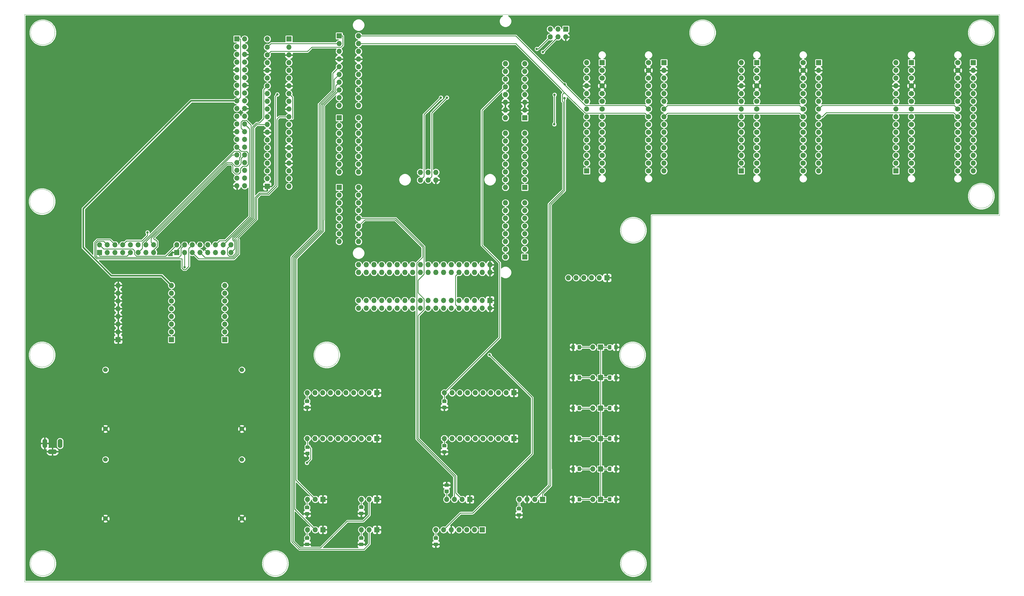
<source format=gbr>
G04 #@! TF.GenerationSoftware,KiCad,Pcbnew,(5.1.5-0)*
G04 #@! TF.CreationDate,2020-03-21T20:29:53+01:00*
G04 #@! TF.ProjectId,saufanlage,73617566-616e-46c6-9167-652e6b696361,v0.1*
G04 #@! TF.SameCoordinates,Original*
G04 #@! TF.FileFunction,Copper,L2,Bot*
G04 #@! TF.FilePolarity,Positive*
%FSLAX46Y46*%
G04 Gerber Fmt 4.6, Leading zero omitted, Abs format (unit mm)*
G04 Created by KiCad (PCBNEW (5.1.5-0)) date 2020-03-21 20:29:53*
%MOMM*%
%LPD*%
G04 APERTURE LIST*
%ADD10C,0.120000*%
%ADD11C,0.050000*%
%ADD12C,0.100000*%
%ADD13O,1.727200X1.727200*%
%ADD14R,1.700000X1.700000*%
%ADD15O,1.700000X1.700000*%
%ADD16C,1.524000*%
%ADD17C,1.727200*%
%ADD18R,1.727200X1.727200*%
%ADD19O,1.524000X3.048000*%
%ADD20O,3.048000X1.524000*%
%ADD21C,0.150000*%
%ADD22C,0.800000*%
%ADD23C,0.250000*%
%ADD24C,0.500000*%
%ADD25C,0.254000*%
G04 APERTURE END LIST*
D10*
X23970000Y-102108000D02*
G75*
G03X23970000Y-102108000I-4000000J0D01*
G01*
X240951000Y-46640000D02*
G75*
G03X240951000Y-46640000I-4000000J0D01*
G01*
X117507000Y-152527000D02*
G75*
G03X117507000Y-152527000I-4000000J0D01*
G01*
X100616000Y-221076000D02*
G75*
G03X100616000Y-221076000I-4000000J0D01*
G01*
X217964000Y-152527000D02*
G75*
G03X217964000Y-152527000I-4000000J0D01*
G01*
X23970000Y-152527000D02*
G75*
G03X23970000Y-152527000I-4000000J0D01*
G01*
X332518000Y-100330000D02*
G75*
G03X332518000Y-100330000I-4000000J0D01*
G01*
X218218000Y-111570000D02*
G75*
G03X218218000Y-111570000I-4000000J0D01*
G01*
X332518000Y-46640000D02*
G75*
G03X332518000Y-46640000I-4000000J0D01*
G01*
X218218000Y-221076000D02*
G75*
G03X218218000Y-221076000I-4000000J0D01*
G01*
X24224000Y-221076000D02*
G75*
G03X24224000Y-221076000I-4000000J0D01*
G01*
X24224000Y-46640000D02*
G75*
G03X24224000Y-46640000I-4000000J0D01*
G01*
D11*
X155956000Y-40640000D02*
X334518000Y-40640000D01*
X334518000Y-106680000D02*
X334518000Y-40640000D01*
X220218000Y-106680000D02*
X334518000Y-106680000D01*
X220218000Y-227076000D02*
X220218000Y-106680000D01*
X14224000Y-227076000D02*
X220218000Y-227076000D01*
X14224000Y-40640000D02*
X14224000Y-227076000D01*
X155956000Y-40640000D02*
X14224000Y-40640000D01*
D12*
X26308000Y-182360000D02*
X25508000Y-182360000D01*
X25508000Y-182360000D02*
X25508000Y-180860000D01*
X25508000Y-180860000D02*
X26308000Y-180860000D01*
X26308000Y-180860000D02*
X26308000Y-182360000D01*
X24158000Y-183910000D02*
X24158000Y-184710000D01*
X24158000Y-184710000D02*
X22658000Y-184710000D01*
X22658000Y-184710000D02*
X22658000Y-183910000D01*
X22658000Y-183910000D02*
X24158000Y-183910000D01*
X21308000Y-182360000D02*
X20508000Y-182360000D01*
X20508000Y-182360000D02*
X20508000Y-180860000D01*
X20508000Y-180860000D02*
X21308000Y-180860000D01*
X21308000Y-180860000D02*
X21308000Y-182360000D01*
D13*
X149350000Y-92547000D03*
X149350000Y-95087000D03*
X146810000Y-95087000D03*
X146810000Y-92547000D03*
X144270000Y-95087000D03*
X172210000Y-79720000D03*
X172210000Y-74640000D03*
X172210000Y-72100000D03*
X172210000Y-69560000D03*
X172210000Y-67020000D03*
X172210000Y-64480000D03*
X172210000Y-61940000D03*
X172210000Y-59400000D03*
X123950000Y-115280000D03*
X123950000Y-112740000D03*
X123950000Y-110200000D03*
X123950000Y-107660000D03*
X123950000Y-105120000D03*
X123950000Y-102580000D03*
X123950000Y-100040000D03*
X123950000Y-97500000D03*
X123950000Y-92420000D03*
X123950000Y-89880000D03*
X123950000Y-87340000D03*
X123950000Y-84800000D03*
X123950000Y-82260000D03*
X123950000Y-79720000D03*
X123950000Y-77180000D03*
X123950000Y-74640000D03*
X123950000Y-55336000D03*
X123950000Y-70576000D03*
X123950000Y-68036000D03*
X123950000Y-65496000D03*
X123950000Y-47716000D03*
X123950000Y-50256000D03*
X123950000Y-52796000D03*
X123950000Y-57876000D03*
X123950000Y-60416000D03*
X123950000Y-62956000D03*
X172210000Y-56860000D03*
X172210000Y-82260000D03*
X172210000Y-84800000D03*
X172210000Y-87340000D03*
X172210000Y-89880000D03*
X172210000Y-92420000D03*
X172210000Y-94960000D03*
X172210000Y-97500000D03*
X172210000Y-102580000D03*
X172210000Y-105120000D03*
X172210000Y-107660000D03*
X172210000Y-110200000D03*
X172210000Y-112740000D03*
X172210000Y-115280000D03*
X172210000Y-117820000D03*
X172210000Y-120360000D03*
X123950000Y-122900000D03*
X123950000Y-125440000D03*
X126490000Y-122900000D03*
X126490000Y-125440000D03*
X129030000Y-122900000D03*
X129030000Y-125440000D03*
X131570000Y-122900000D03*
X131570000Y-125440000D03*
X134110000Y-122900000D03*
X134110000Y-125440000D03*
X136650000Y-122900000D03*
X136650000Y-125440000D03*
X139190000Y-122900000D03*
X139190000Y-125440000D03*
X141730000Y-122900000D03*
X141730000Y-125440000D03*
X144270000Y-122900000D03*
X144270000Y-125440000D03*
X146810000Y-122900000D03*
X146810000Y-125440000D03*
X149350000Y-122900000D03*
X149350000Y-125440000D03*
X151890000Y-122900000D03*
X151890000Y-125440000D03*
X154430000Y-122900000D03*
X154430000Y-125440000D03*
X156970000Y-122900000D03*
X156970000Y-125440000D03*
X159510000Y-122900000D03*
X159510000Y-125440000D03*
X162050000Y-122900000D03*
X162050000Y-125440000D03*
X164590000Y-122900000D03*
X164590000Y-125440000D03*
X167130000Y-122900000D03*
X167130000Y-125440000D03*
X144270000Y-92547000D03*
D14*
X84002000Y-48719000D03*
D15*
X86542000Y-48719000D03*
X84002000Y-51259000D03*
X86542000Y-51259000D03*
X84002000Y-53799000D03*
X86542000Y-53799000D03*
X84002000Y-56339000D03*
X86542000Y-56339000D03*
X84002000Y-58879000D03*
X86542000Y-58879000D03*
X84002000Y-61419000D03*
X86542000Y-61419000D03*
X84002000Y-63959000D03*
X86542000Y-63959000D03*
X84002000Y-66499000D03*
X86542000Y-66499000D03*
X84002000Y-69039000D03*
X86542000Y-69039000D03*
X84002000Y-71579000D03*
X86542000Y-71579000D03*
X84002000Y-74119000D03*
X86542000Y-74119000D03*
X84002000Y-76659000D03*
X86542000Y-76659000D03*
X84002000Y-79199000D03*
X86542000Y-79199000D03*
X84002000Y-81739000D03*
X86542000Y-81739000D03*
X84002000Y-84279000D03*
X86542000Y-84279000D03*
X84002000Y-86819000D03*
X86542000Y-86819000D03*
X84002000Y-89359000D03*
X86542000Y-89359000D03*
X84002000Y-91899000D03*
X86542000Y-91899000D03*
X84002000Y-94439000D03*
X86542000Y-94439000D03*
X84002000Y-96979000D03*
X86542000Y-96979000D03*
D14*
X167130000Y-134620000D03*
D15*
X167130000Y-137160000D03*
X164590000Y-134620000D03*
X164590000Y-137160000D03*
X162050000Y-134620000D03*
X162050000Y-137160000D03*
X159510000Y-134620000D03*
X159510000Y-137160000D03*
X156970000Y-134620000D03*
X156970000Y-137160000D03*
X154430000Y-134620000D03*
X154430000Y-137160000D03*
X151890000Y-134620000D03*
X151890000Y-137160000D03*
X149350000Y-134620000D03*
X149350000Y-137160000D03*
X146810000Y-134620000D03*
X146810000Y-137160000D03*
X144270000Y-134620000D03*
X144270000Y-137160000D03*
X141730000Y-134620000D03*
X141730000Y-137160000D03*
X139190000Y-134620000D03*
X139190000Y-137160000D03*
X136650000Y-134620000D03*
X136650000Y-137160000D03*
X134110000Y-134620000D03*
X134110000Y-137160000D03*
X131570000Y-134620000D03*
X131570000Y-137160000D03*
X129030000Y-134620000D03*
X129030000Y-137160000D03*
X126490000Y-134620000D03*
X126490000Y-137160000D03*
X123950000Y-134620000D03*
X123950000Y-137160000D03*
D14*
X205600000Y-127200000D03*
D15*
X203060000Y-127200000D03*
X200520000Y-127200000D03*
X197980000Y-127200000D03*
X195440000Y-127200000D03*
X192900000Y-127200000D03*
D14*
X45000000Y-147500000D03*
D15*
X45000000Y-144960000D03*
X45000000Y-142420000D03*
X45000000Y-139880000D03*
X45000000Y-137340000D03*
X45000000Y-134800000D03*
X45000000Y-132260000D03*
X45000000Y-129720000D03*
X62500000Y-129720000D03*
X62500000Y-132260000D03*
X62500000Y-134800000D03*
X62500000Y-137340000D03*
X62500000Y-139880000D03*
X62500000Y-142420000D03*
X62500000Y-144960000D03*
D14*
X62500000Y-147500000D03*
X80000000Y-147500000D03*
D15*
X80000000Y-144960000D03*
X80000000Y-142420000D03*
X80000000Y-139880000D03*
X80000000Y-137340000D03*
X80000000Y-134800000D03*
X80000000Y-132260000D03*
X80000000Y-129720000D03*
D14*
X64262000Y-118872000D03*
D15*
X64262000Y-116332000D03*
X66802000Y-118872000D03*
X66802000Y-116332000D03*
X69342000Y-118872000D03*
X69342000Y-116332000D03*
X71882000Y-118872000D03*
X71882000Y-116332000D03*
X74422000Y-118872000D03*
X74422000Y-116332000D03*
X76962000Y-118872000D03*
X76962000Y-116332000D03*
X79502000Y-118872000D03*
X79502000Y-116332000D03*
X82042000Y-118872000D03*
X82042000Y-116332000D03*
X56642000Y-116332000D03*
X56642000Y-118872000D03*
X54102000Y-116332000D03*
X54102000Y-118872000D03*
X51562000Y-116332000D03*
X51562000Y-118872000D03*
X49022000Y-116332000D03*
X49022000Y-118872000D03*
X46482000Y-116332000D03*
X46482000Y-118872000D03*
X43942000Y-116332000D03*
X43942000Y-118872000D03*
X41402000Y-116332000D03*
X41402000Y-118872000D03*
X38862000Y-116332000D03*
D14*
X38862000Y-118872000D03*
D15*
X93980000Y-48719000D03*
X93980000Y-51435000D03*
X93980000Y-53975000D03*
X93980000Y-56515000D03*
X93980000Y-59055000D03*
X93980000Y-61595000D03*
X93980000Y-64135000D03*
X93980000Y-66675000D03*
X93980000Y-69215000D03*
X93980000Y-71755000D03*
X93980000Y-74295000D03*
X93980000Y-76835000D03*
X93980000Y-79375000D03*
X93980000Y-81915000D03*
X93980000Y-84455000D03*
X93980000Y-86995000D03*
X93980000Y-89535000D03*
X93980000Y-92075000D03*
X93980000Y-94615000D03*
D14*
X93980000Y-97155000D03*
X101092000Y-48719000D03*
D15*
X101092000Y-51435000D03*
X101092000Y-53975000D03*
X101092000Y-56515000D03*
X101092000Y-59055000D03*
X101092000Y-61595000D03*
X101092000Y-64135000D03*
X101092000Y-66675000D03*
X101092000Y-69215000D03*
X101092000Y-71755000D03*
X101092000Y-74295000D03*
X101092000Y-76835000D03*
X101092000Y-79375000D03*
X101092000Y-81915000D03*
X101092000Y-84455000D03*
X101092000Y-86995000D03*
X101092000Y-89535000D03*
X101092000Y-92075000D03*
X101092000Y-94615000D03*
X101092000Y-97155000D03*
X178540000Y-56860000D03*
X178540000Y-59400000D03*
X178540000Y-61940000D03*
X178540000Y-64480000D03*
X178540000Y-67020000D03*
X178540000Y-69560000D03*
X178540000Y-72100000D03*
D14*
X178540000Y-74640000D03*
X178540000Y-97480000D03*
D15*
X178540000Y-94940000D03*
X178540000Y-92400000D03*
X178540000Y-89860000D03*
X178540000Y-87320000D03*
X178540000Y-84780000D03*
X178540000Y-82240000D03*
X178540000Y-79700000D03*
D14*
X178530000Y-120350000D03*
D15*
X178530000Y-117810000D03*
X178530000Y-115270000D03*
X178530000Y-112730000D03*
X178530000Y-110190000D03*
X178530000Y-107650000D03*
X178530000Y-105110000D03*
X178530000Y-102570000D03*
D14*
X117580000Y-47700000D03*
D15*
X117580000Y-50240000D03*
X117580000Y-52780000D03*
X117580000Y-55320000D03*
X117580000Y-57860000D03*
X117580000Y-60400000D03*
X117580000Y-62940000D03*
X117580000Y-65480000D03*
X117580000Y-68020000D03*
X117580000Y-70560000D03*
X117580000Y-92420000D03*
X117580000Y-89880000D03*
X117580000Y-87340000D03*
X117580000Y-84800000D03*
X117580000Y-82260000D03*
X117580000Y-79720000D03*
X117580000Y-77180000D03*
D14*
X117580000Y-74640000D03*
D15*
X117590000Y-115270000D03*
X117590000Y-112730000D03*
X117590000Y-110190000D03*
X117590000Y-107650000D03*
X117590000Y-105110000D03*
X117590000Y-102570000D03*
X117590000Y-100030000D03*
D14*
X117590000Y-97490000D03*
X160528000Y-200000000D03*
D15*
X157988000Y-200000000D03*
X155448000Y-200000000D03*
X152908000Y-200000000D03*
D14*
X164592000Y-210000000D03*
D15*
X162052000Y-210000000D03*
X159512000Y-210000000D03*
X156972000Y-210000000D03*
X154432000Y-210000000D03*
X151892000Y-210000000D03*
X149352000Y-210000000D03*
X107188000Y-200000000D03*
X109728000Y-200000000D03*
D14*
X112268000Y-200000000D03*
X130000000Y-165000000D03*
D15*
X127460000Y-165000000D03*
X124920000Y-165000000D03*
X122380000Y-165000000D03*
X119840000Y-165000000D03*
X117300000Y-165000000D03*
X114760000Y-165000000D03*
X112220000Y-165000000D03*
X109680000Y-165000000D03*
X107140000Y-165000000D03*
D14*
X198882000Y-92075000D03*
D15*
X198882000Y-89535000D03*
X198882000Y-86995000D03*
X198882000Y-84455000D03*
X198882000Y-81915000D03*
X198882000Y-79375000D03*
X198882000Y-76835000D03*
X198882000Y-74295000D03*
X198882000Y-71755000D03*
X198882000Y-69215000D03*
X198882000Y-66675000D03*
X198882000Y-64135000D03*
X198882000Y-61595000D03*
X198882000Y-59055000D03*
X198882000Y-56515000D03*
X224282000Y-92075000D03*
X224282000Y-89535000D03*
X224282000Y-86995000D03*
X224282000Y-84455000D03*
X224282000Y-81915000D03*
X224282000Y-79375000D03*
X224282000Y-76835000D03*
X224282000Y-74295000D03*
X224282000Y-71755000D03*
X224282000Y-69215000D03*
X224282000Y-66675000D03*
X224282000Y-64135000D03*
X224282000Y-61595000D03*
X224282000Y-59055000D03*
D14*
X224282000Y-56515000D03*
X112268000Y-210000000D03*
D15*
X109728000Y-210000000D03*
X107188000Y-210000000D03*
D14*
X130000000Y-200000000D03*
D15*
X127460000Y-200000000D03*
X124920000Y-200000000D03*
X107140000Y-180000000D03*
X109680000Y-180000000D03*
X112220000Y-180000000D03*
X114760000Y-180000000D03*
X117300000Y-180000000D03*
X119840000Y-180000000D03*
X122380000Y-180000000D03*
X124920000Y-180000000D03*
X127460000Y-180000000D03*
D14*
X130000000Y-180000000D03*
D15*
X124920000Y-210000000D03*
X127460000Y-210000000D03*
D14*
X130000000Y-210000000D03*
X249682000Y-92075000D03*
D15*
X249682000Y-89535000D03*
X249682000Y-86995000D03*
X249682000Y-84455000D03*
X249682000Y-81915000D03*
X249682000Y-79375000D03*
X249682000Y-76835000D03*
X249682000Y-74295000D03*
X249682000Y-71755000D03*
X249682000Y-69215000D03*
X249682000Y-66675000D03*
X249682000Y-64135000D03*
X249682000Y-61595000D03*
X249682000Y-59055000D03*
X249682000Y-56515000D03*
X275082000Y-92075000D03*
X275082000Y-89535000D03*
X275082000Y-86995000D03*
X275082000Y-84455000D03*
X275082000Y-81915000D03*
X275082000Y-79375000D03*
X275082000Y-76835000D03*
X275082000Y-74295000D03*
X275082000Y-71755000D03*
X275082000Y-69215000D03*
X275082000Y-66675000D03*
X275082000Y-64135000D03*
X275082000Y-61595000D03*
X275082000Y-59055000D03*
D14*
X275082000Y-56515000D03*
X300482000Y-92075000D03*
D15*
X300482000Y-89535000D03*
X300482000Y-86995000D03*
X300482000Y-84455000D03*
X300482000Y-81915000D03*
X300482000Y-79375000D03*
X300482000Y-76835000D03*
X300482000Y-74295000D03*
X300482000Y-71755000D03*
X300482000Y-69215000D03*
X300482000Y-66675000D03*
X300482000Y-64135000D03*
X300482000Y-61595000D03*
X300482000Y-59055000D03*
X300482000Y-56515000D03*
X325882000Y-92075000D03*
X325882000Y-89535000D03*
X325882000Y-86995000D03*
X325882000Y-84455000D03*
X325882000Y-81915000D03*
X325882000Y-79375000D03*
X325882000Y-76835000D03*
X325882000Y-74295000D03*
X325882000Y-71755000D03*
X325882000Y-69215000D03*
X325882000Y-66675000D03*
X325882000Y-64135000D03*
X325882000Y-61595000D03*
X325882000Y-59055000D03*
D14*
X325882000Y-56515000D03*
D16*
X85646000Y-186896000D03*
X85646000Y-206296000D03*
X40846000Y-206296000D03*
X40846000Y-186896000D03*
X40846000Y-157432000D03*
X40846000Y-176832000D03*
X85646000Y-176832000D03*
X85646000Y-157432000D03*
D17*
X219202000Y-56515000D03*
X219202000Y-59055000D03*
X219202000Y-61595000D03*
X219202000Y-64135000D03*
X219202000Y-66675000D03*
X219202000Y-69215000D03*
X219202000Y-71755000D03*
X219202000Y-74295000D03*
X219202000Y-76835000D03*
X219202000Y-79375000D03*
X219202000Y-81915000D03*
X219202000Y-84455000D03*
X219202000Y-86995000D03*
X219202000Y-89535000D03*
X219202000Y-92075000D03*
X203962000Y-92075000D03*
X203962000Y-89535000D03*
X203962000Y-86995000D03*
X203962000Y-84455000D03*
X203962000Y-81915000D03*
X203962000Y-79375000D03*
X203962000Y-76835000D03*
X203962000Y-74295000D03*
X203962000Y-71755000D03*
X203962000Y-69215000D03*
X203962000Y-66675000D03*
X203962000Y-64135000D03*
X203962000Y-61595000D03*
X203962000Y-59055000D03*
D18*
X203962000Y-56515000D03*
X254762000Y-56515000D03*
D17*
X254762000Y-59055000D03*
X254762000Y-61595000D03*
X254762000Y-64135000D03*
X254762000Y-66675000D03*
X254762000Y-69215000D03*
X254762000Y-71755000D03*
X254762000Y-74295000D03*
X254762000Y-76835000D03*
X254762000Y-79375000D03*
X254762000Y-81915000D03*
X254762000Y-84455000D03*
X254762000Y-86995000D03*
X254762000Y-89535000D03*
X254762000Y-92075000D03*
X270002000Y-92075000D03*
X270002000Y-89535000D03*
X270002000Y-86995000D03*
X270002000Y-84455000D03*
X270002000Y-81915000D03*
X270002000Y-79375000D03*
X270002000Y-76835000D03*
X270002000Y-74295000D03*
X270002000Y-71755000D03*
X270002000Y-69215000D03*
X270002000Y-66675000D03*
X270002000Y-64135000D03*
X270002000Y-61595000D03*
X270002000Y-59055000D03*
X270002000Y-56515000D03*
X320802000Y-56515000D03*
X320802000Y-59055000D03*
X320802000Y-61595000D03*
X320802000Y-64135000D03*
X320802000Y-66675000D03*
X320802000Y-69215000D03*
X320802000Y-71755000D03*
X320802000Y-74295000D03*
X320802000Y-76835000D03*
X320802000Y-79375000D03*
X320802000Y-81915000D03*
X320802000Y-84455000D03*
X320802000Y-86995000D03*
X320802000Y-89535000D03*
X320802000Y-92075000D03*
X305562000Y-92075000D03*
X305562000Y-89535000D03*
X305562000Y-86995000D03*
X305562000Y-84455000D03*
X305562000Y-81915000D03*
X305562000Y-79375000D03*
X305562000Y-76835000D03*
X305562000Y-74295000D03*
X305562000Y-71755000D03*
X305562000Y-69215000D03*
X305562000Y-66675000D03*
X305562000Y-64135000D03*
X305562000Y-61595000D03*
X305562000Y-59055000D03*
D18*
X305562000Y-56515000D03*
D14*
X192000000Y-45500000D03*
D15*
X192000000Y-48040000D03*
X189460000Y-45500000D03*
X189460000Y-48040000D03*
X186920000Y-45500000D03*
X186920000Y-48040000D03*
D19*
X25908000Y-181610000D03*
X20908000Y-181610000D03*
D20*
X23408000Y-184310000D03*
D14*
X184404000Y-200000000D03*
D15*
X181864000Y-200000000D03*
X179324000Y-200000000D03*
X176784000Y-200000000D03*
X152140000Y-165000000D03*
X154680000Y-165000000D03*
X157220000Y-165000000D03*
X159760000Y-165000000D03*
X162300000Y-165000000D03*
X164840000Y-165000000D03*
X167380000Y-165000000D03*
X169920000Y-165000000D03*
X172460000Y-165000000D03*
D14*
X175000000Y-165000000D03*
X175000000Y-180000000D03*
D15*
X172460000Y-180000000D03*
X169920000Y-180000000D03*
X167380000Y-180000000D03*
X164840000Y-180000000D03*
X162300000Y-180000000D03*
X159760000Y-180000000D03*
X157220000Y-180000000D03*
X154680000Y-180000000D03*
X152140000Y-180000000D03*
D14*
X203476000Y-150000000D03*
D15*
X200936000Y-150000000D03*
X200936000Y-160000000D03*
D14*
X203476000Y-160000000D03*
D15*
X200936000Y-170000000D03*
D14*
X203476000Y-170000000D03*
X203476000Y-180000000D03*
D15*
X200936000Y-180000000D03*
D14*
X203476000Y-190000000D03*
D15*
X200936000Y-190000000D03*
X200936000Y-200000000D03*
D14*
X203476000Y-200000000D03*
G04 #@! TA.AperFunction,SMDPad,CuDef*
D21*
G36*
X196850505Y-149301204D02*
G01*
X196874773Y-149304804D01*
X196898572Y-149310765D01*
X196921671Y-149319030D01*
X196943850Y-149329520D01*
X196964893Y-149342132D01*
X196984599Y-149356747D01*
X197002777Y-149373223D01*
X197019253Y-149391401D01*
X197033868Y-149411107D01*
X197046480Y-149432150D01*
X197056970Y-149454329D01*
X197065235Y-149477428D01*
X197071196Y-149501227D01*
X197074796Y-149525495D01*
X197076000Y-149549999D01*
X197076000Y-150450001D01*
X197074796Y-150474505D01*
X197071196Y-150498773D01*
X197065235Y-150522572D01*
X197056970Y-150545671D01*
X197046480Y-150567850D01*
X197033868Y-150588893D01*
X197019253Y-150608599D01*
X197002777Y-150626777D01*
X196984599Y-150643253D01*
X196964893Y-150657868D01*
X196943850Y-150670480D01*
X196921671Y-150680970D01*
X196898572Y-150689235D01*
X196874773Y-150695196D01*
X196850505Y-150698796D01*
X196826001Y-150700000D01*
X196175999Y-150700000D01*
X196151495Y-150698796D01*
X196127227Y-150695196D01*
X196103428Y-150689235D01*
X196080329Y-150680970D01*
X196058150Y-150670480D01*
X196037107Y-150657868D01*
X196017401Y-150643253D01*
X195999223Y-150626777D01*
X195982747Y-150608599D01*
X195968132Y-150588893D01*
X195955520Y-150567850D01*
X195945030Y-150545671D01*
X195936765Y-150522572D01*
X195930804Y-150498773D01*
X195927204Y-150474505D01*
X195926000Y-150450001D01*
X195926000Y-149549999D01*
X195927204Y-149525495D01*
X195930804Y-149501227D01*
X195936765Y-149477428D01*
X195945030Y-149454329D01*
X195955520Y-149432150D01*
X195968132Y-149411107D01*
X195982747Y-149391401D01*
X195999223Y-149373223D01*
X196017401Y-149356747D01*
X196037107Y-149342132D01*
X196058150Y-149329520D01*
X196080329Y-149319030D01*
X196103428Y-149310765D01*
X196127227Y-149304804D01*
X196151495Y-149301204D01*
X196175999Y-149300000D01*
X196826001Y-149300000D01*
X196850505Y-149301204D01*
G37*
G04 #@! TD.AperFunction*
G04 #@! TA.AperFunction,SMDPad,CuDef*
G36*
X194800505Y-149301204D02*
G01*
X194824773Y-149304804D01*
X194848572Y-149310765D01*
X194871671Y-149319030D01*
X194893850Y-149329520D01*
X194914893Y-149342132D01*
X194934599Y-149356747D01*
X194952777Y-149373223D01*
X194969253Y-149391401D01*
X194983868Y-149411107D01*
X194996480Y-149432150D01*
X195006970Y-149454329D01*
X195015235Y-149477428D01*
X195021196Y-149501227D01*
X195024796Y-149525495D01*
X195026000Y-149549999D01*
X195026000Y-150450001D01*
X195024796Y-150474505D01*
X195021196Y-150498773D01*
X195015235Y-150522572D01*
X195006970Y-150545671D01*
X194996480Y-150567850D01*
X194983868Y-150588893D01*
X194969253Y-150608599D01*
X194952777Y-150626777D01*
X194934599Y-150643253D01*
X194914893Y-150657868D01*
X194893850Y-150670480D01*
X194871671Y-150680970D01*
X194848572Y-150689235D01*
X194824773Y-150695196D01*
X194800505Y-150698796D01*
X194776001Y-150700000D01*
X194125999Y-150700000D01*
X194101495Y-150698796D01*
X194077227Y-150695196D01*
X194053428Y-150689235D01*
X194030329Y-150680970D01*
X194008150Y-150670480D01*
X193987107Y-150657868D01*
X193967401Y-150643253D01*
X193949223Y-150626777D01*
X193932747Y-150608599D01*
X193918132Y-150588893D01*
X193905520Y-150567850D01*
X193895030Y-150545671D01*
X193886765Y-150522572D01*
X193880804Y-150498773D01*
X193877204Y-150474505D01*
X193876000Y-150450001D01*
X193876000Y-149549999D01*
X193877204Y-149525495D01*
X193880804Y-149501227D01*
X193886765Y-149477428D01*
X193895030Y-149454329D01*
X193905520Y-149432150D01*
X193918132Y-149411107D01*
X193932747Y-149391401D01*
X193949223Y-149373223D01*
X193967401Y-149356747D01*
X193987107Y-149342132D01*
X194008150Y-149329520D01*
X194030329Y-149319030D01*
X194053428Y-149310765D01*
X194077227Y-149304804D01*
X194101495Y-149301204D01*
X194125999Y-149300000D01*
X194776001Y-149300000D01*
X194800505Y-149301204D01*
G37*
G04 #@! TD.AperFunction*
G04 #@! TA.AperFunction,SMDPad,CuDef*
G36*
X194800505Y-159301204D02*
G01*
X194824773Y-159304804D01*
X194848572Y-159310765D01*
X194871671Y-159319030D01*
X194893850Y-159329520D01*
X194914893Y-159342132D01*
X194934599Y-159356747D01*
X194952777Y-159373223D01*
X194969253Y-159391401D01*
X194983868Y-159411107D01*
X194996480Y-159432150D01*
X195006970Y-159454329D01*
X195015235Y-159477428D01*
X195021196Y-159501227D01*
X195024796Y-159525495D01*
X195026000Y-159549999D01*
X195026000Y-160450001D01*
X195024796Y-160474505D01*
X195021196Y-160498773D01*
X195015235Y-160522572D01*
X195006970Y-160545671D01*
X194996480Y-160567850D01*
X194983868Y-160588893D01*
X194969253Y-160608599D01*
X194952777Y-160626777D01*
X194934599Y-160643253D01*
X194914893Y-160657868D01*
X194893850Y-160670480D01*
X194871671Y-160680970D01*
X194848572Y-160689235D01*
X194824773Y-160695196D01*
X194800505Y-160698796D01*
X194776001Y-160700000D01*
X194125999Y-160700000D01*
X194101495Y-160698796D01*
X194077227Y-160695196D01*
X194053428Y-160689235D01*
X194030329Y-160680970D01*
X194008150Y-160670480D01*
X193987107Y-160657868D01*
X193967401Y-160643253D01*
X193949223Y-160626777D01*
X193932747Y-160608599D01*
X193918132Y-160588893D01*
X193905520Y-160567850D01*
X193895030Y-160545671D01*
X193886765Y-160522572D01*
X193880804Y-160498773D01*
X193877204Y-160474505D01*
X193876000Y-160450001D01*
X193876000Y-159549999D01*
X193877204Y-159525495D01*
X193880804Y-159501227D01*
X193886765Y-159477428D01*
X193895030Y-159454329D01*
X193905520Y-159432150D01*
X193918132Y-159411107D01*
X193932747Y-159391401D01*
X193949223Y-159373223D01*
X193967401Y-159356747D01*
X193987107Y-159342132D01*
X194008150Y-159329520D01*
X194030329Y-159319030D01*
X194053428Y-159310765D01*
X194077227Y-159304804D01*
X194101495Y-159301204D01*
X194125999Y-159300000D01*
X194776001Y-159300000D01*
X194800505Y-159301204D01*
G37*
G04 #@! TD.AperFunction*
G04 #@! TA.AperFunction,SMDPad,CuDef*
G36*
X196850505Y-159301204D02*
G01*
X196874773Y-159304804D01*
X196898572Y-159310765D01*
X196921671Y-159319030D01*
X196943850Y-159329520D01*
X196964893Y-159342132D01*
X196984599Y-159356747D01*
X197002777Y-159373223D01*
X197019253Y-159391401D01*
X197033868Y-159411107D01*
X197046480Y-159432150D01*
X197056970Y-159454329D01*
X197065235Y-159477428D01*
X197071196Y-159501227D01*
X197074796Y-159525495D01*
X197076000Y-159549999D01*
X197076000Y-160450001D01*
X197074796Y-160474505D01*
X197071196Y-160498773D01*
X197065235Y-160522572D01*
X197056970Y-160545671D01*
X197046480Y-160567850D01*
X197033868Y-160588893D01*
X197019253Y-160608599D01*
X197002777Y-160626777D01*
X196984599Y-160643253D01*
X196964893Y-160657868D01*
X196943850Y-160670480D01*
X196921671Y-160680970D01*
X196898572Y-160689235D01*
X196874773Y-160695196D01*
X196850505Y-160698796D01*
X196826001Y-160700000D01*
X196175999Y-160700000D01*
X196151495Y-160698796D01*
X196127227Y-160695196D01*
X196103428Y-160689235D01*
X196080329Y-160680970D01*
X196058150Y-160670480D01*
X196037107Y-160657868D01*
X196017401Y-160643253D01*
X195999223Y-160626777D01*
X195982747Y-160608599D01*
X195968132Y-160588893D01*
X195955520Y-160567850D01*
X195945030Y-160545671D01*
X195936765Y-160522572D01*
X195930804Y-160498773D01*
X195927204Y-160474505D01*
X195926000Y-160450001D01*
X195926000Y-159549999D01*
X195927204Y-159525495D01*
X195930804Y-159501227D01*
X195936765Y-159477428D01*
X195945030Y-159454329D01*
X195955520Y-159432150D01*
X195968132Y-159411107D01*
X195982747Y-159391401D01*
X195999223Y-159373223D01*
X196017401Y-159356747D01*
X196037107Y-159342132D01*
X196058150Y-159329520D01*
X196080329Y-159319030D01*
X196103428Y-159310765D01*
X196127227Y-159304804D01*
X196151495Y-159301204D01*
X196175999Y-159300000D01*
X196826001Y-159300000D01*
X196850505Y-159301204D01*
G37*
G04 #@! TD.AperFunction*
G04 #@! TA.AperFunction,SMDPad,CuDef*
G36*
X194800505Y-169301204D02*
G01*
X194824773Y-169304804D01*
X194848572Y-169310765D01*
X194871671Y-169319030D01*
X194893850Y-169329520D01*
X194914893Y-169342132D01*
X194934599Y-169356747D01*
X194952777Y-169373223D01*
X194969253Y-169391401D01*
X194983868Y-169411107D01*
X194996480Y-169432150D01*
X195006970Y-169454329D01*
X195015235Y-169477428D01*
X195021196Y-169501227D01*
X195024796Y-169525495D01*
X195026000Y-169549999D01*
X195026000Y-170450001D01*
X195024796Y-170474505D01*
X195021196Y-170498773D01*
X195015235Y-170522572D01*
X195006970Y-170545671D01*
X194996480Y-170567850D01*
X194983868Y-170588893D01*
X194969253Y-170608599D01*
X194952777Y-170626777D01*
X194934599Y-170643253D01*
X194914893Y-170657868D01*
X194893850Y-170670480D01*
X194871671Y-170680970D01*
X194848572Y-170689235D01*
X194824773Y-170695196D01*
X194800505Y-170698796D01*
X194776001Y-170700000D01*
X194125999Y-170700000D01*
X194101495Y-170698796D01*
X194077227Y-170695196D01*
X194053428Y-170689235D01*
X194030329Y-170680970D01*
X194008150Y-170670480D01*
X193987107Y-170657868D01*
X193967401Y-170643253D01*
X193949223Y-170626777D01*
X193932747Y-170608599D01*
X193918132Y-170588893D01*
X193905520Y-170567850D01*
X193895030Y-170545671D01*
X193886765Y-170522572D01*
X193880804Y-170498773D01*
X193877204Y-170474505D01*
X193876000Y-170450001D01*
X193876000Y-169549999D01*
X193877204Y-169525495D01*
X193880804Y-169501227D01*
X193886765Y-169477428D01*
X193895030Y-169454329D01*
X193905520Y-169432150D01*
X193918132Y-169411107D01*
X193932747Y-169391401D01*
X193949223Y-169373223D01*
X193967401Y-169356747D01*
X193987107Y-169342132D01*
X194008150Y-169329520D01*
X194030329Y-169319030D01*
X194053428Y-169310765D01*
X194077227Y-169304804D01*
X194101495Y-169301204D01*
X194125999Y-169300000D01*
X194776001Y-169300000D01*
X194800505Y-169301204D01*
G37*
G04 #@! TD.AperFunction*
G04 #@! TA.AperFunction,SMDPad,CuDef*
G36*
X196850505Y-169301204D02*
G01*
X196874773Y-169304804D01*
X196898572Y-169310765D01*
X196921671Y-169319030D01*
X196943850Y-169329520D01*
X196964893Y-169342132D01*
X196984599Y-169356747D01*
X197002777Y-169373223D01*
X197019253Y-169391401D01*
X197033868Y-169411107D01*
X197046480Y-169432150D01*
X197056970Y-169454329D01*
X197065235Y-169477428D01*
X197071196Y-169501227D01*
X197074796Y-169525495D01*
X197076000Y-169549999D01*
X197076000Y-170450001D01*
X197074796Y-170474505D01*
X197071196Y-170498773D01*
X197065235Y-170522572D01*
X197056970Y-170545671D01*
X197046480Y-170567850D01*
X197033868Y-170588893D01*
X197019253Y-170608599D01*
X197002777Y-170626777D01*
X196984599Y-170643253D01*
X196964893Y-170657868D01*
X196943850Y-170670480D01*
X196921671Y-170680970D01*
X196898572Y-170689235D01*
X196874773Y-170695196D01*
X196850505Y-170698796D01*
X196826001Y-170700000D01*
X196175999Y-170700000D01*
X196151495Y-170698796D01*
X196127227Y-170695196D01*
X196103428Y-170689235D01*
X196080329Y-170680970D01*
X196058150Y-170670480D01*
X196037107Y-170657868D01*
X196017401Y-170643253D01*
X195999223Y-170626777D01*
X195982747Y-170608599D01*
X195968132Y-170588893D01*
X195955520Y-170567850D01*
X195945030Y-170545671D01*
X195936765Y-170522572D01*
X195930804Y-170498773D01*
X195927204Y-170474505D01*
X195926000Y-170450001D01*
X195926000Y-169549999D01*
X195927204Y-169525495D01*
X195930804Y-169501227D01*
X195936765Y-169477428D01*
X195945030Y-169454329D01*
X195955520Y-169432150D01*
X195968132Y-169411107D01*
X195982747Y-169391401D01*
X195999223Y-169373223D01*
X196017401Y-169356747D01*
X196037107Y-169342132D01*
X196058150Y-169329520D01*
X196080329Y-169319030D01*
X196103428Y-169310765D01*
X196127227Y-169304804D01*
X196151495Y-169301204D01*
X196175999Y-169300000D01*
X196826001Y-169300000D01*
X196850505Y-169301204D01*
G37*
G04 #@! TD.AperFunction*
G04 #@! TA.AperFunction,SMDPad,CuDef*
G36*
X196850505Y-179301204D02*
G01*
X196874773Y-179304804D01*
X196898572Y-179310765D01*
X196921671Y-179319030D01*
X196943850Y-179329520D01*
X196964893Y-179342132D01*
X196984599Y-179356747D01*
X197002777Y-179373223D01*
X197019253Y-179391401D01*
X197033868Y-179411107D01*
X197046480Y-179432150D01*
X197056970Y-179454329D01*
X197065235Y-179477428D01*
X197071196Y-179501227D01*
X197074796Y-179525495D01*
X197076000Y-179549999D01*
X197076000Y-180450001D01*
X197074796Y-180474505D01*
X197071196Y-180498773D01*
X197065235Y-180522572D01*
X197056970Y-180545671D01*
X197046480Y-180567850D01*
X197033868Y-180588893D01*
X197019253Y-180608599D01*
X197002777Y-180626777D01*
X196984599Y-180643253D01*
X196964893Y-180657868D01*
X196943850Y-180670480D01*
X196921671Y-180680970D01*
X196898572Y-180689235D01*
X196874773Y-180695196D01*
X196850505Y-180698796D01*
X196826001Y-180700000D01*
X196175999Y-180700000D01*
X196151495Y-180698796D01*
X196127227Y-180695196D01*
X196103428Y-180689235D01*
X196080329Y-180680970D01*
X196058150Y-180670480D01*
X196037107Y-180657868D01*
X196017401Y-180643253D01*
X195999223Y-180626777D01*
X195982747Y-180608599D01*
X195968132Y-180588893D01*
X195955520Y-180567850D01*
X195945030Y-180545671D01*
X195936765Y-180522572D01*
X195930804Y-180498773D01*
X195927204Y-180474505D01*
X195926000Y-180450001D01*
X195926000Y-179549999D01*
X195927204Y-179525495D01*
X195930804Y-179501227D01*
X195936765Y-179477428D01*
X195945030Y-179454329D01*
X195955520Y-179432150D01*
X195968132Y-179411107D01*
X195982747Y-179391401D01*
X195999223Y-179373223D01*
X196017401Y-179356747D01*
X196037107Y-179342132D01*
X196058150Y-179329520D01*
X196080329Y-179319030D01*
X196103428Y-179310765D01*
X196127227Y-179304804D01*
X196151495Y-179301204D01*
X196175999Y-179300000D01*
X196826001Y-179300000D01*
X196850505Y-179301204D01*
G37*
G04 #@! TD.AperFunction*
G04 #@! TA.AperFunction,SMDPad,CuDef*
G36*
X194800505Y-179301204D02*
G01*
X194824773Y-179304804D01*
X194848572Y-179310765D01*
X194871671Y-179319030D01*
X194893850Y-179329520D01*
X194914893Y-179342132D01*
X194934599Y-179356747D01*
X194952777Y-179373223D01*
X194969253Y-179391401D01*
X194983868Y-179411107D01*
X194996480Y-179432150D01*
X195006970Y-179454329D01*
X195015235Y-179477428D01*
X195021196Y-179501227D01*
X195024796Y-179525495D01*
X195026000Y-179549999D01*
X195026000Y-180450001D01*
X195024796Y-180474505D01*
X195021196Y-180498773D01*
X195015235Y-180522572D01*
X195006970Y-180545671D01*
X194996480Y-180567850D01*
X194983868Y-180588893D01*
X194969253Y-180608599D01*
X194952777Y-180626777D01*
X194934599Y-180643253D01*
X194914893Y-180657868D01*
X194893850Y-180670480D01*
X194871671Y-180680970D01*
X194848572Y-180689235D01*
X194824773Y-180695196D01*
X194800505Y-180698796D01*
X194776001Y-180700000D01*
X194125999Y-180700000D01*
X194101495Y-180698796D01*
X194077227Y-180695196D01*
X194053428Y-180689235D01*
X194030329Y-180680970D01*
X194008150Y-180670480D01*
X193987107Y-180657868D01*
X193967401Y-180643253D01*
X193949223Y-180626777D01*
X193932747Y-180608599D01*
X193918132Y-180588893D01*
X193905520Y-180567850D01*
X193895030Y-180545671D01*
X193886765Y-180522572D01*
X193880804Y-180498773D01*
X193877204Y-180474505D01*
X193876000Y-180450001D01*
X193876000Y-179549999D01*
X193877204Y-179525495D01*
X193880804Y-179501227D01*
X193886765Y-179477428D01*
X193895030Y-179454329D01*
X193905520Y-179432150D01*
X193918132Y-179411107D01*
X193932747Y-179391401D01*
X193949223Y-179373223D01*
X193967401Y-179356747D01*
X193987107Y-179342132D01*
X194008150Y-179329520D01*
X194030329Y-179319030D01*
X194053428Y-179310765D01*
X194077227Y-179304804D01*
X194101495Y-179301204D01*
X194125999Y-179300000D01*
X194776001Y-179300000D01*
X194800505Y-179301204D01*
G37*
G04 #@! TD.AperFunction*
G04 #@! TA.AperFunction,SMDPad,CuDef*
G36*
X196850505Y-189301204D02*
G01*
X196874773Y-189304804D01*
X196898572Y-189310765D01*
X196921671Y-189319030D01*
X196943850Y-189329520D01*
X196964893Y-189342132D01*
X196984599Y-189356747D01*
X197002777Y-189373223D01*
X197019253Y-189391401D01*
X197033868Y-189411107D01*
X197046480Y-189432150D01*
X197056970Y-189454329D01*
X197065235Y-189477428D01*
X197071196Y-189501227D01*
X197074796Y-189525495D01*
X197076000Y-189549999D01*
X197076000Y-190450001D01*
X197074796Y-190474505D01*
X197071196Y-190498773D01*
X197065235Y-190522572D01*
X197056970Y-190545671D01*
X197046480Y-190567850D01*
X197033868Y-190588893D01*
X197019253Y-190608599D01*
X197002777Y-190626777D01*
X196984599Y-190643253D01*
X196964893Y-190657868D01*
X196943850Y-190670480D01*
X196921671Y-190680970D01*
X196898572Y-190689235D01*
X196874773Y-190695196D01*
X196850505Y-190698796D01*
X196826001Y-190700000D01*
X196175999Y-190700000D01*
X196151495Y-190698796D01*
X196127227Y-190695196D01*
X196103428Y-190689235D01*
X196080329Y-190680970D01*
X196058150Y-190670480D01*
X196037107Y-190657868D01*
X196017401Y-190643253D01*
X195999223Y-190626777D01*
X195982747Y-190608599D01*
X195968132Y-190588893D01*
X195955520Y-190567850D01*
X195945030Y-190545671D01*
X195936765Y-190522572D01*
X195930804Y-190498773D01*
X195927204Y-190474505D01*
X195926000Y-190450001D01*
X195926000Y-189549999D01*
X195927204Y-189525495D01*
X195930804Y-189501227D01*
X195936765Y-189477428D01*
X195945030Y-189454329D01*
X195955520Y-189432150D01*
X195968132Y-189411107D01*
X195982747Y-189391401D01*
X195999223Y-189373223D01*
X196017401Y-189356747D01*
X196037107Y-189342132D01*
X196058150Y-189329520D01*
X196080329Y-189319030D01*
X196103428Y-189310765D01*
X196127227Y-189304804D01*
X196151495Y-189301204D01*
X196175999Y-189300000D01*
X196826001Y-189300000D01*
X196850505Y-189301204D01*
G37*
G04 #@! TD.AperFunction*
G04 #@! TA.AperFunction,SMDPad,CuDef*
G36*
X194800505Y-189301204D02*
G01*
X194824773Y-189304804D01*
X194848572Y-189310765D01*
X194871671Y-189319030D01*
X194893850Y-189329520D01*
X194914893Y-189342132D01*
X194934599Y-189356747D01*
X194952777Y-189373223D01*
X194969253Y-189391401D01*
X194983868Y-189411107D01*
X194996480Y-189432150D01*
X195006970Y-189454329D01*
X195015235Y-189477428D01*
X195021196Y-189501227D01*
X195024796Y-189525495D01*
X195026000Y-189549999D01*
X195026000Y-190450001D01*
X195024796Y-190474505D01*
X195021196Y-190498773D01*
X195015235Y-190522572D01*
X195006970Y-190545671D01*
X194996480Y-190567850D01*
X194983868Y-190588893D01*
X194969253Y-190608599D01*
X194952777Y-190626777D01*
X194934599Y-190643253D01*
X194914893Y-190657868D01*
X194893850Y-190670480D01*
X194871671Y-190680970D01*
X194848572Y-190689235D01*
X194824773Y-190695196D01*
X194800505Y-190698796D01*
X194776001Y-190700000D01*
X194125999Y-190700000D01*
X194101495Y-190698796D01*
X194077227Y-190695196D01*
X194053428Y-190689235D01*
X194030329Y-190680970D01*
X194008150Y-190670480D01*
X193987107Y-190657868D01*
X193967401Y-190643253D01*
X193949223Y-190626777D01*
X193932747Y-190608599D01*
X193918132Y-190588893D01*
X193905520Y-190567850D01*
X193895030Y-190545671D01*
X193886765Y-190522572D01*
X193880804Y-190498773D01*
X193877204Y-190474505D01*
X193876000Y-190450001D01*
X193876000Y-189549999D01*
X193877204Y-189525495D01*
X193880804Y-189501227D01*
X193886765Y-189477428D01*
X193895030Y-189454329D01*
X193905520Y-189432150D01*
X193918132Y-189411107D01*
X193932747Y-189391401D01*
X193949223Y-189373223D01*
X193967401Y-189356747D01*
X193987107Y-189342132D01*
X194008150Y-189329520D01*
X194030329Y-189319030D01*
X194053428Y-189310765D01*
X194077227Y-189304804D01*
X194101495Y-189301204D01*
X194125999Y-189300000D01*
X194776001Y-189300000D01*
X194800505Y-189301204D01*
G37*
G04 #@! TD.AperFunction*
G04 #@! TA.AperFunction,SMDPad,CuDef*
G36*
X194800505Y-199301204D02*
G01*
X194824773Y-199304804D01*
X194848572Y-199310765D01*
X194871671Y-199319030D01*
X194893850Y-199329520D01*
X194914893Y-199342132D01*
X194934599Y-199356747D01*
X194952777Y-199373223D01*
X194969253Y-199391401D01*
X194983868Y-199411107D01*
X194996480Y-199432150D01*
X195006970Y-199454329D01*
X195015235Y-199477428D01*
X195021196Y-199501227D01*
X195024796Y-199525495D01*
X195026000Y-199549999D01*
X195026000Y-200450001D01*
X195024796Y-200474505D01*
X195021196Y-200498773D01*
X195015235Y-200522572D01*
X195006970Y-200545671D01*
X194996480Y-200567850D01*
X194983868Y-200588893D01*
X194969253Y-200608599D01*
X194952777Y-200626777D01*
X194934599Y-200643253D01*
X194914893Y-200657868D01*
X194893850Y-200670480D01*
X194871671Y-200680970D01*
X194848572Y-200689235D01*
X194824773Y-200695196D01*
X194800505Y-200698796D01*
X194776001Y-200700000D01*
X194125999Y-200700000D01*
X194101495Y-200698796D01*
X194077227Y-200695196D01*
X194053428Y-200689235D01*
X194030329Y-200680970D01*
X194008150Y-200670480D01*
X193987107Y-200657868D01*
X193967401Y-200643253D01*
X193949223Y-200626777D01*
X193932747Y-200608599D01*
X193918132Y-200588893D01*
X193905520Y-200567850D01*
X193895030Y-200545671D01*
X193886765Y-200522572D01*
X193880804Y-200498773D01*
X193877204Y-200474505D01*
X193876000Y-200450001D01*
X193876000Y-199549999D01*
X193877204Y-199525495D01*
X193880804Y-199501227D01*
X193886765Y-199477428D01*
X193895030Y-199454329D01*
X193905520Y-199432150D01*
X193918132Y-199411107D01*
X193932747Y-199391401D01*
X193949223Y-199373223D01*
X193967401Y-199356747D01*
X193987107Y-199342132D01*
X194008150Y-199329520D01*
X194030329Y-199319030D01*
X194053428Y-199310765D01*
X194077227Y-199304804D01*
X194101495Y-199301204D01*
X194125999Y-199300000D01*
X194776001Y-199300000D01*
X194800505Y-199301204D01*
G37*
G04 #@! TD.AperFunction*
G04 #@! TA.AperFunction,SMDPad,CuDef*
G36*
X196850505Y-199301204D02*
G01*
X196874773Y-199304804D01*
X196898572Y-199310765D01*
X196921671Y-199319030D01*
X196943850Y-199329520D01*
X196964893Y-199342132D01*
X196984599Y-199356747D01*
X197002777Y-199373223D01*
X197019253Y-199391401D01*
X197033868Y-199411107D01*
X197046480Y-199432150D01*
X197056970Y-199454329D01*
X197065235Y-199477428D01*
X197071196Y-199501227D01*
X197074796Y-199525495D01*
X197076000Y-199549999D01*
X197076000Y-200450001D01*
X197074796Y-200474505D01*
X197071196Y-200498773D01*
X197065235Y-200522572D01*
X197056970Y-200545671D01*
X197046480Y-200567850D01*
X197033868Y-200588893D01*
X197019253Y-200608599D01*
X197002777Y-200626777D01*
X196984599Y-200643253D01*
X196964893Y-200657868D01*
X196943850Y-200670480D01*
X196921671Y-200680970D01*
X196898572Y-200689235D01*
X196874773Y-200695196D01*
X196850505Y-200698796D01*
X196826001Y-200700000D01*
X196175999Y-200700000D01*
X196151495Y-200698796D01*
X196127227Y-200695196D01*
X196103428Y-200689235D01*
X196080329Y-200680970D01*
X196058150Y-200670480D01*
X196037107Y-200657868D01*
X196017401Y-200643253D01*
X195999223Y-200626777D01*
X195982747Y-200608599D01*
X195968132Y-200588893D01*
X195955520Y-200567850D01*
X195945030Y-200545671D01*
X195936765Y-200522572D01*
X195930804Y-200498773D01*
X195927204Y-200474505D01*
X195926000Y-200450001D01*
X195926000Y-199549999D01*
X195927204Y-199525495D01*
X195930804Y-199501227D01*
X195936765Y-199477428D01*
X195945030Y-199454329D01*
X195955520Y-199432150D01*
X195968132Y-199411107D01*
X195982747Y-199391401D01*
X195999223Y-199373223D01*
X196017401Y-199356747D01*
X196037107Y-199342132D01*
X196058150Y-199329520D01*
X196080329Y-199319030D01*
X196103428Y-199310765D01*
X196127227Y-199304804D01*
X196151495Y-199301204D01*
X196175999Y-199300000D01*
X196826001Y-199300000D01*
X196850505Y-199301204D01*
G37*
G04 #@! TD.AperFunction*
G04 #@! TA.AperFunction,SMDPad,CuDef*
G36*
X206824505Y-149301204D02*
G01*
X206848773Y-149304804D01*
X206872572Y-149310765D01*
X206895671Y-149319030D01*
X206917850Y-149329520D01*
X206938893Y-149342132D01*
X206958599Y-149356747D01*
X206976777Y-149373223D01*
X206993253Y-149391401D01*
X207007868Y-149411107D01*
X207020480Y-149432150D01*
X207030970Y-149454329D01*
X207039235Y-149477428D01*
X207045196Y-149501227D01*
X207048796Y-149525495D01*
X207050000Y-149549999D01*
X207050000Y-150450001D01*
X207048796Y-150474505D01*
X207045196Y-150498773D01*
X207039235Y-150522572D01*
X207030970Y-150545671D01*
X207020480Y-150567850D01*
X207007868Y-150588893D01*
X206993253Y-150608599D01*
X206976777Y-150626777D01*
X206958599Y-150643253D01*
X206938893Y-150657868D01*
X206917850Y-150670480D01*
X206895671Y-150680970D01*
X206872572Y-150689235D01*
X206848773Y-150695196D01*
X206824505Y-150698796D01*
X206800001Y-150700000D01*
X206149999Y-150700000D01*
X206125495Y-150698796D01*
X206101227Y-150695196D01*
X206077428Y-150689235D01*
X206054329Y-150680970D01*
X206032150Y-150670480D01*
X206011107Y-150657868D01*
X205991401Y-150643253D01*
X205973223Y-150626777D01*
X205956747Y-150608599D01*
X205942132Y-150588893D01*
X205929520Y-150567850D01*
X205919030Y-150545671D01*
X205910765Y-150522572D01*
X205904804Y-150498773D01*
X205901204Y-150474505D01*
X205900000Y-150450001D01*
X205900000Y-149549999D01*
X205901204Y-149525495D01*
X205904804Y-149501227D01*
X205910765Y-149477428D01*
X205919030Y-149454329D01*
X205929520Y-149432150D01*
X205942132Y-149411107D01*
X205956747Y-149391401D01*
X205973223Y-149373223D01*
X205991401Y-149356747D01*
X206011107Y-149342132D01*
X206032150Y-149329520D01*
X206054329Y-149319030D01*
X206077428Y-149310765D01*
X206101227Y-149304804D01*
X206125495Y-149301204D01*
X206149999Y-149300000D01*
X206800001Y-149300000D01*
X206824505Y-149301204D01*
G37*
G04 #@! TD.AperFunction*
G04 #@! TA.AperFunction,SMDPad,CuDef*
G36*
X208874505Y-149301204D02*
G01*
X208898773Y-149304804D01*
X208922572Y-149310765D01*
X208945671Y-149319030D01*
X208967850Y-149329520D01*
X208988893Y-149342132D01*
X209008599Y-149356747D01*
X209026777Y-149373223D01*
X209043253Y-149391401D01*
X209057868Y-149411107D01*
X209070480Y-149432150D01*
X209080970Y-149454329D01*
X209089235Y-149477428D01*
X209095196Y-149501227D01*
X209098796Y-149525495D01*
X209100000Y-149549999D01*
X209100000Y-150450001D01*
X209098796Y-150474505D01*
X209095196Y-150498773D01*
X209089235Y-150522572D01*
X209080970Y-150545671D01*
X209070480Y-150567850D01*
X209057868Y-150588893D01*
X209043253Y-150608599D01*
X209026777Y-150626777D01*
X209008599Y-150643253D01*
X208988893Y-150657868D01*
X208967850Y-150670480D01*
X208945671Y-150680970D01*
X208922572Y-150689235D01*
X208898773Y-150695196D01*
X208874505Y-150698796D01*
X208850001Y-150700000D01*
X208199999Y-150700000D01*
X208175495Y-150698796D01*
X208151227Y-150695196D01*
X208127428Y-150689235D01*
X208104329Y-150680970D01*
X208082150Y-150670480D01*
X208061107Y-150657868D01*
X208041401Y-150643253D01*
X208023223Y-150626777D01*
X208006747Y-150608599D01*
X207992132Y-150588893D01*
X207979520Y-150567850D01*
X207969030Y-150545671D01*
X207960765Y-150522572D01*
X207954804Y-150498773D01*
X207951204Y-150474505D01*
X207950000Y-150450001D01*
X207950000Y-149549999D01*
X207951204Y-149525495D01*
X207954804Y-149501227D01*
X207960765Y-149477428D01*
X207969030Y-149454329D01*
X207979520Y-149432150D01*
X207992132Y-149411107D01*
X208006747Y-149391401D01*
X208023223Y-149373223D01*
X208041401Y-149356747D01*
X208061107Y-149342132D01*
X208082150Y-149329520D01*
X208104329Y-149319030D01*
X208127428Y-149310765D01*
X208151227Y-149304804D01*
X208175495Y-149301204D01*
X208199999Y-149300000D01*
X208850001Y-149300000D01*
X208874505Y-149301204D01*
G37*
G04 #@! TD.AperFunction*
G04 #@! TA.AperFunction,SMDPad,CuDef*
G36*
X208874505Y-159301204D02*
G01*
X208898773Y-159304804D01*
X208922572Y-159310765D01*
X208945671Y-159319030D01*
X208967850Y-159329520D01*
X208988893Y-159342132D01*
X209008599Y-159356747D01*
X209026777Y-159373223D01*
X209043253Y-159391401D01*
X209057868Y-159411107D01*
X209070480Y-159432150D01*
X209080970Y-159454329D01*
X209089235Y-159477428D01*
X209095196Y-159501227D01*
X209098796Y-159525495D01*
X209100000Y-159549999D01*
X209100000Y-160450001D01*
X209098796Y-160474505D01*
X209095196Y-160498773D01*
X209089235Y-160522572D01*
X209080970Y-160545671D01*
X209070480Y-160567850D01*
X209057868Y-160588893D01*
X209043253Y-160608599D01*
X209026777Y-160626777D01*
X209008599Y-160643253D01*
X208988893Y-160657868D01*
X208967850Y-160670480D01*
X208945671Y-160680970D01*
X208922572Y-160689235D01*
X208898773Y-160695196D01*
X208874505Y-160698796D01*
X208850001Y-160700000D01*
X208199999Y-160700000D01*
X208175495Y-160698796D01*
X208151227Y-160695196D01*
X208127428Y-160689235D01*
X208104329Y-160680970D01*
X208082150Y-160670480D01*
X208061107Y-160657868D01*
X208041401Y-160643253D01*
X208023223Y-160626777D01*
X208006747Y-160608599D01*
X207992132Y-160588893D01*
X207979520Y-160567850D01*
X207969030Y-160545671D01*
X207960765Y-160522572D01*
X207954804Y-160498773D01*
X207951204Y-160474505D01*
X207950000Y-160450001D01*
X207950000Y-159549999D01*
X207951204Y-159525495D01*
X207954804Y-159501227D01*
X207960765Y-159477428D01*
X207969030Y-159454329D01*
X207979520Y-159432150D01*
X207992132Y-159411107D01*
X208006747Y-159391401D01*
X208023223Y-159373223D01*
X208041401Y-159356747D01*
X208061107Y-159342132D01*
X208082150Y-159329520D01*
X208104329Y-159319030D01*
X208127428Y-159310765D01*
X208151227Y-159304804D01*
X208175495Y-159301204D01*
X208199999Y-159300000D01*
X208850001Y-159300000D01*
X208874505Y-159301204D01*
G37*
G04 #@! TD.AperFunction*
G04 #@! TA.AperFunction,SMDPad,CuDef*
G36*
X206824505Y-159301204D02*
G01*
X206848773Y-159304804D01*
X206872572Y-159310765D01*
X206895671Y-159319030D01*
X206917850Y-159329520D01*
X206938893Y-159342132D01*
X206958599Y-159356747D01*
X206976777Y-159373223D01*
X206993253Y-159391401D01*
X207007868Y-159411107D01*
X207020480Y-159432150D01*
X207030970Y-159454329D01*
X207039235Y-159477428D01*
X207045196Y-159501227D01*
X207048796Y-159525495D01*
X207050000Y-159549999D01*
X207050000Y-160450001D01*
X207048796Y-160474505D01*
X207045196Y-160498773D01*
X207039235Y-160522572D01*
X207030970Y-160545671D01*
X207020480Y-160567850D01*
X207007868Y-160588893D01*
X206993253Y-160608599D01*
X206976777Y-160626777D01*
X206958599Y-160643253D01*
X206938893Y-160657868D01*
X206917850Y-160670480D01*
X206895671Y-160680970D01*
X206872572Y-160689235D01*
X206848773Y-160695196D01*
X206824505Y-160698796D01*
X206800001Y-160700000D01*
X206149999Y-160700000D01*
X206125495Y-160698796D01*
X206101227Y-160695196D01*
X206077428Y-160689235D01*
X206054329Y-160680970D01*
X206032150Y-160670480D01*
X206011107Y-160657868D01*
X205991401Y-160643253D01*
X205973223Y-160626777D01*
X205956747Y-160608599D01*
X205942132Y-160588893D01*
X205929520Y-160567850D01*
X205919030Y-160545671D01*
X205910765Y-160522572D01*
X205904804Y-160498773D01*
X205901204Y-160474505D01*
X205900000Y-160450001D01*
X205900000Y-159549999D01*
X205901204Y-159525495D01*
X205904804Y-159501227D01*
X205910765Y-159477428D01*
X205919030Y-159454329D01*
X205929520Y-159432150D01*
X205942132Y-159411107D01*
X205956747Y-159391401D01*
X205973223Y-159373223D01*
X205991401Y-159356747D01*
X206011107Y-159342132D01*
X206032150Y-159329520D01*
X206054329Y-159319030D01*
X206077428Y-159310765D01*
X206101227Y-159304804D01*
X206125495Y-159301204D01*
X206149999Y-159300000D01*
X206800001Y-159300000D01*
X206824505Y-159301204D01*
G37*
G04 #@! TD.AperFunction*
G04 #@! TA.AperFunction,SMDPad,CuDef*
G36*
X208874505Y-169301204D02*
G01*
X208898773Y-169304804D01*
X208922572Y-169310765D01*
X208945671Y-169319030D01*
X208967850Y-169329520D01*
X208988893Y-169342132D01*
X209008599Y-169356747D01*
X209026777Y-169373223D01*
X209043253Y-169391401D01*
X209057868Y-169411107D01*
X209070480Y-169432150D01*
X209080970Y-169454329D01*
X209089235Y-169477428D01*
X209095196Y-169501227D01*
X209098796Y-169525495D01*
X209100000Y-169549999D01*
X209100000Y-170450001D01*
X209098796Y-170474505D01*
X209095196Y-170498773D01*
X209089235Y-170522572D01*
X209080970Y-170545671D01*
X209070480Y-170567850D01*
X209057868Y-170588893D01*
X209043253Y-170608599D01*
X209026777Y-170626777D01*
X209008599Y-170643253D01*
X208988893Y-170657868D01*
X208967850Y-170670480D01*
X208945671Y-170680970D01*
X208922572Y-170689235D01*
X208898773Y-170695196D01*
X208874505Y-170698796D01*
X208850001Y-170700000D01*
X208199999Y-170700000D01*
X208175495Y-170698796D01*
X208151227Y-170695196D01*
X208127428Y-170689235D01*
X208104329Y-170680970D01*
X208082150Y-170670480D01*
X208061107Y-170657868D01*
X208041401Y-170643253D01*
X208023223Y-170626777D01*
X208006747Y-170608599D01*
X207992132Y-170588893D01*
X207979520Y-170567850D01*
X207969030Y-170545671D01*
X207960765Y-170522572D01*
X207954804Y-170498773D01*
X207951204Y-170474505D01*
X207950000Y-170450001D01*
X207950000Y-169549999D01*
X207951204Y-169525495D01*
X207954804Y-169501227D01*
X207960765Y-169477428D01*
X207969030Y-169454329D01*
X207979520Y-169432150D01*
X207992132Y-169411107D01*
X208006747Y-169391401D01*
X208023223Y-169373223D01*
X208041401Y-169356747D01*
X208061107Y-169342132D01*
X208082150Y-169329520D01*
X208104329Y-169319030D01*
X208127428Y-169310765D01*
X208151227Y-169304804D01*
X208175495Y-169301204D01*
X208199999Y-169300000D01*
X208850001Y-169300000D01*
X208874505Y-169301204D01*
G37*
G04 #@! TD.AperFunction*
G04 #@! TA.AperFunction,SMDPad,CuDef*
G36*
X206824505Y-169301204D02*
G01*
X206848773Y-169304804D01*
X206872572Y-169310765D01*
X206895671Y-169319030D01*
X206917850Y-169329520D01*
X206938893Y-169342132D01*
X206958599Y-169356747D01*
X206976777Y-169373223D01*
X206993253Y-169391401D01*
X207007868Y-169411107D01*
X207020480Y-169432150D01*
X207030970Y-169454329D01*
X207039235Y-169477428D01*
X207045196Y-169501227D01*
X207048796Y-169525495D01*
X207050000Y-169549999D01*
X207050000Y-170450001D01*
X207048796Y-170474505D01*
X207045196Y-170498773D01*
X207039235Y-170522572D01*
X207030970Y-170545671D01*
X207020480Y-170567850D01*
X207007868Y-170588893D01*
X206993253Y-170608599D01*
X206976777Y-170626777D01*
X206958599Y-170643253D01*
X206938893Y-170657868D01*
X206917850Y-170670480D01*
X206895671Y-170680970D01*
X206872572Y-170689235D01*
X206848773Y-170695196D01*
X206824505Y-170698796D01*
X206800001Y-170700000D01*
X206149999Y-170700000D01*
X206125495Y-170698796D01*
X206101227Y-170695196D01*
X206077428Y-170689235D01*
X206054329Y-170680970D01*
X206032150Y-170670480D01*
X206011107Y-170657868D01*
X205991401Y-170643253D01*
X205973223Y-170626777D01*
X205956747Y-170608599D01*
X205942132Y-170588893D01*
X205929520Y-170567850D01*
X205919030Y-170545671D01*
X205910765Y-170522572D01*
X205904804Y-170498773D01*
X205901204Y-170474505D01*
X205900000Y-170450001D01*
X205900000Y-169549999D01*
X205901204Y-169525495D01*
X205904804Y-169501227D01*
X205910765Y-169477428D01*
X205919030Y-169454329D01*
X205929520Y-169432150D01*
X205942132Y-169411107D01*
X205956747Y-169391401D01*
X205973223Y-169373223D01*
X205991401Y-169356747D01*
X206011107Y-169342132D01*
X206032150Y-169329520D01*
X206054329Y-169319030D01*
X206077428Y-169310765D01*
X206101227Y-169304804D01*
X206125495Y-169301204D01*
X206149999Y-169300000D01*
X206800001Y-169300000D01*
X206824505Y-169301204D01*
G37*
G04 #@! TD.AperFunction*
G04 #@! TA.AperFunction,SMDPad,CuDef*
G36*
X206824505Y-179301204D02*
G01*
X206848773Y-179304804D01*
X206872572Y-179310765D01*
X206895671Y-179319030D01*
X206917850Y-179329520D01*
X206938893Y-179342132D01*
X206958599Y-179356747D01*
X206976777Y-179373223D01*
X206993253Y-179391401D01*
X207007868Y-179411107D01*
X207020480Y-179432150D01*
X207030970Y-179454329D01*
X207039235Y-179477428D01*
X207045196Y-179501227D01*
X207048796Y-179525495D01*
X207050000Y-179549999D01*
X207050000Y-180450001D01*
X207048796Y-180474505D01*
X207045196Y-180498773D01*
X207039235Y-180522572D01*
X207030970Y-180545671D01*
X207020480Y-180567850D01*
X207007868Y-180588893D01*
X206993253Y-180608599D01*
X206976777Y-180626777D01*
X206958599Y-180643253D01*
X206938893Y-180657868D01*
X206917850Y-180670480D01*
X206895671Y-180680970D01*
X206872572Y-180689235D01*
X206848773Y-180695196D01*
X206824505Y-180698796D01*
X206800001Y-180700000D01*
X206149999Y-180700000D01*
X206125495Y-180698796D01*
X206101227Y-180695196D01*
X206077428Y-180689235D01*
X206054329Y-180680970D01*
X206032150Y-180670480D01*
X206011107Y-180657868D01*
X205991401Y-180643253D01*
X205973223Y-180626777D01*
X205956747Y-180608599D01*
X205942132Y-180588893D01*
X205929520Y-180567850D01*
X205919030Y-180545671D01*
X205910765Y-180522572D01*
X205904804Y-180498773D01*
X205901204Y-180474505D01*
X205900000Y-180450001D01*
X205900000Y-179549999D01*
X205901204Y-179525495D01*
X205904804Y-179501227D01*
X205910765Y-179477428D01*
X205919030Y-179454329D01*
X205929520Y-179432150D01*
X205942132Y-179411107D01*
X205956747Y-179391401D01*
X205973223Y-179373223D01*
X205991401Y-179356747D01*
X206011107Y-179342132D01*
X206032150Y-179329520D01*
X206054329Y-179319030D01*
X206077428Y-179310765D01*
X206101227Y-179304804D01*
X206125495Y-179301204D01*
X206149999Y-179300000D01*
X206800001Y-179300000D01*
X206824505Y-179301204D01*
G37*
G04 #@! TD.AperFunction*
G04 #@! TA.AperFunction,SMDPad,CuDef*
G36*
X208874505Y-179301204D02*
G01*
X208898773Y-179304804D01*
X208922572Y-179310765D01*
X208945671Y-179319030D01*
X208967850Y-179329520D01*
X208988893Y-179342132D01*
X209008599Y-179356747D01*
X209026777Y-179373223D01*
X209043253Y-179391401D01*
X209057868Y-179411107D01*
X209070480Y-179432150D01*
X209080970Y-179454329D01*
X209089235Y-179477428D01*
X209095196Y-179501227D01*
X209098796Y-179525495D01*
X209100000Y-179549999D01*
X209100000Y-180450001D01*
X209098796Y-180474505D01*
X209095196Y-180498773D01*
X209089235Y-180522572D01*
X209080970Y-180545671D01*
X209070480Y-180567850D01*
X209057868Y-180588893D01*
X209043253Y-180608599D01*
X209026777Y-180626777D01*
X209008599Y-180643253D01*
X208988893Y-180657868D01*
X208967850Y-180670480D01*
X208945671Y-180680970D01*
X208922572Y-180689235D01*
X208898773Y-180695196D01*
X208874505Y-180698796D01*
X208850001Y-180700000D01*
X208199999Y-180700000D01*
X208175495Y-180698796D01*
X208151227Y-180695196D01*
X208127428Y-180689235D01*
X208104329Y-180680970D01*
X208082150Y-180670480D01*
X208061107Y-180657868D01*
X208041401Y-180643253D01*
X208023223Y-180626777D01*
X208006747Y-180608599D01*
X207992132Y-180588893D01*
X207979520Y-180567850D01*
X207969030Y-180545671D01*
X207960765Y-180522572D01*
X207954804Y-180498773D01*
X207951204Y-180474505D01*
X207950000Y-180450001D01*
X207950000Y-179549999D01*
X207951204Y-179525495D01*
X207954804Y-179501227D01*
X207960765Y-179477428D01*
X207969030Y-179454329D01*
X207979520Y-179432150D01*
X207992132Y-179411107D01*
X208006747Y-179391401D01*
X208023223Y-179373223D01*
X208041401Y-179356747D01*
X208061107Y-179342132D01*
X208082150Y-179329520D01*
X208104329Y-179319030D01*
X208127428Y-179310765D01*
X208151227Y-179304804D01*
X208175495Y-179301204D01*
X208199999Y-179300000D01*
X208850001Y-179300000D01*
X208874505Y-179301204D01*
G37*
G04 #@! TD.AperFunction*
G04 #@! TA.AperFunction,SMDPad,CuDef*
G36*
X206824505Y-189301204D02*
G01*
X206848773Y-189304804D01*
X206872572Y-189310765D01*
X206895671Y-189319030D01*
X206917850Y-189329520D01*
X206938893Y-189342132D01*
X206958599Y-189356747D01*
X206976777Y-189373223D01*
X206993253Y-189391401D01*
X207007868Y-189411107D01*
X207020480Y-189432150D01*
X207030970Y-189454329D01*
X207039235Y-189477428D01*
X207045196Y-189501227D01*
X207048796Y-189525495D01*
X207050000Y-189549999D01*
X207050000Y-190450001D01*
X207048796Y-190474505D01*
X207045196Y-190498773D01*
X207039235Y-190522572D01*
X207030970Y-190545671D01*
X207020480Y-190567850D01*
X207007868Y-190588893D01*
X206993253Y-190608599D01*
X206976777Y-190626777D01*
X206958599Y-190643253D01*
X206938893Y-190657868D01*
X206917850Y-190670480D01*
X206895671Y-190680970D01*
X206872572Y-190689235D01*
X206848773Y-190695196D01*
X206824505Y-190698796D01*
X206800001Y-190700000D01*
X206149999Y-190700000D01*
X206125495Y-190698796D01*
X206101227Y-190695196D01*
X206077428Y-190689235D01*
X206054329Y-190680970D01*
X206032150Y-190670480D01*
X206011107Y-190657868D01*
X205991401Y-190643253D01*
X205973223Y-190626777D01*
X205956747Y-190608599D01*
X205942132Y-190588893D01*
X205929520Y-190567850D01*
X205919030Y-190545671D01*
X205910765Y-190522572D01*
X205904804Y-190498773D01*
X205901204Y-190474505D01*
X205900000Y-190450001D01*
X205900000Y-189549999D01*
X205901204Y-189525495D01*
X205904804Y-189501227D01*
X205910765Y-189477428D01*
X205919030Y-189454329D01*
X205929520Y-189432150D01*
X205942132Y-189411107D01*
X205956747Y-189391401D01*
X205973223Y-189373223D01*
X205991401Y-189356747D01*
X206011107Y-189342132D01*
X206032150Y-189329520D01*
X206054329Y-189319030D01*
X206077428Y-189310765D01*
X206101227Y-189304804D01*
X206125495Y-189301204D01*
X206149999Y-189300000D01*
X206800001Y-189300000D01*
X206824505Y-189301204D01*
G37*
G04 #@! TD.AperFunction*
G04 #@! TA.AperFunction,SMDPad,CuDef*
G36*
X208874505Y-189301204D02*
G01*
X208898773Y-189304804D01*
X208922572Y-189310765D01*
X208945671Y-189319030D01*
X208967850Y-189329520D01*
X208988893Y-189342132D01*
X209008599Y-189356747D01*
X209026777Y-189373223D01*
X209043253Y-189391401D01*
X209057868Y-189411107D01*
X209070480Y-189432150D01*
X209080970Y-189454329D01*
X209089235Y-189477428D01*
X209095196Y-189501227D01*
X209098796Y-189525495D01*
X209100000Y-189549999D01*
X209100000Y-190450001D01*
X209098796Y-190474505D01*
X209095196Y-190498773D01*
X209089235Y-190522572D01*
X209080970Y-190545671D01*
X209070480Y-190567850D01*
X209057868Y-190588893D01*
X209043253Y-190608599D01*
X209026777Y-190626777D01*
X209008599Y-190643253D01*
X208988893Y-190657868D01*
X208967850Y-190670480D01*
X208945671Y-190680970D01*
X208922572Y-190689235D01*
X208898773Y-190695196D01*
X208874505Y-190698796D01*
X208850001Y-190700000D01*
X208199999Y-190700000D01*
X208175495Y-190698796D01*
X208151227Y-190695196D01*
X208127428Y-190689235D01*
X208104329Y-190680970D01*
X208082150Y-190670480D01*
X208061107Y-190657868D01*
X208041401Y-190643253D01*
X208023223Y-190626777D01*
X208006747Y-190608599D01*
X207992132Y-190588893D01*
X207979520Y-190567850D01*
X207969030Y-190545671D01*
X207960765Y-190522572D01*
X207954804Y-190498773D01*
X207951204Y-190474505D01*
X207950000Y-190450001D01*
X207950000Y-189549999D01*
X207951204Y-189525495D01*
X207954804Y-189501227D01*
X207960765Y-189477428D01*
X207969030Y-189454329D01*
X207979520Y-189432150D01*
X207992132Y-189411107D01*
X208006747Y-189391401D01*
X208023223Y-189373223D01*
X208041401Y-189356747D01*
X208061107Y-189342132D01*
X208082150Y-189329520D01*
X208104329Y-189319030D01*
X208127428Y-189310765D01*
X208151227Y-189304804D01*
X208175495Y-189301204D01*
X208199999Y-189300000D01*
X208850001Y-189300000D01*
X208874505Y-189301204D01*
G37*
G04 #@! TD.AperFunction*
G04 #@! TA.AperFunction,SMDPad,CuDef*
G36*
X208874505Y-199301204D02*
G01*
X208898773Y-199304804D01*
X208922572Y-199310765D01*
X208945671Y-199319030D01*
X208967850Y-199329520D01*
X208988893Y-199342132D01*
X209008599Y-199356747D01*
X209026777Y-199373223D01*
X209043253Y-199391401D01*
X209057868Y-199411107D01*
X209070480Y-199432150D01*
X209080970Y-199454329D01*
X209089235Y-199477428D01*
X209095196Y-199501227D01*
X209098796Y-199525495D01*
X209100000Y-199549999D01*
X209100000Y-200450001D01*
X209098796Y-200474505D01*
X209095196Y-200498773D01*
X209089235Y-200522572D01*
X209080970Y-200545671D01*
X209070480Y-200567850D01*
X209057868Y-200588893D01*
X209043253Y-200608599D01*
X209026777Y-200626777D01*
X209008599Y-200643253D01*
X208988893Y-200657868D01*
X208967850Y-200670480D01*
X208945671Y-200680970D01*
X208922572Y-200689235D01*
X208898773Y-200695196D01*
X208874505Y-200698796D01*
X208850001Y-200700000D01*
X208199999Y-200700000D01*
X208175495Y-200698796D01*
X208151227Y-200695196D01*
X208127428Y-200689235D01*
X208104329Y-200680970D01*
X208082150Y-200670480D01*
X208061107Y-200657868D01*
X208041401Y-200643253D01*
X208023223Y-200626777D01*
X208006747Y-200608599D01*
X207992132Y-200588893D01*
X207979520Y-200567850D01*
X207969030Y-200545671D01*
X207960765Y-200522572D01*
X207954804Y-200498773D01*
X207951204Y-200474505D01*
X207950000Y-200450001D01*
X207950000Y-199549999D01*
X207951204Y-199525495D01*
X207954804Y-199501227D01*
X207960765Y-199477428D01*
X207969030Y-199454329D01*
X207979520Y-199432150D01*
X207992132Y-199411107D01*
X208006747Y-199391401D01*
X208023223Y-199373223D01*
X208041401Y-199356747D01*
X208061107Y-199342132D01*
X208082150Y-199329520D01*
X208104329Y-199319030D01*
X208127428Y-199310765D01*
X208151227Y-199304804D01*
X208175495Y-199301204D01*
X208199999Y-199300000D01*
X208850001Y-199300000D01*
X208874505Y-199301204D01*
G37*
G04 #@! TD.AperFunction*
G04 #@! TA.AperFunction,SMDPad,CuDef*
G36*
X206824505Y-199301204D02*
G01*
X206848773Y-199304804D01*
X206872572Y-199310765D01*
X206895671Y-199319030D01*
X206917850Y-199329520D01*
X206938893Y-199342132D01*
X206958599Y-199356747D01*
X206976777Y-199373223D01*
X206993253Y-199391401D01*
X207007868Y-199411107D01*
X207020480Y-199432150D01*
X207030970Y-199454329D01*
X207039235Y-199477428D01*
X207045196Y-199501227D01*
X207048796Y-199525495D01*
X207050000Y-199549999D01*
X207050000Y-200450001D01*
X207048796Y-200474505D01*
X207045196Y-200498773D01*
X207039235Y-200522572D01*
X207030970Y-200545671D01*
X207020480Y-200567850D01*
X207007868Y-200588893D01*
X206993253Y-200608599D01*
X206976777Y-200626777D01*
X206958599Y-200643253D01*
X206938893Y-200657868D01*
X206917850Y-200670480D01*
X206895671Y-200680970D01*
X206872572Y-200689235D01*
X206848773Y-200695196D01*
X206824505Y-200698796D01*
X206800001Y-200700000D01*
X206149999Y-200700000D01*
X206125495Y-200698796D01*
X206101227Y-200695196D01*
X206077428Y-200689235D01*
X206054329Y-200680970D01*
X206032150Y-200670480D01*
X206011107Y-200657868D01*
X205991401Y-200643253D01*
X205973223Y-200626777D01*
X205956747Y-200608599D01*
X205942132Y-200588893D01*
X205929520Y-200567850D01*
X205919030Y-200545671D01*
X205910765Y-200522572D01*
X205904804Y-200498773D01*
X205901204Y-200474505D01*
X205900000Y-200450001D01*
X205900000Y-199549999D01*
X205901204Y-199525495D01*
X205904804Y-199501227D01*
X205910765Y-199477428D01*
X205919030Y-199454329D01*
X205929520Y-199432150D01*
X205942132Y-199411107D01*
X205956747Y-199391401D01*
X205973223Y-199373223D01*
X205991401Y-199356747D01*
X206011107Y-199342132D01*
X206032150Y-199329520D01*
X206054329Y-199319030D01*
X206077428Y-199310765D01*
X206101227Y-199304804D01*
X206125495Y-199301204D01*
X206149999Y-199300000D01*
X206800001Y-199300000D01*
X206824505Y-199301204D01*
G37*
G04 #@! TD.AperFunction*
G04 #@! TA.AperFunction,SMDPad,CuDef*
G36*
X153382505Y-194743204D02*
G01*
X153406773Y-194746804D01*
X153430572Y-194752765D01*
X153453671Y-194761030D01*
X153475850Y-194771520D01*
X153496893Y-194784132D01*
X153516599Y-194798747D01*
X153534777Y-194815223D01*
X153551253Y-194833401D01*
X153565868Y-194853107D01*
X153578480Y-194874150D01*
X153588970Y-194896329D01*
X153597235Y-194919428D01*
X153603196Y-194943227D01*
X153606796Y-194967495D01*
X153608000Y-194991999D01*
X153608000Y-195642001D01*
X153606796Y-195666505D01*
X153603196Y-195690773D01*
X153597235Y-195714572D01*
X153588970Y-195737671D01*
X153578480Y-195759850D01*
X153565868Y-195780893D01*
X153551253Y-195800599D01*
X153534777Y-195818777D01*
X153516599Y-195835253D01*
X153496893Y-195849868D01*
X153475850Y-195862480D01*
X153453671Y-195872970D01*
X153430572Y-195881235D01*
X153406773Y-195887196D01*
X153382505Y-195890796D01*
X153358001Y-195892000D01*
X152457999Y-195892000D01*
X152433495Y-195890796D01*
X152409227Y-195887196D01*
X152385428Y-195881235D01*
X152362329Y-195872970D01*
X152340150Y-195862480D01*
X152319107Y-195849868D01*
X152299401Y-195835253D01*
X152281223Y-195818777D01*
X152264747Y-195800599D01*
X152250132Y-195780893D01*
X152237520Y-195759850D01*
X152227030Y-195737671D01*
X152218765Y-195714572D01*
X152212804Y-195690773D01*
X152209204Y-195666505D01*
X152208000Y-195642001D01*
X152208000Y-194991999D01*
X152209204Y-194967495D01*
X152212804Y-194943227D01*
X152218765Y-194919428D01*
X152227030Y-194896329D01*
X152237520Y-194874150D01*
X152250132Y-194853107D01*
X152264747Y-194833401D01*
X152281223Y-194815223D01*
X152299401Y-194798747D01*
X152319107Y-194784132D01*
X152340150Y-194771520D01*
X152362329Y-194761030D01*
X152385428Y-194752765D01*
X152409227Y-194746804D01*
X152433495Y-194743204D01*
X152457999Y-194742000D01*
X153358001Y-194742000D01*
X153382505Y-194743204D01*
G37*
G04 #@! TD.AperFunction*
G04 #@! TA.AperFunction,SMDPad,CuDef*
G36*
X153382505Y-196793204D02*
G01*
X153406773Y-196796804D01*
X153430572Y-196802765D01*
X153453671Y-196811030D01*
X153475850Y-196821520D01*
X153496893Y-196834132D01*
X153516599Y-196848747D01*
X153534777Y-196865223D01*
X153551253Y-196883401D01*
X153565868Y-196903107D01*
X153578480Y-196924150D01*
X153588970Y-196946329D01*
X153597235Y-196969428D01*
X153603196Y-196993227D01*
X153606796Y-197017495D01*
X153608000Y-197041999D01*
X153608000Y-197692001D01*
X153606796Y-197716505D01*
X153603196Y-197740773D01*
X153597235Y-197764572D01*
X153588970Y-197787671D01*
X153578480Y-197809850D01*
X153565868Y-197830893D01*
X153551253Y-197850599D01*
X153534777Y-197868777D01*
X153516599Y-197885253D01*
X153496893Y-197899868D01*
X153475850Y-197912480D01*
X153453671Y-197922970D01*
X153430572Y-197931235D01*
X153406773Y-197937196D01*
X153382505Y-197940796D01*
X153358001Y-197942000D01*
X152457999Y-197942000D01*
X152433495Y-197940796D01*
X152409227Y-197937196D01*
X152385428Y-197931235D01*
X152362329Y-197922970D01*
X152340150Y-197912480D01*
X152319107Y-197899868D01*
X152299401Y-197885253D01*
X152281223Y-197868777D01*
X152264747Y-197850599D01*
X152250132Y-197830893D01*
X152237520Y-197809850D01*
X152227030Y-197787671D01*
X152218765Y-197764572D01*
X152212804Y-197740773D01*
X152209204Y-197716505D01*
X152208000Y-197692001D01*
X152208000Y-197041999D01*
X152209204Y-197017495D01*
X152212804Y-196993227D01*
X152218765Y-196969428D01*
X152227030Y-196946329D01*
X152237520Y-196924150D01*
X152250132Y-196903107D01*
X152264747Y-196883401D01*
X152281223Y-196865223D01*
X152299401Y-196848747D01*
X152319107Y-196834132D01*
X152340150Y-196821520D01*
X152362329Y-196811030D01*
X152385428Y-196802765D01*
X152409227Y-196796804D01*
X152433495Y-196793204D01*
X152457999Y-196792000D01*
X153358001Y-196792000D01*
X153382505Y-196793204D01*
G37*
G04 #@! TD.AperFunction*
G04 #@! TA.AperFunction,SMDPad,CuDef*
G36*
X177131505Y-202499204D02*
G01*
X177155773Y-202502804D01*
X177179572Y-202508765D01*
X177202671Y-202517030D01*
X177224850Y-202527520D01*
X177245893Y-202540132D01*
X177265599Y-202554747D01*
X177283777Y-202571223D01*
X177300253Y-202589401D01*
X177314868Y-202609107D01*
X177327480Y-202630150D01*
X177337970Y-202652329D01*
X177346235Y-202675428D01*
X177352196Y-202699227D01*
X177355796Y-202723495D01*
X177357000Y-202747999D01*
X177357000Y-203398001D01*
X177355796Y-203422505D01*
X177352196Y-203446773D01*
X177346235Y-203470572D01*
X177337970Y-203493671D01*
X177327480Y-203515850D01*
X177314868Y-203536893D01*
X177300253Y-203556599D01*
X177283777Y-203574777D01*
X177265599Y-203591253D01*
X177245893Y-203605868D01*
X177224850Y-203618480D01*
X177202671Y-203628970D01*
X177179572Y-203637235D01*
X177155773Y-203643196D01*
X177131505Y-203646796D01*
X177107001Y-203648000D01*
X176206999Y-203648000D01*
X176182495Y-203646796D01*
X176158227Y-203643196D01*
X176134428Y-203637235D01*
X176111329Y-203628970D01*
X176089150Y-203618480D01*
X176068107Y-203605868D01*
X176048401Y-203591253D01*
X176030223Y-203574777D01*
X176013747Y-203556599D01*
X175999132Y-203536893D01*
X175986520Y-203515850D01*
X175976030Y-203493671D01*
X175967765Y-203470572D01*
X175961804Y-203446773D01*
X175958204Y-203422505D01*
X175957000Y-203398001D01*
X175957000Y-202747999D01*
X175958204Y-202723495D01*
X175961804Y-202699227D01*
X175967765Y-202675428D01*
X175976030Y-202652329D01*
X175986520Y-202630150D01*
X175999132Y-202609107D01*
X176013747Y-202589401D01*
X176030223Y-202571223D01*
X176048401Y-202554747D01*
X176068107Y-202540132D01*
X176089150Y-202527520D01*
X176111329Y-202517030D01*
X176134428Y-202508765D01*
X176158227Y-202502804D01*
X176182495Y-202499204D01*
X176206999Y-202498000D01*
X177107001Y-202498000D01*
X177131505Y-202499204D01*
G37*
G04 #@! TD.AperFunction*
G04 #@! TA.AperFunction,SMDPad,CuDef*
G36*
X177131505Y-204549204D02*
G01*
X177155773Y-204552804D01*
X177179572Y-204558765D01*
X177202671Y-204567030D01*
X177224850Y-204577520D01*
X177245893Y-204590132D01*
X177265599Y-204604747D01*
X177283777Y-204621223D01*
X177300253Y-204639401D01*
X177314868Y-204659107D01*
X177327480Y-204680150D01*
X177337970Y-204702329D01*
X177346235Y-204725428D01*
X177352196Y-204749227D01*
X177355796Y-204773495D01*
X177357000Y-204797999D01*
X177357000Y-205448001D01*
X177355796Y-205472505D01*
X177352196Y-205496773D01*
X177346235Y-205520572D01*
X177337970Y-205543671D01*
X177327480Y-205565850D01*
X177314868Y-205586893D01*
X177300253Y-205606599D01*
X177283777Y-205624777D01*
X177265599Y-205641253D01*
X177245893Y-205655868D01*
X177224850Y-205668480D01*
X177202671Y-205678970D01*
X177179572Y-205687235D01*
X177155773Y-205693196D01*
X177131505Y-205696796D01*
X177107001Y-205698000D01*
X176206999Y-205698000D01*
X176182495Y-205696796D01*
X176158227Y-205693196D01*
X176134428Y-205687235D01*
X176111329Y-205678970D01*
X176089150Y-205668480D01*
X176068107Y-205655868D01*
X176048401Y-205641253D01*
X176030223Y-205624777D01*
X176013747Y-205606599D01*
X175999132Y-205586893D01*
X175986520Y-205565850D01*
X175976030Y-205543671D01*
X175967765Y-205520572D01*
X175961804Y-205496773D01*
X175958204Y-205472505D01*
X175957000Y-205448001D01*
X175957000Y-204797999D01*
X175958204Y-204773495D01*
X175961804Y-204749227D01*
X175967765Y-204725428D01*
X175976030Y-204702329D01*
X175986520Y-204680150D01*
X175999132Y-204659107D01*
X176013747Y-204639401D01*
X176030223Y-204621223D01*
X176048401Y-204604747D01*
X176068107Y-204590132D01*
X176089150Y-204577520D01*
X176111329Y-204567030D01*
X176134428Y-204558765D01*
X176158227Y-204552804D01*
X176182495Y-204549204D01*
X176206999Y-204548000D01*
X177107001Y-204548000D01*
X177131505Y-204549204D01*
G37*
G04 #@! TD.AperFunction*
G04 #@! TA.AperFunction,SMDPad,CuDef*
G36*
X149826505Y-214201204D02*
G01*
X149850773Y-214204804D01*
X149874572Y-214210765D01*
X149897671Y-214219030D01*
X149919850Y-214229520D01*
X149940893Y-214242132D01*
X149960599Y-214256747D01*
X149978777Y-214273223D01*
X149995253Y-214291401D01*
X150009868Y-214311107D01*
X150022480Y-214332150D01*
X150032970Y-214354329D01*
X150041235Y-214377428D01*
X150047196Y-214401227D01*
X150050796Y-214425495D01*
X150052000Y-214449999D01*
X150052000Y-215100001D01*
X150050796Y-215124505D01*
X150047196Y-215148773D01*
X150041235Y-215172572D01*
X150032970Y-215195671D01*
X150022480Y-215217850D01*
X150009868Y-215238893D01*
X149995253Y-215258599D01*
X149978777Y-215276777D01*
X149960599Y-215293253D01*
X149940893Y-215307868D01*
X149919850Y-215320480D01*
X149897671Y-215330970D01*
X149874572Y-215339235D01*
X149850773Y-215345196D01*
X149826505Y-215348796D01*
X149802001Y-215350000D01*
X148901999Y-215350000D01*
X148877495Y-215348796D01*
X148853227Y-215345196D01*
X148829428Y-215339235D01*
X148806329Y-215330970D01*
X148784150Y-215320480D01*
X148763107Y-215307868D01*
X148743401Y-215293253D01*
X148725223Y-215276777D01*
X148708747Y-215258599D01*
X148694132Y-215238893D01*
X148681520Y-215217850D01*
X148671030Y-215195671D01*
X148662765Y-215172572D01*
X148656804Y-215148773D01*
X148653204Y-215124505D01*
X148652000Y-215100001D01*
X148652000Y-214449999D01*
X148653204Y-214425495D01*
X148656804Y-214401227D01*
X148662765Y-214377428D01*
X148671030Y-214354329D01*
X148681520Y-214332150D01*
X148694132Y-214311107D01*
X148708747Y-214291401D01*
X148725223Y-214273223D01*
X148743401Y-214256747D01*
X148763107Y-214242132D01*
X148784150Y-214229520D01*
X148806329Y-214219030D01*
X148829428Y-214210765D01*
X148853227Y-214204804D01*
X148877495Y-214201204D01*
X148901999Y-214200000D01*
X149802001Y-214200000D01*
X149826505Y-214201204D01*
G37*
G04 #@! TD.AperFunction*
G04 #@! TA.AperFunction,SMDPad,CuDef*
G36*
X149826505Y-212151204D02*
G01*
X149850773Y-212154804D01*
X149874572Y-212160765D01*
X149897671Y-212169030D01*
X149919850Y-212179520D01*
X149940893Y-212192132D01*
X149960599Y-212206747D01*
X149978777Y-212223223D01*
X149995253Y-212241401D01*
X150009868Y-212261107D01*
X150022480Y-212282150D01*
X150032970Y-212304329D01*
X150041235Y-212327428D01*
X150047196Y-212351227D01*
X150050796Y-212375495D01*
X150052000Y-212399999D01*
X150052000Y-213050001D01*
X150050796Y-213074505D01*
X150047196Y-213098773D01*
X150041235Y-213122572D01*
X150032970Y-213145671D01*
X150022480Y-213167850D01*
X150009868Y-213188893D01*
X149995253Y-213208599D01*
X149978777Y-213226777D01*
X149960599Y-213243253D01*
X149940893Y-213257868D01*
X149919850Y-213270480D01*
X149897671Y-213280970D01*
X149874572Y-213289235D01*
X149850773Y-213295196D01*
X149826505Y-213298796D01*
X149802001Y-213300000D01*
X148901999Y-213300000D01*
X148877495Y-213298796D01*
X148853227Y-213295196D01*
X148829428Y-213289235D01*
X148806329Y-213280970D01*
X148784150Y-213270480D01*
X148763107Y-213257868D01*
X148743401Y-213243253D01*
X148725223Y-213226777D01*
X148708747Y-213208599D01*
X148694132Y-213188893D01*
X148681520Y-213167850D01*
X148671030Y-213145671D01*
X148662765Y-213122572D01*
X148656804Y-213098773D01*
X148653204Y-213074505D01*
X148652000Y-213050001D01*
X148652000Y-212399999D01*
X148653204Y-212375495D01*
X148656804Y-212351227D01*
X148662765Y-212327428D01*
X148671030Y-212304329D01*
X148681520Y-212282150D01*
X148694132Y-212261107D01*
X148708747Y-212241401D01*
X148725223Y-212223223D01*
X148743401Y-212206747D01*
X148763107Y-212192132D01*
X148784150Y-212179520D01*
X148806329Y-212169030D01*
X148829428Y-212160765D01*
X148853227Y-212154804D01*
X148877495Y-212151204D01*
X148901999Y-212150000D01*
X149802001Y-212150000D01*
X149826505Y-212151204D01*
G37*
G04 #@! TD.AperFunction*
G04 #@! TA.AperFunction,SMDPad,CuDef*
G36*
X107535505Y-204168204D02*
G01*
X107559773Y-204171804D01*
X107583572Y-204177765D01*
X107606671Y-204186030D01*
X107628850Y-204196520D01*
X107649893Y-204209132D01*
X107669599Y-204223747D01*
X107687777Y-204240223D01*
X107704253Y-204258401D01*
X107718868Y-204278107D01*
X107731480Y-204299150D01*
X107741970Y-204321329D01*
X107750235Y-204344428D01*
X107756196Y-204368227D01*
X107759796Y-204392495D01*
X107761000Y-204416999D01*
X107761000Y-205067001D01*
X107759796Y-205091505D01*
X107756196Y-205115773D01*
X107750235Y-205139572D01*
X107741970Y-205162671D01*
X107731480Y-205184850D01*
X107718868Y-205205893D01*
X107704253Y-205225599D01*
X107687777Y-205243777D01*
X107669599Y-205260253D01*
X107649893Y-205274868D01*
X107628850Y-205287480D01*
X107606671Y-205297970D01*
X107583572Y-205306235D01*
X107559773Y-205312196D01*
X107535505Y-205315796D01*
X107511001Y-205317000D01*
X106610999Y-205317000D01*
X106586495Y-205315796D01*
X106562227Y-205312196D01*
X106538428Y-205306235D01*
X106515329Y-205297970D01*
X106493150Y-205287480D01*
X106472107Y-205274868D01*
X106452401Y-205260253D01*
X106434223Y-205243777D01*
X106417747Y-205225599D01*
X106403132Y-205205893D01*
X106390520Y-205184850D01*
X106380030Y-205162671D01*
X106371765Y-205139572D01*
X106365804Y-205115773D01*
X106362204Y-205091505D01*
X106361000Y-205067001D01*
X106361000Y-204416999D01*
X106362204Y-204392495D01*
X106365804Y-204368227D01*
X106371765Y-204344428D01*
X106380030Y-204321329D01*
X106390520Y-204299150D01*
X106403132Y-204278107D01*
X106417747Y-204258401D01*
X106434223Y-204240223D01*
X106452401Y-204223747D01*
X106472107Y-204209132D01*
X106493150Y-204196520D01*
X106515329Y-204186030D01*
X106538428Y-204177765D01*
X106562227Y-204171804D01*
X106586495Y-204168204D01*
X106610999Y-204167000D01*
X107511001Y-204167000D01*
X107535505Y-204168204D01*
G37*
G04 #@! TD.AperFunction*
G04 #@! TA.AperFunction,SMDPad,CuDef*
G36*
X107535505Y-202118204D02*
G01*
X107559773Y-202121804D01*
X107583572Y-202127765D01*
X107606671Y-202136030D01*
X107628850Y-202146520D01*
X107649893Y-202159132D01*
X107669599Y-202173747D01*
X107687777Y-202190223D01*
X107704253Y-202208401D01*
X107718868Y-202228107D01*
X107731480Y-202249150D01*
X107741970Y-202271329D01*
X107750235Y-202294428D01*
X107756196Y-202318227D01*
X107759796Y-202342495D01*
X107761000Y-202366999D01*
X107761000Y-203017001D01*
X107759796Y-203041505D01*
X107756196Y-203065773D01*
X107750235Y-203089572D01*
X107741970Y-203112671D01*
X107731480Y-203134850D01*
X107718868Y-203155893D01*
X107704253Y-203175599D01*
X107687777Y-203193777D01*
X107669599Y-203210253D01*
X107649893Y-203224868D01*
X107628850Y-203237480D01*
X107606671Y-203247970D01*
X107583572Y-203256235D01*
X107559773Y-203262196D01*
X107535505Y-203265796D01*
X107511001Y-203267000D01*
X106610999Y-203267000D01*
X106586495Y-203265796D01*
X106562227Y-203262196D01*
X106538428Y-203256235D01*
X106515329Y-203247970D01*
X106493150Y-203237480D01*
X106472107Y-203224868D01*
X106452401Y-203210253D01*
X106434223Y-203193777D01*
X106417747Y-203175599D01*
X106403132Y-203155893D01*
X106390520Y-203134850D01*
X106380030Y-203112671D01*
X106371765Y-203089572D01*
X106365804Y-203065773D01*
X106362204Y-203041505D01*
X106361000Y-203017001D01*
X106361000Y-202366999D01*
X106362204Y-202342495D01*
X106365804Y-202318227D01*
X106371765Y-202294428D01*
X106380030Y-202271329D01*
X106390520Y-202249150D01*
X106403132Y-202228107D01*
X106417747Y-202208401D01*
X106434223Y-202190223D01*
X106452401Y-202173747D01*
X106472107Y-202159132D01*
X106493150Y-202146520D01*
X106515329Y-202136030D01*
X106538428Y-202127765D01*
X106562227Y-202121804D01*
X106586495Y-202118204D01*
X106610999Y-202117000D01*
X107511001Y-202117000D01*
X107535505Y-202118204D01*
G37*
G04 #@! TD.AperFunction*
G04 #@! TA.AperFunction,SMDPad,CuDef*
G36*
X107535505Y-212151204D02*
G01*
X107559773Y-212154804D01*
X107583572Y-212160765D01*
X107606671Y-212169030D01*
X107628850Y-212179520D01*
X107649893Y-212192132D01*
X107669599Y-212206747D01*
X107687777Y-212223223D01*
X107704253Y-212241401D01*
X107718868Y-212261107D01*
X107731480Y-212282150D01*
X107741970Y-212304329D01*
X107750235Y-212327428D01*
X107756196Y-212351227D01*
X107759796Y-212375495D01*
X107761000Y-212399999D01*
X107761000Y-213050001D01*
X107759796Y-213074505D01*
X107756196Y-213098773D01*
X107750235Y-213122572D01*
X107741970Y-213145671D01*
X107731480Y-213167850D01*
X107718868Y-213188893D01*
X107704253Y-213208599D01*
X107687777Y-213226777D01*
X107669599Y-213243253D01*
X107649893Y-213257868D01*
X107628850Y-213270480D01*
X107606671Y-213280970D01*
X107583572Y-213289235D01*
X107559773Y-213295196D01*
X107535505Y-213298796D01*
X107511001Y-213300000D01*
X106610999Y-213300000D01*
X106586495Y-213298796D01*
X106562227Y-213295196D01*
X106538428Y-213289235D01*
X106515329Y-213280970D01*
X106493150Y-213270480D01*
X106472107Y-213257868D01*
X106452401Y-213243253D01*
X106434223Y-213226777D01*
X106417747Y-213208599D01*
X106403132Y-213188893D01*
X106390520Y-213167850D01*
X106380030Y-213145671D01*
X106371765Y-213122572D01*
X106365804Y-213098773D01*
X106362204Y-213074505D01*
X106361000Y-213050001D01*
X106361000Y-212399999D01*
X106362204Y-212375495D01*
X106365804Y-212351227D01*
X106371765Y-212327428D01*
X106380030Y-212304329D01*
X106390520Y-212282150D01*
X106403132Y-212261107D01*
X106417747Y-212241401D01*
X106434223Y-212223223D01*
X106452401Y-212206747D01*
X106472107Y-212192132D01*
X106493150Y-212179520D01*
X106515329Y-212169030D01*
X106538428Y-212160765D01*
X106562227Y-212154804D01*
X106586495Y-212151204D01*
X106610999Y-212150000D01*
X107511001Y-212150000D01*
X107535505Y-212151204D01*
G37*
G04 #@! TD.AperFunction*
G04 #@! TA.AperFunction,SMDPad,CuDef*
G36*
X107535505Y-214201204D02*
G01*
X107559773Y-214204804D01*
X107583572Y-214210765D01*
X107606671Y-214219030D01*
X107628850Y-214229520D01*
X107649893Y-214242132D01*
X107669599Y-214256747D01*
X107687777Y-214273223D01*
X107704253Y-214291401D01*
X107718868Y-214311107D01*
X107731480Y-214332150D01*
X107741970Y-214354329D01*
X107750235Y-214377428D01*
X107756196Y-214401227D01*
X107759796Y-214425495D01*
X107761000Y-214449999D01*
X107761000Y-215100001D01*
X107759796Y-215124505D01*
X107756196Y-215148773D01*
X107750235Y-215172572D01*
X107741970Y-215195671D01*
X107731480Y-215217850D01*
X107718868Y-215238893D01*
X107704253Y-215258599D01*
X107687777Y-215276777D01*
X107669599Y-215293253D01*
X107649893Y-215307868D01*
X107628850Y-215320480D01*
X107606671Y-215330970D01*
X107583572Y-215339235D01*
X107559773Y-215345196D01*
X107535505Y-215348796D01*
X107511001Y-215350000D01*
X106610999Y-215350000D01*
X106586495Y-215348796D01*
X106562227Y-215345196D01*
X106538428Y-215339235D01*
X106515329Y-215330970D01*
X106493150Y-215320480D01*
X106472107Y-215307868D01*
X106452401Y-215293253D01*
X106434223Y-215276777D01*
X106417747Y-215258599D01*
X106403132Y-215238893D01*
X106390520Y-215217850D01*
X106380030Y-215195671D01*
X106371765Y-215172572D01*
X106365804Y-215148773D01*
X106362204Y-215124505D01*
X106361000Y-215100001D01*
X106361000Y-214449999D01*
X106362204Y-214425495D01*
X106365804Y-214401227D01*
X106371765Y-214377428D01*
X106380030Y-214354329D01*
X106390520Y-214332150D01*
X106403132Y-214311107D01*
X106417747Y-214291401D01*
X106434223Y-214273223D01*
X106452401Y-214256747D01*
X106472107Y-214242132D01*
X106493150Y-214229520D01*
X106515329Y-214219030D01*
X106538428Y-214210765D01*
X106562227Y-214204804D01*
X106586495Y-214201204D01*
X106610999Y-214200000D01*
X107511001Y-214200000D01*
X107535505Y-214201204D01*
G37*
G04 #@! TD.AperFunction*
G04 #@! TA.AperFunction,SMDPad,CuDef*
G36*
X107535505Y-167184204D02*
G01*
X107559773Y-167187804D01*
X107583572Y-167193765D01*
X107606671Y-167202030D01*
X107628850Y-167212520D01*
X107649893Y-167225132D01*
X107669599Y-167239747D01*
X107687777Y-167256223D01*
X107704253Y-167274401D01*
X107718868Y-167294107D01*
X107731480Y-167315150D01*
X107741970Y-167337329D01*
X107750235Y-167360428D01*
X107756196Y-167384227D01*
X107759796Y-167408495D01*
X107761000Y-167432999D01*
X107761000Y-168083001D01*
X107759796Y-168107505D01*
X107756196Y-168131773D01*
X107750235Y-168155572D01*
X107741970Y-168178671D01*
X107731480Y-168200850D01*
X107718868Y-168221893D01*
X107704253Y-168241599D01*
X107687777Y-168259777D01*
X107669599Y-168276253D01*
X107649893Y-168290868D01*
X107628850Y-168303480D01*
X107606671Y-168313970D01*
X107583572Y-168322235D01*
X107559773Y-168328196D01*
X107535505Y-168331796D01*
X107511001Y-168333000D01*
X106610999Y-168333000D01*
X106586495Y-168331796D01*
X106562227Y-168328196D01*
X106538428Y-168322235D01*
X106515329Y-168313970D01*
X106493150Y-168303480D01*
X106472107Y-168290868D01*
X106452401Y-168276253D01*
X106434223Y-168259777D01*
X106417747Y-168241599D01*
X106403132Y-168221893D01*
X106390520Y-168200850D01*
X106380030Y-168178671D01*
X106371765Y-168155572D01*
X106365804Y-168131773D01*
X106362204Y-168107505D01*
X106361000Y-168083001D01*
X106361000Y-167432999D01*
X106362204Y-167408495D01*
X106365804Y-167384227D01*
X106371765Y-167360428D01*
X106380030Y-167337329D01*
X106390520Y-167315150D01*
X106403132Y-167294107D01*
X106417747Y-167274401D01*
X106434223Y-167256223D01*
X106452401Y-167239747D01*
X106472107Y-167225132D01*
X106493150Y-167212520D01*
X106515329Y-167202030D01*
X106538428Y-167193765D01*
X106562227Y-167187804D01*
X106586495Y-167184204D01*
X106610999Y-167183000D01*
X107511001Y-167183000D01*
X107535505Y-167184204D01*
G37*
G04 #@! TD.AperFunction*
G04 #@! TA.AperFunction,SMDPad,CuDef*
G36*
X107535505Y-169234204D02*
G01*
X107559773Y-169237804D01*
X107583572Y-169243765D01*
X107606671Y-169252030D01*
X107628850Y-169262520D01*
X107649893Y-169275132D01*
X107669599Y-169289747D01*
X107687777Y-169306223D01*
X107704253Y-169324401D01*
X107718868Y-169344107D01*
X107731480Y-169365150D01*
X107741970Y-169387329D01*
X107750235Y-169410428D01*
X107756196Y-169434227D01*
X107759796Y-169458495D01*
X107761000Y-169482999D01*
X107761000Y-170133001D01*
X107759796Y-170157505D01*
X107756196Y-170181773D01*
X107750235Y-170205572D01*
X107741970Y-170228671D01*
X107731480Y-170250850D01*
X107718868Y-170271893D01*
X107704253Y-170291599D01*
X107687777Y-170309777D01*
X107669599Y-170326253D01*
X107649893Y-170340868D01*
X107628850Y-170353480D01*
X107606671Y-170363970D01*
X107583572Y-170372235D01*
X107559773Y-170378196D01*
X107535505Y-170381796D01*
X107511001Y-170383000D01*
X106610999Y-170383000D01*
X106586495Y-170381796D01*
X106562227Y-170378196D01*
X106538428Y-170372235D01*
X106515329Y-170363970D01*
X106493150Y-170353480D01*
X106472107Y-170340868D01*
X106452401Y-170326253D01*
X106434223Y-170309777D01*
X106417747Y-170291599D01*
X106403132Y-170271893D01*
X106390520Y-170250850D01*
X106380030Y-170228671D01*
X106371765Y-170205572D01*
X106365804Y-170181773D01*
X106362204Y-170157505D01*
X106361000Y-170133001D01*
X106361000Y-169482999D01*
X106362204Y-169458495D01*
X106365804Y-169434227D01*
X106371765Y-169410428D01*
X106380030Y-169387329D01*
X106390520Y-169365150D01*
X106403132Y-169344107D01*
X106417747Y-169324401D01*
X106434223Y-169306223D01*
X106452401Y-169289747D01*
X106472107Y-169275132D01*
X106493150Y-169262520D01*
X106515329Y-169252030D01*
X106538428Y-169243765D01*
X106562227Y-169237804D01*
X106586495Y-169234204D01*
X106610999Y-169233000D01*
X107511001Y-169233000D01*
X107535505Y-169234204D01*
G37*
G04 #@! TD.AperFunction*
G04 #@! TA.AperFunction,SMDPad,CuDef*
G36*
X125315505Y-204041204D02*
G01*
X125339773Y-204044804D01*
X125363572Y-204050765D01*
X125386671Y-204059030D01*
X125408850Y-204069520D01*
X125429893Y-204082132D01*
X125449599Y-204096747D01*
X125467777Y-204113223D01*
X125484253Y-204131401D01*
X125498868Y-204151107D01*
X125511480Y-204172150D01*
X125521970Y-204194329D01*
X125530235Y-204217428D01*
X125536196Y-204241227D01*
X125539796Y-204265495D01*
X125541000Y-204289999D01*
X125541000Y-204940001D01*
X125539796Y-204964505D01*
X125536196Y-204988773D01*
X125530235Y-205012572D01*
X125521970Y-205035671D01*
X125511480Y-205057850D01*
X125498868Y-205078893D01*
X125484253Y-205098599D01*
X125467777Y-205116777D01*
X125449599Y-205133253D01*
X125429893Y-205147868D01*
X125408850Y-205160480D01*
X125386671Y-205170970D01*
X125363572Y-205179235D01*
X125339773Y-205185196D01*
X125315505Y-205188796D01*
X125291001Y-205190000D01*
X124390999Y-205190000D01*
X124366495Y-205188796D01*
X124342227Y-205185196D01*
X124318428Y-205179235D01*
X124295329Y-205170970D01*
X124273150Y-205160480D01*
X124252107Y-205147868D01*
X124232401Y-205133253D01*
X124214223Y-205116777D01*
X124197747Y-205098599D01*
X124183132Y-205078893D01*
X124170520Y-205057850D01*
X124160030Y-205035671D01*
X124151765Y-205012572D01*
X124145804Y-204988773D01*
X124142204Y-204964505D01*
X124141000Y-204940001D01*
X124141000Y-204289999D01*
X124142204Y-204265495D01*
X124145804Y-204241227D01*
X124151765Y-204217428D01*
X124160030Y-204194329D01*
X124170520Y-204172150D01*
X124183132Y-204151107D01*
X124197747Y-204131401D01*
X124214223Y-204113223D01*
X124232401Y-204096747D01*
X124252107Y-204082132D01*
X124273150Y-204069520D01*
X124295329Y-204059030D01*
X124318428Y-204050765D01*
X124342227Y-204044804D01*
X124366495Y-204041204D01*
X124390999Y-204040000D01*
X125291001Y-204040000D01*
X125315505Y-204041204D01*
G37*
G04 #@! TD.AperFunction*
G04 #@! TA.AperFunction,SMDPad,CuDef*
G36*
X125315505Y-201991204D02*
G01*
X125339773Y-201994804D01*
X125363572Y-202000765D01*
X125386671Y-202009030D01*
X125408850Y-202019520D01*
X125429893Y-202032132D01*
X125449599Y-202046747D01*
X125467777Y-202063223D01*
X125484253Y-202081401D01*
X125498868Y-202101107D01*
X125511480Y-202122150D01*
X125521970Y-202144329D01*
X125530235Y-202167428D01*
X125536196Y-202191227D01*
X125539796Y-202215495D01*
X125541000Y-202239999D01*
X125541000Y-202890001D01*
X125539796Y-202914505D01*
X125536196Y-202938773D01*
X125530235Y-202962572D01*
X125521970Y-202985671D01*
X125511480Y-203007850D01*
X125498868Y-203028893D01*
X125484253Y-203048599D01*
X125467777Y-203066777D01*
X125449599Y-203083253D01*
X125429893Y-203097868D01*
X125408850Y-203110480D01*
X125386671Y-203120970D01*
X125363572Y-203129235D01*
X125339773Y-203135196D01*
X125315505Y-203138796D01*
X125291001Y-203140000D01*
X124390999Y-203140000D01*
X124366495Y-203138796D01*
X124342227Y-203135196D01*
X124318428Y-203129235D01*
X124295329Y-203120970D01*
X124273150Y-203110480D01*
X124252107Y-203097868D01*
X124232401Y-203083253D01*
X124214223Y-203066777D01*
X124197747Y-203048599D01*
X124183132Y-203028893D01*
X124170520Y-203007850D01*
X124160030Y-202985671D01*
X124151765Y-202962572D01*
X124145804Y-202938773D01*
X124142204Y-202914505D01*
X124141000Y-202890001D01*
X124141000Y-202239999D01*
X124142204Y-202215495D01*
X124145804Y-202191227D01*
X124151765Y-202167428D01*
X124160030Y-202144329D01*
X124170520Y-202122150D01*
X124183132Y-202101107D01*
X124197747Y-202081401D01*
X124214223Y-202063223D01*
X124232401Y-202046747D01*
X124252107Y-202032132D01*
X124273150Y-202019520D01*
X124295329Y-202009030D01*
X124318428Y-202000765D01*
X124342227Y-201994804D01*
X124366495Y-201991204D01*
X124390999Y-201990000D01*
X125291001Y-201990000D01*
X125315505Y-201991204D01*
G37*
G04 #@! TD.AperFunction*
G04 #@! TA.AperFunction,SMDPad,CuDef*
G36*
X125315505Y-212151204D02*
G01*
X125339773Y-212154804D01*
X125363572Y-212160765D01*
X125386671Y-212169030D01*
X125408850Y-212179520D01*
X125429893Y-212192132D01*
X125449599Y-212206747D01*
X125467777Y-212223223D01*
X125484253Y-212241401D01*
X125498868Y-212261107D01*
X125511480Y-212282150D01*
X125521970Y-212304329D01*
X125530235Y-212327428D01*
X125536196Y-212351227D01*
X125539796Y-212375495D01*
X125541000Y-212399999D01*
X125541000Y-213050001D01*
X125539796Y-213074505D01*
X125536196Y-213098773D01*
X125530235Y-213122572D01*
X125521970Y-213145671D01*
X125511480Y-213167850D01*
X125498868Y-213188893D01*
X125484253Y-213208599D01*
X125467777Y-213226777D01*
X125449599Y-213243253D01*
X125429893Y-213257868D01*
X125408850Y-213270480D01*
X125386671Y-213280970D01*
X125363572Y-213289235D01*
X125339773Y-213295196D01*
X125315505Y-213298796D01*
X125291001Y-213300000D01*
X124390999Y-213300000D01*
X124366495Y-213298796D01*
X124342227Y-213295196D01*
X124318428Y-213289235D01*
X124295329Y-213280970D01*
X124273150Y-213270480D01*
X124252107Y-213257868D01*
X124232401Y-213243253D01*
X124214223Y-213226777D01*
X124197747Y-213208599D01*
X124183132Y-213188893D01*
X124170520Y-213167850D01*
X124160030Y-213145671D01*
X124151765Y-213122572D01*
X124145804Y-213098773D01*
X124142204Y-213074505D01*
X124141000Y-213050001D01*
X124141000Y-212399999D01*
X124142204Y-212375495D01*
X124145804Y-212351227D01*
X124151765Y-212327428D01*
X124160030Y-212304329D01*
X124170520Y-212282150D01*
X124183132Y-212261107D01*
X124197747Y-212241401D01*
X124214223Y-212223223D01*
X124232401Y-212206747D01*
X124252107Y-212192132D01*
X124273150Y-212179520D01*
X124295329Y-212169030D01*
X124318428Y-212160765D01*
X124342227Y-212154804D01*
X124366495Y-212151204D01*
X124390999Y-212150000D01*
X125291001Y-212150000D01*
X125315505Y-212151204D01*
G37*
G04 #@! TD.AperFunction*
G04 #@! TA.AperFunction,SMDPad,CuDef*
G36*
X125315505Y-214201204D02*
G01*
X125339773Y-214204804D01*
X125363572Y-214210765D01*
X125386671Y-214219030D01*
X125408850Y-214229520D01*
X125429893Y-214242132D01*
X125449599Y-214256747D01*
X125467777Y-214273223D01*
X125484253Y-214291401D01*
X125498868Y-214311107D01*
X125511480Y-214332150D01*
X125521970Y-214354329D01*
X125530235Y-214377428D01*
X125536196Y-214401227D01*
X125539796Y-214425495D01*
X125541000Y-214449999D01*
X125541000Y-215100001D01*
X125539796Y-215124505D01*
X125536196Y-215148773D01*
X125530235Y-215172572D01*
X125521970Y-215195671D01*
X125511480Y-215217850D01*
X125498868Y-215238893D01*
X125484253Y-215258599D01*
X125467777Y-215276777D01*
X125449599Y-215293253D01*
X125429893Y-215307868D01*
X125408850Y-215320480D01*
X125386671Y-215330970D01*
X125363572Y-215339235D01*
X125339773Y-215345196D01*
X125315505Y-215348796D01*
X125291001Y-215350000D01*
X124390999Y-215350000D01*
X124366495Y-215348796D01*
X124342227Y-215345196D01*
X124318428Y-215339235D01*
X124295329Y-215330970D01*
X124273150Y-215320480D01*
X124252107Y-215307868D01*
X124232401Y-215293253D01*
X124214223Y-215276777D01*
X124197747Y-215258599D01*
X124183132Y-215238893D01*
X124170520Y-215217850D01*
X124160030Y-215195671D01*
X124151765Y-215172572D01*
X124145804Y-215148773D01*
X124142204Y-215124505D01*
X124141000Y-215100001D01*
X124141000Y-214449999D01*
X124142204Y-214425495D01*
X124145804Y-214401227D01*
X124151765Y-214377428D01*
X124160030Y-214354329D01*
X124170520Y-214332150D01*
X124183132Y-214311107D01*
X124197747Y-214291401D01*
X124214223Y-214273223D01*
X124232401Y-214256747D01*
X124252107Y-214242132D01*
X124273150Y-214229520D01*
X124295329Y-214219030D01*
X124318428Y-214210765D01*
X124342227Y-214204804D01*
X124366495Y-214201204D01*
X124390999Y-214200000D01*
X125291001Y-214200000D01*
X125315505Y-214201204D01*
G37*
G04 #@! TD.AperFunction*
G04 #@! TA.AperFunction,SMDPad,CuDef*
G36*
X107662505Y-184347204D02*
G01*
X107686773Y-184350804D01*
X107710572Y-184356765D01*
X107733671Y-184365030D01*
X107755850Y-184375520D01*
X107776893Y-184388132D01*
X107796599Y-184402747D01*
X107814777Y-184419223D01*
X107831253Y-184437401D01*
X107845868Y-184457107D01*
X107858480Y-184478150D01*
X107868970Y-184500329D01*
X107877235Y-184523428D01*
X107883196Y-184547227D01*
X107886796Y-184571495D01*
X107888000Y-184595999D01*
X107888000Y-185246001D01*
X107886796Y-185270505D01*
X107883196Y-185294773D01*
X107877235Y-185318572D01*
X107868970Y-185341671D01*
X107858480Y-185363850D01*
X107845868Y-185384893D01*
X107831253Y-185404599D01*
X107814777Y-185422777D01*
X107796599Y-185439253D01*
X107776893Y-185453868D01*
X107755850Y-185466480D01*
X107733671Y-185476970D01*
X107710572Y-185485235D01*
X107686773Y-185491196D01*
X107662505Y-185494796D01*
X107638001Y-185496000D01*
X106737999Y-185496000D01*
X106713495Y-185494796D01*
X106689227Y-185491196D01*
X106665428Y-185485235D01*
X106642329Y-185476970D01*
X106620150Y-185466480D01*
X106599107Y-185453868D01*
X106579401Y-185439253D01*
X106561223Y-185422777D01*
X106544747Y-185404599D01*
X106530132Y-185384893D01*
X106517520Y-185363850D01*
X106507030Y-185341671D01*
X106498765Y-185318572D01*
X106492804Y-185294773D01*
X106489204Y-185270505D01*
X106488000Y-185246001D01*
X106488000Y-184595999D01*
X106489204Y-184571495D01*
X106492804Y-184547227D01*
X106498765Y-184523428D01*
X106507030Y-184500329D01*
X106517520Y-184478150D01*
X106530132Y-184457107D01*
X106544747Y-184437401D01*
X106561223Y-184419223D01*
X106579401Y-184402747D01*
X106599107Y-184388132D01*
X106620150Y-184375520D01*
X106642329Y-184365030D01*
X106665428Y-184356765D01*
X106689227Y-184350804D01*
X106713495Y-184347204D01*
X106737999Y-184346000D01*
X107638001Y-184346000D01*
X107662505Y-184347204D01*
G37*
G04 #@! TD.AperFunction*
G04 #@! TA.AperFunction,SMDPad,CuDef*
G36*
X107662505Y-182297204D02*
G01*
X107686773Y-182300804D01*
X107710572Y-182306765D01*
X107733671Y-182315030D01*
X107755850Y-182325520D01*
X107776893Y-182338132D01*
X107796599Y-182352747D01*
X107814777Y-182369223D01*
X107831253Y-182387401D01*
X107845868Y-182407107D01*
X107858480Y-182428150D01*
X107868970Y-182450329D01*
X107877235Y-182473428D01*
X107883196Y-182497227D01*
X107886796Y-182521495D01*
X107888000Y-182545999D01*
X107888000Y-183196001D01*
X107886796Y-183220505D01*
X107883196Y-183244773D01*
X107877235Y-183268572D01*
X107868970Y-183291671D01*
X107858480Y-183313850D01*
X107845868Y-183334893D01*
X107831253Y-183354599D01*
X107814777Y-183372777D01*
X107796599Y-183389253D01*
X107776893Y-183403868D01*
X107755850Y-183416480D01*
X107733671Y-183426970D01*
X107710572Y-183435235D01*
X107686773Y-183441196D01*
X107662505Y-183444796D01*
X107638001Y-183446000D01*
X106737999Y-183446000D01*
X106713495Y-183444796D01*
X106689227Y-183441196D01*
X106665428Y-183435235D01*
X106642329Y-183426970D01*
X106620150Y-183416480D01*
X106599107Y-183403868D01*
X106579401Y-183389253D01*
X106561223Y-183372777D01*
X106544747Y-183354599D01*
X106530132Y-183334893D01*
X106517520Y-183313850D01*
X106507030Y-183291671D01*
X106498765Y-183268572D01*
X106492804Y-183244773D01*
X106489204Y-183220505D01*
X106488000Y-183196001D01*
X106488000Y-182545999D01*
X106489204Y-182521495D01*
X106492804Y-182497227D01*
X106498765Y-182473428D01*
X106507030Y-182450329D01*
X106517520Y-182428150D01*
X106530132Y-182407107D01*
X106544747Y-182387401D01*
X106561223Y-182369223D01*
X106579401Y-182352747D01*
X106599107Y-182338132D01*
X106620150Y-182325520D01*
X106642329Y-182315030D01*
X106665428Y-182306765D01*
X106689227Y-182300804D01*
X106713495Y-182297204D01*
X106737999Y-182296000D01*
X107638001Y-182296000D01*
X107662505Y-182297204D01*
G37*
G04 #@! TD.AperFunction*
G04 #@! TA.AperFunction,SMDPad,CuDef*
G36*
X152620505Y-167184204D02*
G01*
X152644773Y-167187804D01*
X152668572Y-167193765D01*
X152691671Y-167202030D01*
X152713850Y-167212520D01*
X152734893Y-167225132D01*
X152754599Y-167239747D01*
X152772777Y-167256223D01*
X152789253Y-167274401D01*
X152803868Y-167294107D01*
X152816480Y-167315150D01*
X152826970Y-167337329D01*
X152835235Y-167360428D01*
X152841196Y-167384227D01*
X152844796Y-167408495D01*
X152846000Y-167432999D01*
X152846000Y-168083001D01*
X152844796Y-168107505D01*
X152841196Y-168131773D01*
X152835235Y-168155572D01*
X152826970Y-168178671D01*
X152816480Y-168200850D01*
X152803868Y-168221893D01*
X152789253Y-168241599D01*
X152772777Y-168259777D01*
X152754599Y-168276253D01*
X152734893Y-168290868D01*
X152713850Y-168303480D01*
X152691671Y-168313970D01*
X152668572Y-168322235D01*
X152644773Y-168328196D01*
X152620505Y-168331796D01*
X152596001Y-168333000D01*
X151695999Y-168333000D01*
X151671495Y-168331796D01*
X151647227Y-168328196D01*
X151623428Y-168322235D01*
X151600329Y-168313970D01*
X151578150Y-168303480D01*
X151557107Y-168290868D01*
X151537401Y-168276253D01*
X151519223Y-168259777D01*
X151502747Y-168241599D01*
X151488132Y-168221893D01*
X151475520Y-168200850D01*
X151465030Y-168178671D01*
X151456765Y-168155572D01*
X151450804Y-168131773D01*
X151447204Y-168107505D01*
X151446000Y-168083001D01*
X151446000Y-167432999D01*
X151447204Y-167408495D01*
X151450804Y-167384227D01*
X151456765Y-167360428D01*
X151465030Y-167337329D01*
X151475520Y-167315150D01*
X151488132Y-167294107D01*
X151502747Y-167274401D01*
X151519223Y-167256223D01*
X151537401Y-167239747D01*
X151557107Y-167225132D01*
X151578150Y-167212520D01*
X151600329Y-167202030D01*
X151623428Y-167193765D01*
X151647227Y-167187804D01*
X151671495Y-167184204D01*
X151695999Y-167183000D01*
X152596001Y-167183000D01*
X152620505Y-167184204D01*
G37*
G04 #@! TD.AperFunction*
G04 #@! TA.AperFunction,SMDPad,CuDef*
G36*
X152620505Y-169234204D02*
G01*
X152644773Y-169237804D01*
X152668572Y-169243765D01*
X152691671Y-169252030D01*
X152713850Y-169262520D01*
X152734893Y-169275132D01*
X152754599Y-169289747D01*
X152772777Y-169306223D01*
X152789253Y-169324401D01*
X152803868Y-169344107D01*
X152816480Y-169365150D01*
X152826970Y-169387329D01*
X152835235Y-169410428D01*
X152841196Y-169434227D01*
X152844796Y-169458495D01*
X152846000Y-169482999D01*
X152846000Y-170133001D01*
X152844796Y-170157505D01*
X152841196Y-170181773D01*
X152835235Y-170205572D01*
X152826970Y-170228671D01*
X152816480Y-170250850D01*
X152803868Y-170271893D01*
X152789253Y-170291599D01*
X152772777Y-170309777D01*
X152754599Y-170326253D01*
X152734893Y-170340868D01*
X152713850Y-170353480D01*
X152691671Y-170363970D01*
X152668572Y-170372235D01*
X152644773Y-170378196D01*
X152620505Y-170381796D01*
X152596001Y-170383000D01*
X151695999Y-170383000D01*
X151671495Y-170381796D01*
X151647227Y-170378196D01*
X151623428Y-170372235D01*
X151600329Y-170363970D01*
X151578150Y-170353480D01*
X151557107Y-170340868D01*
X151537401Y-170326253D01*
X151519223Y-170309777D01*
X151502747Y-170291599D01*
X151488132Y-170271893D01*
X151475520Y-170250850D01*
X151465030Y-170228671D01*
X151456765Y-170205572D01*
X151450804Y-170181773D01*
X151447204Y-170157505D01*
X151446000Y-170133001D01*
X151446000Y-169482999D01*
X151447204Y-169458495D01*
X151450804Y-169434227D01*
X151456765Y-169410428D01*
X151465030Y-169387329D01*
X151475520Y-169365150D01*
X151488132Y-169344107D01*
X151502747Y-169324401D01*
X151519223Y-169306223D01*
X151537401Y-169289747D01*
X151557107Y-169275132D01*
X151578150Y-169262520D01*
X151600329Y-169252030D01*
X151623428Y-169243765D01*
X151647227Y-169237804D01*
X151671495Y-169234204D01*
X151695999Y-169233000D01*
X152596001Y-169233000D01*
X152620505Y-169234204D01*
G37*
G04 #@! TD.AperFunction*
G04 #@! TA.AperFunction,SMDPad,CuDef*
G36*
X152620505Y-183839204D02*
G01*
X152644773Y-183842804D01*
X152668572Y-183848765D01*
X152691671Y-183857030D01*
X152713850Y-183867520D01*
X152734893Y-183880132D01*
X152754599Y-183894747D01*
X152772777Y-183911223D01*
X152789253Y-183929401D01*
X152803868Y-183949107D01*
X152816480Y-183970150D01*
X152826970Y-183992329D01*
X152835235Y-184015428D01*
X152841196Y-184039227D01*
X152844796Y-184063495D01*
X152846000Y-184087999D01*
X152846000Y-184738001D01*
X152844796Y-184762505D01*
X152841196Y-184786773D01*
X152835235Y-184810572D01*
X152826970Y-184833671D01*
X152816480Y-184855850D01*
X152803868Y-184876893D01*
X152789253Y-184896599D01*
X152772777Y-184914777D01*
X152754599Y-184931253D01*
X152734893Y-184945868D01*
X152713850Y-184958480D01*
X152691671Y-184968970D01*
X152668572Y-184977235D01*
X152644773Y-184983196D01*
X152620505Y-184986796D01*
X152596001Y-184988000D01*
X151695999Y-184988000D01*
X151671495Y-184986796D01*
X151647227Y-184983196D01*
X151623428Y-184977235D01*
X151600329Y-184968970D01*
X151578150Y-184958480D01*
X151557107Y-184945868D01*
X151537401Y-184931253D01*
X151519223Y-184914777D01*
X151502747Y-184896599D01*
X151488132Y-184876893D01*
X151475520Y-184855850D01*
X151465030Y-184833671D01*
X151456765Y-184810572D01*
X151450804Y-184786773D01*
X151447204Y-184762505D01*
X151446000Y-184738001D01*
X151446000Y-184087999D01*
X151447204Y-184063495D01*
X151450804Y-184039227D01*
X151456765Y-184015428D01*
X151465030Y-183992329D01*
X151475520Y-183970150D01*
X151488132Y-183949107D01*
X151502747Y-183929401D01*
X151519223Y-183911223D01*
X151537401Y-183894747D01*
X151557107Y-183880132D01*
X151578150Y-183867520D01*
X151600329Y-183857030D01*
X151623428Y-183848765D01*
X151647227Y-183842804D01*
X151671495Y-183839204D01*
X151695999Y-183838000D01*
X152596001Y-183838000D01*
X152620505Y-183839204D01*
G37*
G04 #@! TD.AperFunction*
G04 #@! TA.AperFunction,SMDPad,CuDef*
G36*
X152620505Y-181789204D02*
G01*
X152644773Y-181792804D01*
X152668572Y-181798765D01*
X152691671Y-181807030D01*
X152713850Y-181817520D01*
X152734893Y-181830132D01*
X152754599Y-181844747D01*
X152772777Y-181861223D01*
X152789253Y-181879401D01*
X152803868Y-181899107D01*
X152816480Y-181920150D01*
X152826970Y-181942329D01*
X152835235Y-181965428D01*
X152841196Y-181989227D01*
X152844796Y-182013495D01*
X152846000Y-182037999D01*
X152846000Y-182688001D01*
X152844796Y-182712505D01*
X152841196Y-182736773D01*
X152835235Y-182760572D01*
X152826970Y-182783671D01*
X152816480Y-182805850D01*
X152803868Y-182826893D01*
X152789253Y-182846599D01*
X152772777Y-182864777D01*
X152754599Y-182881253D01*
X152734893Y-182895868D01*
X152713850Y-182908480D01*
X152691671Y-182918970D01*
X152668572Y-182927235D01*
X152644773Y-182933196D01*
X152620505Y-182936796D01*
X152596001Y-182938000D01*
X151695999Y-182938000D01*
X151671495Y-182936796D01*
X151647227Y-182933196D01*
X151623428Y-182927235D01*
X151600329Y-182918970D01*
X151578150Y-182908480D01*
X151557107Y-182895868D01*
X151537401Y-182881253D01*
X151519223Y-182864777D01*
X151502747Y-182846599D01*
X151488132Y-182826893D01*
X151475520Y-182805850D01*
X151465030Y-182783671D01*
X151456765Y-182760572D01*
X151450804Y-182736773D01*
X151447204Y-182712505D01*
X151446000Y-182688001D01*
X151446000Y-182037999D01*
X151447204Y-182013495D01*
X151450804Y-181989227D01*
X151456765Y-181965428D01*
X151465030Y-181942329D01*
X151475520Y-181920150D01*
X151488132Y-181899107D01*
X151502747Y-181879401D01*
X151519223Y-181861223D01*
X151537401Y-181844747D01*
X151557107Y-181830132D01*
X151578150Y-181817520D01*
X151600329Y-181807030D01*
X151623428Y-181798765D01*
X151647227Y-181792804D01*
X151671495Y-181789204D01*
X151695999Y-181788000D01*
X152596001Y-181788000D01*
X152620505Y-181789204D01*
G37*
G04 #@! TD.AperFunction*
D22*
X93500000Y-102000000D03*
X66802000Y-123725000D03*
X97282000Y-66929000D03*
X54610000Y-112268000D03*
X191652653Y-63652653D03*
X191643000Y-68199000D03*
X107000000Y-188000000D03*
X188341000Y-67056000D03*
X188247056Y-76741056D03*
X153000000Y-68000000D03*
X184500000Y-53000000D03*
X182500000Y-52000000D03*
X151000000Y-68000000D03*
X166987347Y-152512653D03*
D23*
X85366999Y-72754001D02*
X83245999Y-72754001D01*
X86542000Y-71579000D02*
X85366999Y-72754001D01*
X73246999Y-117696999D02*
X74422000Y-118872000D01*
X73246999Y-115957997D02*
X73246999Y-117696999D01*
X72446001Y-115156999D02*
X73246999Y-115957997D01*
X66237999Y-115156999D02*
X72446001Y-115156999D01*
X65626999Y-115767999D02*
X66237999Y-115156999D01*
X65626999Y-116870591D02*
X65626999Y-115767999D01*
X64262000Y-118235590D02*
X65626999Y-116870591D01*
X64262000Y-118872000D02*
X64262000Y-118235590D01*
X47846999Y-120047001D02*
X49022000Y-118872000D01*
X38937001Y-120047001D02*
X47846999Y-120047001D01*
X38862000Y-119972000D02*
X38937001Y-120047001D01*
X38862000Y-118872000D02*
X38862000Y-119972000D01*
X85102000Y-48719000D02*
X84002000Y-48719000D01*
X85177001Y-67863999D02*
X85177001Y-48794001D01*
X85177001Y-48794001D02*
X85102000Y-48719000D01*
X84002000Y-69039000D02*
X85177001Y-67863999D01*
D24*
X84002000Y-69039000D02*
X68961000Y-69039000D01*
X68961000Y-69039000D02*
X33500000Y-104500000D01*
X33500000Y-117244598D02*
X42755402Y-126500000D01*
X33500000Y-104500000D02*
X33500000Y-117244598D01*
X59280000Y-126500000D02*
X62500000Y-129720000D01*
X42755402Y-126500000D02*
X59280000Y-126500000D01*
D23*
X49775999Y-117696999D02*
X40226999Y-117696999D01*
X50386999Y-118307999D02*
X49775999Y-117696999D01*
X50386999Y-119436001D02*
X50386999Y-118307999D01*
X50997999Y-120047001D02*
X50386999Y-119436001D01*
X40226999Y-117696999D02*
X38862000Y-116332000D01*
X60546999Y-120047001D02*
X50997999Y-120047001D01*
X64262000Y-116332000D02*
X60546999Y-120047001D01*
X66802000Y-123725000D02*
X66802000Y-118872000D01*
X40226999Y-115156999D02*
X41402000Y-116332000D01*
X37686999Y-115767999D02*
X38297999Y-115156999D01*
X37686999Y-119982001D02*
X37686999Y-115767999D01*
X38202009Y-120497011D02*
X37686999Y-119982001D01*
X64921991Y-120497011D02*
X38202009Y-120497011D01*
X65626999Y-119792003D02*
X64921991Y-120497011D01*
X65626999Y-117507001D02*
X65626999Y-119792003D01*
X38297999Y-115156999D02*
X40226999Y-115156999D01*
X66802000Y-116332000D02*
X65626999Y-117507001D01*
X84567030Y-119358790D02*
X84567029Y-114788799D01*
X90435019Y-100955391D02*
X91626400Y-99764010D01*
X84567029Y-114788799D02*
X84328000Y-114549770D01*
X90435019Y-107944621D02*
X90435019Y-100955391D01*
X84328000Y-114051640D02*
X90435019Y-107944621D01*
X84328000Y-114549770D02*
X84328000Y-114051640D01*
X94418990Y-99764010D02*
X97097010Y-97085990D01*
X91626400Y-99764010D02*
X94418990Y-99764010D01*
X82978803Y-120947019D02*
X84567030Y-119358790D01*
X71417019Y-120947019D02*
X82978803Y-120947019D01*
X69342000Y-118872000D02*
X71417019Y-120947019D01*
X97097010Y-79178990D02*
X97097010Y-78924990D01*
X97097010Y-97085990D02*
X97097010Y-79178990D01*
X97917000Y-74295000D02*
X101092000Y-74295000D01*
X97097010Y-75114990D02*
X97917000Y-74295000D01*
X97097010Y-79178990D02*
X97097010Y-75114990D01*
X42316989Y-114706989D02*
X43942000Y-116332000D01*
X38111599Y-114706989D02*
X42316989Y-114706989D01*
X37236990Y-115581598D02*
X38111599Y-114706989D01*
X37236989Y-120168401D02*
X37236990Y-115581598D01*
X38015608Y-120947020D02*
X37236989Y-120168401D01*
X38015609Y-120947021D02*
X37909294Y-120840706D01*
X65996979Y-123992981D02*
X65996979Y-120947021D01*
X66453999Y-124450001D02*
X65996979Y-123992981D01*
X67150001Y-124450001D02*
X66453999Y-124450001D01*
X68166999Y-123433003D02*
X67150001Y-124450001D01*
X65996979Y-120947021D02*
X38015609Y-120947021D01*
X68166999Y-117507001D02*
X68166999Y-123433003D01*
X69342000Y-116332000D02*
X68166999Y-117507001D01*
X73507009Y-120497009D02*
X82792402Y-120497010D01*
X71882000Y-118872000D02*
X73507009Y-120497009D01*
X84117021Y-119172391D02*
X84117020Y-114975200D01*
X82792402Y-120497010D02*
X84117021Y-119172391D01*
X73507010Y-120497010D02*
X82792402Y-120497010D01*
X71882000Y-118872000D02*
X73507010Y-120497010D01*
X83566000Y-114424180D02*
X83566000Y-114177230D01*
X84117020Y-114975200D02*
X83566000Y-114424180D01*
X83566000Y-114177230D02*
X89985009Y-107758221D01*
X89985009Y-107758221D02*
X89985009Y-100768991D01*
X89985009Y-100768991D02*
X91440000Y-99314000D01*
X94106002Y-99314000D02*
X96647000Y-96773002D01*
X91440000Y-99314000D02*
X94106002Y-99314000D01*
X102267001Y-67850001D02*
X102267001Y-74859001D01*
X101092000Y-66675000D02*
X102267001Y-67850001D01*
X96647000Y-96773002D02*
X96647000Y-75946000D01*
X96647000Y-67564000D02*
X97282000Y-66929000D01*
X96647000Y-75946000D02*
X96647000Y-67564000D01*
X46482000Y-116332000D02*
X47752000Y-115062000D01*
X47752000Y-115062000D02*
X52832000Y-115062000D01*
X54610000Y-113284000D02*
X54610000Y-112268000D01*
X52832000Y-115062000D02*
X54610000Y-113284000D01*
X88167011Y-78284011D02*
X86542000Y-76659000D01*
X80199795Y-114997795D02*
X88167011Y-107030579D01*
X88167011Y-107030579D02*
X88167011Y-78284011D01*
X78296205Y-114997795D02*
X80199795Y-114997795D01*
X76962000Y-116332000D02*
X78296205Y-114997795D01*
X85366999Y-78023999D02*
X86542000Y-79199000D01*
X85366999Y-76094999D02*
X85366999Y-78023999D01*
X85977999Y-75483999D02*
X85366999Y-76094999D01*
X87106001Y-75483999D02*
X85977999Y-75483999D01*
X88617020Y-76995018D02*
X87106001Y-75483999D01*
X88617020Y-107216980D02*
X88617020Y-76995018D01*
X79502000Y-116332000D02*
X88617020Y-107216980D01*
X89067031Y-77682559D02*
X90364600Y-76384990D01*
X82550000Y-113920410D02*
X89067030Y-107403380D01*
X82550000Y-114681000D02*
X82550000Y-113920410D01*
X83217001Y-117696999D02*
X83217001Y-115348001D01*
X89067030Y-107403380D02*
X89067031Y-77682559D01*
X83217001Y-115348001D02*
X82550000Y-114681000D01*
X82042000Y-118872000D02*
X83217001Y-117696999D01*
X92804999Y-65310001D02*
X92804999Y-74897999D01*
X93980000Y-64135000D02*
X92804999Y-65310001D01*
X91375998Y-76327000D02*
X91186000Y-76327000D01*
X92804999Y-74897999D02*
X91375998Y-76327000D01*
X90364600Y-76384990D02*
X91186000Y-76327000D01*
X90551000Y-76835000D02*
X93980000Y-76835000D01*
X89517040Y-77868960D02*
X90551000Y-76835000D01*
X89517040Y-104503040D02*
X89517040Y-77868960D01*
X81477999Y-120047001D02*
X82606001Y-120047001D01*
X89535000Y-104521000D02*
X89517040Y-104503040D01*
X82606001Y-120047001D02*
X83667011Y-118985991D01*
X89535000Y-107571820D02*
X89535000Y-104521000D01*
X83000010Y-114494600D02*
X83000010Y-114106810D01*
X83667011Y-118985991D02*
X83667011Y-115161601D01*
X80866999Y-119436001D02*
X81477999Y-120047001D01*
X83000010Y-114106810D02*
X89535000Y-107571820D01*
X83667011Y-115161601D02*
X83000010Y-114494600D01*
X80866999Y-117507001D02*
X80866999Y-119436001D01*
X82042000Y-116332000D02*
X80866999Y-117507001D01*
X55792001Y-114175817D02*
X55792001Y-115482001D01*
X55792001Y-115482001D02*
X56642000Y-116332000D01*
X80575816Y-89392002D02*
X55792001Y-114175817D01*
X84566001Y-90534001D02*
X83437999Y-90534001D01*
X83437999Y-90534001D02*
X82296000Y-89392002D01*
X82296000Y-89392002D02*
X80575816Y-89392002D01*
X85366999Y-89733003D02*
X84566001Y-90534001D01*
X85366999Y-87994001D02*
X85366999Y-89733003D01*
X86542000Y-86819000D02*
X85366999Y-87994001D01*
X87717001Y-86254999D02*
X87106001Y-85643999D01*
X87106001Y-90534001D02*
X87717001Y-89923001D01*
X85977999Y-90534001D02*
X87106001Y-90534001D01*
X85177001Y-91334999D02*
X85977999Y-90534001D01*
X82109600Y-89842012D02*
X82677000Y-90409412D01*
X85366999Y-85643999D02*
X84002000Y-84279000D01*
X84201000Y-93091000D02*
X84566001Y-93074001D01*
X82677000Y-90409412D02*
X82677000Y-92313002D01*
X83454998Y-93091000D02*
X84201000Y-93091000D01*
X82677000Y-92313002D02*
X83454998Y-93091000D01*
X56642000Y-113962228D02*
X80762216Y-89842012D01*
X56642000Y-114300000D02*
X56642000Y-113962228D01*
X57023000Y-114681000D02*
X56642000Y-114300000D01*
X87106001Y-85643999D02*
X85366999Y-85643999D01*
X57277000Y-114681000D02*
X57023000Y-114681000D01*
X57817001Y-115221001D02*
X57277000Y-114681000D01*
X85177001Y-92463001D02*
X85177001Y-91334999D01*
X80762216Y-89842012D02*
X82109600Y-89842012D01*
X56642000Y-118872000D02*
X56642000Y-118071002D01*
X87717001Y-89923001D02*
X87717001Y-86254999D01*
X84566001Y-93074001D02*
X85177001Y-92463001D01*
X56642000Y-118071002D02*
X57817001Y-116896001D01*
X57817001Y-116896001D02*
X57817001Y-115221001D01*
X82512408Y-86819000D02*
X84002000Y-86819000D01*
X54102000Y-115229408D02*
X82512408Y-86819000D01*
X54102000Y-116332000D02*
X54102000Y-115229408D01*
X84851999Y-88509001D02*
X84002000Y-89359000D01*
X85177001Y-86254999D02*
X85177001Y-87383001D01*
X84851999Y-87708003D02*
X84851999Y-88509001D01*
X84566001Y-85643999D02*
X85177001Y-86254999D01*
X83050999Y-85643999D02*
X84566001Y-85643999D01*
X52926999Y-115767999D02*
X83050999Y-85643999D01*
X85177001Y-87383001D02*
X84851999Y-87708003D01*
X52926999Y-117507001D02*
X52926999Y-115767999D01*
X51562000Y-118872000D02*
X52926999Y-117507001D01*
X268813399Y-73106399D02*
X270002000Y-74295000D01*
X225470601Y-73106399D02*
X268813399Y-73106399D01*
X224282000Y-74295000D02*
X225470601Y-73106399D01*
X277635480Y-72943601D02*
X319450601Y-72943601D01*
X319450601Y-72943601D02*
X320802000Y-74295000D01*
X276284081Y-74295000D02*
X277635480Y-72943601D01*
X275082000Y-74295000D02*
X276284081Y-74295000D01*
X95175000Y-50240000D02*
X117580000Y-50240000D01*
X93980000Y-51435000D02*
X95175000Y-50240000D01*
X123950000Y-50256000D02*
X175756000Y-50256000D01*
X198494397Y-73106399D02*
X218013399Y-73106399D01*
X218013399Y-73106399D02*
X219202000Y-74295000D01*
X175756000Y-50256000D02*
X175756000Y-50368002D01*
X123950000Y-50256000D02*
X135256000Y-50256000D01*
X175756000Y-50368002D02*
X190443999Y-65056001D01*
X186500000Y-195364000D02*
X181864000Y-200000000D01*
X191192990Y-98307010D02*
X186500000Y-103000000D01*
X186500000Y-103000000D02*
X186500000Y-195364000D01*
X190917999Y-66892001D02*
X191516000Y-66294000D01*
X190917999Y-69194009D02*
X190917999Y-66892001D01*
X191192990Y-69469000D02*
X190917999Y-69194009D01*
X190443999Y-65056001D02*
X191516000Y-66294000D01*
X191192990Y-98307010D02*
X191192990Y-69469000D01*
X191516000Y-66294000D02*
X198494397Y-73106399D01*
X218013399Y-70566399D02*
X219202000Y-71755000D01*
X198494397Y-70566399D02*
X218013399Y-70566399D01*
X123950000Y-47716000D02*
X175643998Y-47716000D01*
X268813399Y-70566399D02*
X270002000Y-71755000D01*
X225470601Y-70566399D02*
X268813399Y-70566399D01*
X224282000Y-71755000D02*
X225470601Y-70566399D01*
X319613399Y-70566399D02*
X320802000Y-71755000D01*
X276270601Y-70566399D02*
X319613399Y-70566399D01*
X275082000Y-71755000D02*
X276270601Y-70566399D01*
X118680000Y-47700000D02*
X117580000Y-47700000D01*
X118755001Y-50804001D02*
X118755001Y-47775001D01*
X108604999Y-51415001D02*
X118144001Y-51415001D01*
X118755001Y-47775001D02*
X118680000Y-47700000D01*
X107220001Y-52799999D02*
X108604999Y-51415001D01*
X95155001Y-52799999D02*
X107220001Y-52799999D01*
X118144001Y-51415001D02*
X118755001Y-50804001D01*
X93980000Y-53975000D02*
X95155001Y-52799999D01*
X187000000Y-191000000D02*
X187000000Y-103136410D01*
X191536001Y-63536001D02*
X191652653Y-63652653D01*
X191463999Y-63536001D02*
X191536001Y-63536001D01*
X175643998Y-47716000D02*
X191463999Y-63536001D01*
X191463999Y-63536001D02*
X198494397Y-70566399D01*
X191643000Y-68199000D02*
X191643000Y-98493410D01*
X191643000Y-98493410D02*
X190661205Y-99475205D01*
X190661205Y-99475205D02*
X191000000Y-99136410D01*
X187000000Y-103136410D02*
X190661205Y-99475205D01*
X184404000Y-200000000D02*
X184404000Y-198096410D01*
X184404000Y-198096410D02*
X187071000Y-195429410D01*
X187071000Y-195429410D02*
X187071000Y-194945000D01*
X187071000Y-194945000D02*
X187000000Y-186000000D01*
X107140000Y-187860000D02*
X107000000Y-188000000D01*
X172210000Y-64480000D02*
X164500000Y-72190000D01*
X164500000Y-72190000D02*
X164500000Y-116500000D01*
X170284999Y-146855001D02*
X152140000Y-165000000D01*
X170284999Y-122284999D02*
X170284999Y-146855001D01*
X164500000Y-116500000D02*
X170284999Y-122284999D01*
X152908000Y-197367000D02*
X152908000Y-200000000D01*
X149352000Y-212725000D02*
X149352000Y-210000000D01*
X152146000Y-180006000D02*
X152140000Y-180000000D01*
X152146000Y-182363000D02*
X152146000Y-180006000D01*
X152146000Y-165006000D02*
X152140000Y-165000000D01*
X152146000Y-167758000D02*
X152146000Y-165006000D01*
X107061000Y-165079000D02*
X107140000Y-165000000D01*
X107061000Y-167758000D02*
X107061000Y-165079000D01*
X107061000Y-200127000D02*
X107188000Y-200000000D01*
X107061000Y-202692000D02*
X107061000Y-200127000D01*
X107061000Y-210127000D02*
X107188000Y-210000000D01*
X107061000Y-212725000D02*
X107061000Y-210127000D01*
X124841000Y-210079000D02*
X124920000Y-210000000D01*
X124841000Y-212725000D02*
X124841000Y-210079000D01*
X124841000Y-200079000D02*
X124920000Y-200000000D01*
X124841000Y-202565000D02*
X124841000Y-200079000D01*
X107188000Y-180048000D02*
X107140000Y-180000000D01*
X107188000Y-182871000D02*
X107188000Y-180048000D01*
X108213010Y-186786990D02*
X107000000Y-188000000D01*
X108213010Y-183196010D02*
X108213010Y-186786990D01*
X107888000Y-182871000D02*
X108213010Y-183196010D01*
X107188000Y-182871000D02*
X107888000Y-182871000D01*
X203476000Y-160000000D02*
X203476000Y-150000000D01*
X188341000Y-76647112D02*
X188247056Y-76741056D01*
X188341000Y-67056000D02*
X188341000Y-76647112D01*
X203476000Y-160000000D02*
X203476000Y-200000000D01*
X203476000Y-150000000D02*
X206475000Y-150000000D01*
X203476000Y-160000000D02*
X206475000Y-160000000D01*
X203476000Y-170000000D02*
X206475000Y-170000000D01*
X203476000Y-180000000D02*
X206475000Y-180000000D01*
X203476000Y-190000000D02*
X206475000Y-190000000D01*
X203476000Y-200000000D02*
X206475000Y-200000000D01*
X176530000Y-200254000D02*
X176784000Y-200000000D01*
X176657000Y-200127000D02*
X176784000Y-200000000D01*
X176657000Y-203073000D02*
X176657000Y-200127000D01*
X200936000Y-200000000D02*
X196276000Y-200000000D01*
X200936000Y-190000000D02*
X196276000Y-190000000D01*
X200936000Y-180000000D02*
X196501000Y-180000000D01*
X200936000Y-170000000D02*
X196276000Y-170000000D01*
X200936000Y-160000000D02*
X196276000Y-160000000D01*
X200936000Y-150000000D02*
X196276000Y-150000000D01*
X147998601Y-73001399D02*
X153000000Y-68000000D01*
X147998601Y-93898399D02*
X147998601Y-73001399D01*
X146810000Y-95087000D02*
X147998601Y-93898399D01*
X184500000Y-53000000D02*
X189460000Y-48040000D01*
X182960000Y-52000000D02*
X182500000Y-52000000D01*
X186920000Y-48040000D02*
X182960000Y-52000000D01*
X145458601Y-93898399D02*
X144270000Y-95087000D01*
X145458601Y-73541399D02*
X145458601Y-93898399D01*
X151000000Y-68000000D02*
X145458601Y-73541399D01*
X155794999Y-135984999D02*
X156970000Y-137160000D01*
X155794999Y-126615001D02*
X155794999Y-135984999D01*
X156970000Y-125440000D02*
X155794999Y-126615001D01*
X143081399Y-177212601D02*
X143081399Y-180165399D01*
X143081399Y-177212601D02*
X143081399Y-177418601D01*
X155448000Y-192532000D02*
X155448000Y-200000000D01*
X143081399Y-180165399D02*
X155448000Y-192532000D01*
X145008591Y-117145001D02*
X135973600Y-108110010D01*
X145008591Y-120402279D02*
X145008591Y-117145001D01*
X135973600Y-108110010D02*
X126039990Y-108110010D01*
X126039990Y-108110010D02*
X123950000Y-110200000D01*
X143081399Y-122329471D02*
X145008591Y-120402279D01*
X143081399Y-177212601D02*
X143081399Y-122329471D01*
X155898010Y-197910010D02*
X157988000Y-200000000D01*
X143531409Y-179978999D02*
X155898009Y-192345599D01*
X155898009Y-192345599D02*
X155898010Y-197910010D01*
X145458601Y-134028601D02*
X145458601Y-137710401D01*
X145417603Y-134028601D02*
X145458601Y-134028601D01*
X143531409Y-132142407D02*
X145417603Y-134028601D01*
X145458601Y-116958601D02*
X145458601Y-126010529D01*
X143531409Y-139637593D02*
X143531409Y-179978999D01*
X145458601Y-137710401D02*
X143531409Y-139637593D01*
X136160000Y-107660000D02*
X145458601Y-116958601D01*
X123950000Y-107660000D02*
X136160000Y-107660000D01*
X143531409Y-127937721D02*
X145458601Y-126010529D01*
X143531409Y-132142407D02*
X143531409Y-127937721D01*
X127460000Y-214678000D02*
X127460000Y-210000000D01*
X104521000Y-216408000D02*
X125730000Y-216408000D01*
X102000000Y-213887000D02*
X104521000Y-216408000D01*
X102000000Y-120363590D02*
X102000000Y-213887000D01*
X111000000Y-70114314D02*
X111000000Y-111363590D01*
X125730000Y-216408000D02*
X127460000Y-214678000D01*
X111000000Y-111363590D02*
X102000000Y-120363590D01*
X115504979Y-65609335D02*
X111000000Y-70114314D01*
X115504980Y-59935020D02*
X115504979Y-65609335D01*
X117580000Y-57860000D02*
X115504980Y-59935020D01*
X127460000Y-200000000D02*
X127460000Y-205153000D01*
X127460000Y-205153000D02*
X125476000Y-207137000D01*
X120269000Y-207137000D02*
X114808000Y-212598000D01*
X125476000Y-207137000D02*
X120269000Y-207137000D01*
X114808000Y-212598000D02*
X115062000Y-212344000D01*
X115954989Y-62025011D02*
X117580000Y-60400000D01*
X111500000Y-70266079D02*
X115954989Y-65811090D01*
X111500000Y-111500000D02*
X111500000Y-70266079D01*
X104707400Y-215957990D02*
X102500000Y-213750590D01*
X111448010Y-215957990D02*
X104707400Y-215957990D01*
X102500000Y-120500000D02*
X111500000Y-111500000D01*
X115954989Y-65811090D02*
X115954989Y-62025011D01*
X102500000Y-213750590D02*
X102500000Y-120500000D01*
X114808000Y-212598000D02*
X111448010Y-215957990D01*
X116404999Y-66018591D02*
X112000000Y-70423590D01*
X111950009Y-111686401D02*
X103251000Y-120385410D01*
X117580000Y-62940000D02*
X116404999Y-64115001D01*
X116404999Y-64115001D02*
X116404999Y-66018591D01*
X112000000Y-111647000D02*
X102950010Y-120696990D01*
X112000000Y-70423590D02*
X112000000Y-110885000D01*
X112000000Y-110885000D02*
X112000000Y-111636410D01*
X112000000Y-110885000D02*
X112000000Y-111111000D01*
X102950010Y-120696990D02*
X102950010Y-121238010D01*
X102950010Y-203153010D02*
X106807000Y-207010000D01*
X106807000Y-207010000D02*
X109728000Y-210000000D01*
X102950010Y-120696990D02*
X102950010Y-203153010D01*
X103000000Y-203272000D02*
X106807000Y-207010000D01*
X103400020Y-193672020D02*
X109728000Y-200000000D01*
X112500000Y-108226000D02*
X112450010Y-108275990D01*
X112500000Y-70560000D02*
X112500000Y-108226000D01*
X112450009Y-111833401D02*
X103400020Y-120883390D01*
X103400020Y-120883390D02*
X103400020Y-193672020D01*
X112450010Y-108275990D02*
X112450009Y-111833401D01*
X117580000Y-65480000D02*
X112500000Y-70560000D01*
X151892000Y-210000000D02*
X157392000Y-204500000D01*
X157392000Y-204500000D02*
X161500000Y-204500000D01*
X161500000Y-204500000D02*
X181000000Y-185000000D01*
X181000000Y-166525306D02*
X166987347Y-152512653D01*
X181000000Y-185000000D02*
X181000000Y-166525306D01*
D25*
G36*
X171249855Y-41093696D02*
G01*
X170917863Y-41315526D01*
X170635526Y-41597863D01*
X170413696Y-41929855D01*
X170260896Y-42298746D01*
X170183000Y-42690358D01*
X170183000Y-43089642D01*
X170260896Y-43481254D01*
X170413696Y-43850145D01*
X170635526Y-44182137D01*
X170917863Y-44464474D01*
X171249855Y-44686304D01*
X171618746Y-44839104D01*
X172010358Y-44917000D01*
X172409642Y-44917000D01*
X172801254Y-44839104D01*
X173170145Y-44686304D01*
X173502137Y-44464474D01*
X173784474Y-44182137D01*
X174006304Y-43850145D01*
X174159104Y-43481254D01*
X174237000Y-43089642D01*
X174237000Y-42690358D01*
X174159104Y-42298746D01*
X174006304Y-41929855D01*
X173784474Y-41597863D01*
X173502137Y-41315526D01*
X173170145Y-41093696D01*
X173166051Y-41092000D01*
X334066001Y-41092000D01*
X334066000Y-106228000D01*
X220240205Y-106228000D01*
X220218000Y-106225813D01*
X220195795Y-106228000D01*
X220129393Y-106234540D01*
X220044190Y-106260386D01*
X219965667Y-106302357D01*
X219896841Y-106358841D01*
X219840357Y-106427667D01*
X219798386Y-106506190D01*
X219772540Y-106591393D01*
X219763813Y-106680000D01*
X219766001Y-106702215D01*
X219766000Y-226624000D01*
X14676000Y-226624000D01*
X14676000Y-220634237D01*
X15738702Y-220634237D01*
X15738702Y-221517763D01*
X15911070Y-222384313D01*
X16249181Y-223200585D01*
X16740042Y-223935211D01*
X17364789Y-224559958D01*
X18099415Y-225050819D01*
X18915687Y-225388930D01*
X19782237Y-225561298D01*
X20665763Y-225561298D01*
X21532313Y-225388930D01*
X22348585Y-225050819D01*
X23083211Y-224559958D01*
X23707958Y-223935211D01*
X24198819Y-223200585D01*
X24536930Y-222384313D01*
X24709298Y-221517763D01*
X24709298Y-220634237D01*
X92130702Y-220634237D01*
X92130702Y-221517763D01*
X92303070Y-222384313D01*
X92641181Y-223200585D01*
X93132042Y-223935211D01*
X93756789Y-224559958D01*
X94491415Y-225050819D01*
X95307687Y-225388930D01*
X96174237Y-225561298D01*
X97057763Y-225561298D01*
X97924313Y-225388930D01*
X98740585Y-225050819D01*
X99475211Y-224559958D01*
X100099958Y-223935211D01*
X100590819Y-223200585D01*
X100928930Y-222384313D01*
X101101298Y-221517763D01*
X101101298Y-220634237D01*
X209732702Y-220634237D01*
X209732702Y-221517763D01*
X209905070Y-222384313D01*
X210243181Y-223200585D01*
X210734042Y-223935211D01*
X211358789Y-224559958D01*
X212093415Y-225050819D01*
X212909687Y-225388930D01*
X213776237Y-225561298D01*
X214659763Y-225561298D01*
X215526313Y-225388930D01*
X216342585Y-225050819D01*
X217077211Y-224559958D01*
X217701958Y-223935211D01*
X218192819Y-223200585D01*
X218530930Y-222384313D01*
X218703298Y-221517763D01*
X218703298Y-220634237D01*
X218530930Y-219767687D01*
X218192819Y-218951415D01*
X217701958Y-218216789D01*
X217077211Y-217592042D01*
X216342585Y-217101181D01*
X215526313Y-216763070D01*
X214659763Y-216590702D01*
X213776237Y-216590702D01*
X212909687Y-216763070D01*
X212093415Y-217101181D01*
X211358789Y-217592042D01*
X210734042Y-218216789D01*
X210243181Y-218951415D01*
X209905070Y-219767687D01*
X209732702Y-220634237D01*
X101101298Y-220634237D01*
X100928930Y-219767687D01*
X100590819Y-218951415D01*
X100099958Y-218216789D01*
X99475211Y-217592042D01*
X98740585Y-217101181D01*
X97924313Y-216763070D01*
X97057763Y-216590702D01*
X96174237Y-216590702D01*
X95307687Y-216763070D01*
X94491415Y-217101181D01*
X93756789Y-217592042D01*
X93132042Y-218216789D01*
X92641181Y-218951415D01*
X92303070Y-219767687D01*
X92130702Y-220634237D01*
X24709298Y-220634237D01*
X24536930Y-219767687D01*
X24198819Y-218951415D01*
X23707958Y-218216789D01*
X23083211Y-217592042D01*
X22348585Y-217101181D01*
X21532313Y-216763070D01*
X20665763Y-216590702D01*
X19782237Y-216590702D01*
X18915687Y-216763070D01*
X18099415Y-217101181D01*
X17364789Y-217592042D01*
X16740042Y-218216789D01*
X16249181Y-218951415D01*
X15911070Y-219767687D01*
X15738702Y-220634237D01*
X14676000Y-220634237D01*
X14676000Y-207261565D01*
X40060040Y-207261565D01*
X40127020Y-207501656D01*
X40376048Y-207618756D01*
X40643135Y-207685023D01*
X40918017Y-207697910D01*
X41190133Y-207656922D01*
X41449023Y-207563636D01*
X41564980Y-207501656D01*
X41631960Y-207261565D01*
X84860040Y-207261565D01*
X84927020Y-207501656D01*
X85176048Y-207618756D01*
X85443135Y-207685023D01*
X85718017Y-207697910D01*
X85990133Y-207656922D01*
X86249023Y-207563636D01*
X86364980Y-207501656D01*
X86431960Y-207261565D01*
X85646000Y-206475605D01*
X84860040Y-207261565D01*
X41631960Y-207261565D01*
X40846000Y-206475605D01*
X40060040Y-207261565D01*
X14676000Y-207261565D01*
X14676000Y-206368017D01*
X39444090Y-206368017D01*
X39485078Y-206640133D01*
X39578364Y-206899023D01*
X39640344Y-207014980D01*
X39880435Y-207081960D01*
X40666395Y-206296000D01*
X41025605Y-206296000D01*
X41811565Y-207081960D01*
X42051656Y-207014980D01*
X42168756Y-206765952D01*
X42235023Y-206498865D01*
X42241157Y-206368017D01*
X84244090Y-206368017D01*
X84285078Y-206640133D01*
X84378364Y-206899023D01*
X84440344Y-207014980D01*
X84680435Y-207081960D01*
X85466395Y-206296000D01*
X85825605Y-206296000D01*
X86611565Y-207081960D01*
X86851656Y-207014980D01*
X86968756Y-206765952D01*
X87035023Y-206498865D01*
X87047910Y-206223983D01*
X87006922Y-205951867D01*
X86913636Y-205692977D01*
X86851656Y-205577020D01*
X86611565Y-205510040D01*
X85825605Y-206296000D01*
X85466395Y-206296000D01*
X84680435Y-205510040D01*
X84440344Y-205577020D01*
X84323244Y-205826048D01*
X84256977Y-206093135D01*
X84244090Y-206368017D01*
X42241157Y-206368017D01*
X42247910Y-206223983D01*
X42206922Y-205951867D01*
X42113636Y-205692977D01*
X42051656Y-205577020D01*
X41811565Y-205510040D01*
X41025605Y-206296000D01*
X40666395Y-206296000D01*
X39880435Y-205510040D01*
X39640344Y-205577020D01*
X39523244Y-205826048D01*
X39456977Y-206093135D01*
X39444090Y-206368017D01*
X14676000Y-206368017D01*
X14676000Y-205330435D01*
X40060040Y-205330435D01*
X40846000Y-206116395D01*
X41631960Y-205330435D01*
X84860040Y-205330435D01*
X85646000Y-206116395D01*
X86431960Y-205330435D01*
X86364980Y-205090344D01*
X86115952Y-204973244D01*
X85848865Y-204906977D01*
X85573983Y-204894090D01*
X85301867Y-204935078D01*
X85042977Y-205028364D01*
X84927020Y-205090344D01*
X84860040Y-205330435D01*
X41631960Y-205330435D01*
X41564980Y-205090344D01*
X41315952Y-204973244D01*
X41048865Y-204906977D01*
X40773983Y-204894090D01*
X40501867Y-204935078D01*
X40242977Y-205028364D01*
X40127020Y-205090344D01*
X40060040Y-205330435D01*
X14676000Y-205330435D01*
X14676000Y-186778894D01*
X39657000Y-186778894D01*
X39657000Y-187013106D01*
X39702693Y-187242818D01*
X39792322Y-187459203D01*
X39922443Y-187653943D01*
X40088057Y-187819557D01*
X40282797Y-187949678D01*
X40499182Y-188039307D01*
X40728894Y-188085000D01*
X40963106Y-188085000D01*
X41192818Y-188039307D01*
X41409203Y-187949678D01*
X41603943Y-187819557D01*
X41769557Y-187653943D01*
X41899678Y-187459203D01*
X41989307Y-187242818D01*
X42035000Y-187013106D01*
X42035000Y-186778894D01*
X84457000Y-186778894D01*
X84457000Y-187013106D01*
X84502693Y-187242818D01*
X84592322Y-187459203D01*
X84722443Y-187653943D01*
X84888057Y-187819557D01*
X85082797Y-187949678D01*
X85299182Y-188039307D01*
X85528894Y-188085000D01*
X85763106Y-188085000D01*
X85992818Y-188039307D01*
X86209203Y-187949678D01*
X86403943Y-187819557D01*
X86569557Y-187653943D01*
X86699678Y-187459203D01*
X86789307Y-187242818D01*
X86835000Y-187013106D01*
X86835000Y-186778894D01*
X86789307Y-186549182D01*
X86699678Y-186332797D01*
X86569557Y-186138057D01*
X86403943Y-185972443D01*
X86209203Y-185842322D01*
X85992818Y-185752693D01*
X85763106Y-185707000D01*
X85528894Y-185707000D01*
X85299182Y-185752693D01*
X85082797Y-185842322D01*
X84888057Y-185972443D01*
X84722443Y-186138057D01*
X84592322Y-186332797D01*
X84502693Y-186549182D01*
X84457000Y-186778894D01*
X42035000Y-186778894D01*
X41989307Y-186549182D01*
X41899678Y-186332797D01*
X41769557Y-186138057D01*
X41603943Y-185972443D01*
X41409203Y-185842322D01*
X41192818Y-185752693D01*
X40963106Y-185707000D01*
X40728894Y-185707000D01*
X40499182Y-185752693D01*
X40282797Y-185842322D01*
X40088057Y-185972443D01*
X39922443Y-186138057D01*
X39792322Y-186332797D01*
X39702693Y-186549182D01*
X39657000Y-186778894D01*
X14676000Y-186778894D01*
X14676000Y-180721000D01*
X19511000Y-180721000D01*
X19511000Y-181483000D01*
X20031001Y-181483000D01*
X20031000Y-181737000D01*
X19511000Y-181737000D01*
X19511000Y-182499000D01*
X19562619Y-182769101D01*
X19665941Y-183023942D01*
X19816994Y-183253729D01*
X20009974Y-183449632D01*
X20237465Y-183604122D01*
X20490724Y-183711262D01*
X20564930Y-183726220D01*
X20781000Y-183603720D01*
X20781000Y-182837000D01*
X21035000Y-182837000D01*
X21035000Y-183603720D01*
X21251070Y-183726220D01*
X21325276Y-183711262D01*
X21396197Y-183681259D01*
X21306738Y-183892724D01*
X21291780Y-183966930D01*
X21414280Y-184183000D01*
X22181001Y-184183000D01*
X22181000Y-184437000D01*
X21414280Y-184437000D01*
X21291780Y-184653070D01*
X21306738Y-184727276D01*
X21413878Y-184980535D01*
X21568368Y-185208026D01*
X21764271Y-185401006D01*
X21994058Y-185552059D01*
X22248899Y-185655381D01*
X22519000Y-185707000D01*
X23281000Y-185707000D01*
X23281000Y-185187000D01*
X23535000Y-185187000D01*
X23535000Y-185707000D01*
X24297000Y-185707000D01*
X24567101Y-185655381D01*
X24821942Y-185552059D01*
X25051729Y-185401006D01*
X25247632Y-185208026D01*
X25402122Y-184980535D01*
X25509262Y-184727276D01*
X25524220Y-184653070D01*
X25401720Y-184437000D01*
X24635000Y-184437000D01*
X24635000Y-184183000D01*
X25401720Y-184183000D01*
X25524220Y-183966930D01*
X25509262Y-183892724D01*
X25402122Y-183639465D01*
X25247632Y-183411974D01*
X25051729Y-183218994D01*
X24821942Y-183067941D01*
X24567101Y-182964619D01*
X24297000Y-182913000D01*
X23535000Y-182913000D01*
X23535000Y-183433000D01*
X23281000Y-183433000D01*
X23281000Y-182913000D01*
X22519000Y-182913000D01*
X22248899Y-182964619D01*
X22159399Y-183000906D01*
X22253381Y-182769101D01*
X22305000Y-182499000D01*
X22305000Y-181737000D01*
X21785000Y-181737000D01*
X21785000Y-181483000D01*
X22305000Y-181483000D01*
X22305000Y-180789590D01*
X24719000Y-180789590D01*
X24719000Y-182430411D01*
X24736204Y-182605085D01*
X24804193Y-182829212D01*
X24914600Y-183035769D01*
X25063183Y-183216818D01*
X25244232Y-183365401D01*
X25450789Y-183475808D01*
X25674916Y-183543796D01*
X25908000Y-183566753D01*
X26141085Y-183543796D01*
X26365212Y-183475808D01*
X26571769Y-183365401D01*
X26752818Y-183216818D01*
X26901401Y-183035769D01*
X27011808Y-182829212D01*
X27079796Y-182605085D01*
X27097000Y-182430411D01*
X27097000Y-180789589D01*
X27079796Y-180614915D01*
X27011808Y-180390788D01*
X26901401Y-180184231D01*
X26752818Y-180003182D01*
X26571768Y-179854599D01*
X26365211Y-179744192D01*
X26141084Y-179676204D01*
X25908000Y-179653247D01*
X25674915Y-179676204D01*
X25450788Y-179744192D01*
X25244231Y-179854599D01*
X25063182Y-180003182D01*
X24914599Y-180184232D01*
X24804192Y-180390789D01*
X24736204Y-180614916D01*
X24719000Y-180789590D01*
X22305000Y-180789590D01*
X22305000Y-180721000D01*
X22253381Y-180450899D01*
X22150059Y-180196058D01*
X21999006Y-179966271D01*
X21806026Y-179770368D01*
X21578535Y-179615878D01*
X21325276Y-179508738D01*
X21251070Y-179493780D01*
X21035000Y-179616280D01*
X21035000Y-180383000D01*
X20781000Y-180383000D01*
X20781000Y-179616280D01*
X20564930Y-179493780D01*
X20490724Y-179508738D01*
X20237465Y-179615878D01*
X20009974Y-179770368D01*
X19816994Y-179966271D01*
X19665941Y-180196058D01*
X19562619Y-180450899D01*
X19511000Y-180721000D01*
X14676000Y-180721000D01*
X14676000Y-177797565D01*
X40060040Y-177797565D01*
X40127020Y-178037656D01*
X40376048Y-178154756D01*
X40643135Y-178221023D01*
X40918017Y-178233910D01*
X41190133Y-178192922D01*
X41449023Y-178099636D01*
X41564980Y-178037656D01*
X41631960Y-177797565D01*
X84860040Y-177797565D01*
X84927020Y-178037656D01*
X85176048Y-178154756D01*
X85443135Y-178221023D01*
X85718017Y-178233910D01*
X85990133Y-178192922D01*
X86249023Y-178099636D01*
X86364980Y-178037656D01*
X86431960Y-177797565D01*
X85646000Y-177011605D01*
X84860040Y-177797565D01*
X41631960Y-177797565D01*
X40846000Y-177011605D01*
X40060040Y-177797565D01*
X14676000Y-177797565D01*
X14676000Y-176904017D01*
X39444090Y-176904017D01*
X39485078Y-177176133D01*
X39578364Y-177435023D01*
X39640344Y-177550980D01*
X39880435Y-177617960D01*
X40666395Y-176832000D01*
X41025605Y-176832000D01*
X41811565Y-177617960D01*
X42051656Y-177550980D01*
X42168756Y-177301952D01*
X42235023Y-177034865D01*
X42241157Y-176904017D01*
X84244090Y-176904017D01*
X84285078Y-177176133D01*
X84378364Y-177435023D01*
X84440344Y-177550980D01*
X84680435Y-177617960D01*
X85466395Y-176832000D01*
X85825605Y-176832000D01*
X86611565Y-177617960D01*
X86851656Y-177550980D01*
X86968756Y-177301952D01*
X87035023Y-177034865D01*
X87047910Y-176759983D01*
X87006922Y-176487867D01*
X86913636Y-176228977D01*
X86851656Y-176113020D01*
X86611565Y-176046040D01*
X85825605Y-176832000D01*
X85466395Y-176832000D01*
X84680435Y-176046040D01*
X84440344Y-176113020D01*
X84323244Y-176362048D01*
X84256977Y-176629135D01*
X84244090Y-176904017D01*
X42241157Y-176904017D01*
X42247910Y-176759983D01*
X42206922Y-176487867D01*
X42113636Y-176228977D01*
X42051656Y-176113020D01*
X41811565Y-176046040D01*
X41025605Y-176832000D01*
X40666395Y-176832000D01*
X39880435Y-176046040D01*
X39640344Y-176113020D01*
X39523244Y-176362048D01*
X39456977Y-176629135D01*
X39444090Y-176904017D01*
X14676000Y-176904017D01*
X14676000Y-175866435D01*
X40060040Y-175866435D01*
X40846000Y-176652395D01*
X41631960Y-175866435D01*
X84860040Y-175866435D01*
X85646000Y-176652395D01*
X86431960Y-175866435D01*
X86364980Y-175626344D01*
X86115952Y-175509244D01*
X85848865Y-175442977D01*
X85573983Y-175430090D01*
X85301867Y-175471078D01*
X85042977Y-175564364D01*
X84927020Y-175626344D01*
X84860040Y-175866435D01*
X41631960Y-175866435D01*
X41564980Y-175626344D01*
X41315952Y-175509244D01*
X41048865Y-175442977D01*
X40773983Y-175430090D01*
X40501867Y-175471078D01*
X40242977Y-175564364D01*
X40127020Y-175626344D01*
X40060040Y-175866435D01*
X14676000Y-175866435D01*
X14676000Y-157314894D01*
X39657000Y-157314894D01*
X39657000Y-157549106D01*
X39702693Y-157778818D01*
X39792322Y-157995203D01*
X39922443Y-158189943D01*
X40088057Y-158355557D01*
X40282797Y-158485678D01*
X40499182Y-158575307D01*
X40728894Y-158621000D01*
X40963106Y-158621000D01*
X41192818Y-158575307D01*
X41409203Y-158485678D01*
X41603943Y-158355557D01*
X41769557Y-158189943D01*
X41899678Y-157995203D01*
X41989307Y-157778818D01*
X42035000Y-157549106D01*
X42035000Y-157314894D01*
X84457000Y-157314894D01*
X84457000Y-157549106D01*
X84502693Y-157778818D01*
X84592322Y-157995203D01*
X84722443Y-158189943D01*
X84888057Y-158355557D01*
X85082797Y-158485678D01*
X85299182Y-158575307D01*
X85528894Y-158621000D01*
X85763106Y-158621000D01*
X85992818Y-158575307D01*
X86209203Y-158485678D01*
X86403943Y-158355557D01*
X86569557Y-158189943D01*
X86699678Y-157995203D01*
X86789307Y-157778818D01*
X86835000Y-157549106D01*
X86835000Y-157314894D01*
X86789307Y-157085182D01*
X86699678Y-156868797D01*
X86569557Y-156674057D01*
X86403943Y-156508443D01*
X86209203Y-156378322D01*
X85992818Y-156288693D01*
X85763106Y-156243000D01*
X85528894Y-156243000D01*
X85299182Y-156288693D01*
X85082797Y-156378322D01*
X84888057Y-156508443D01*
X84722443Y-156674057D01*
X84592322Y-156868797D01*
X84502693Y-157085182D01*
X84457000Y-157314894D01*
X42035000Y-157314894D01*
X41989307Y-157085182D01*
X41899678Y-156868797D01*
X41769557Y-156674057D01*
X41603943Y-156508443D01*
X41409203Y-156378322D01*
X41192818Y-156288693D01*
X40963106Y-156243000D01*
X40728894Y-156243000D01*
X40499182Y-156288693D01*
X40282797Y-156378322D01*
X40088057Y-156508443D01*
X39922443Y-156674057D01*
X39792322Y-156868797D01*
X39702693Y-157085182D01*
X39657000Y-157314894D01*
X14676000Y-157314894D01*
X14676000Y-152085237D01*
X15484702Y-152085237D01*
X15484702Y-152968763D01*
X15657070Y-153835313D01*
X15995181Y-154651585D01*
X16486042Y-155386211D01*
X17110789Y-156010958D01*
X17845415Y-156501819D01*
X18661687Y-156839930D01*
X19528237Y-157012298D01*
X20411763Y-157012298D01*
X21278313Y-156839930D01*
X22094585Y-156501819D01*
X22829211Y-156010958D01*
X23453958Y-155386211D01*
X23944819Y-154651585D01*
X24282930Y-153835313D01*
X24455298Y-152968763D01*
X24455298Y-152085237D01*
X24282930Y-151218687D01*
X23944819Y-150402415D01*
X23453958Y-149667789D01*
X22829211Y-149043042D01*
X22094585Y-148552181D01*
X21606477Y-148350000D01*
X43511928Y-148350000D01*
X43524188Y-148474482D01*
X43560498Y-148594180D01*
X43619463Y-148704494D01*
X43698815Y-148801185D01*
X43795506Y-148880537D01*
X43905820Y-148939502D01*
X44025518Y-148975812D01*
X44150000Y-148988072D01*
X44714250Y-148985000D01*
X44873000Y-148826250D01*
X44873000Y-147627000D01*
X45127000Y-147627000D01*
X45127000Y-148826250D01*
X45285750Y-148985000D01*
X45850000Y-148988072D01*
X45974482Y-148975812D01*
X46094180Y-148939502D01*
X46204494Y-148880537D01*
X46301185Y-148801185D01*
X46380537Y-148704494D01*
X46439502Y-148594180D01*
X46475812Y-148474482D01*
X46488072Y-148350000D01*
X46485000Y-147785750D01*
X46326250Y-147627000D01*
X45127000Y-147627000D01*
X44873000Y-147627000D01*
X43673750Y-147627000D01*
X43515000Y-147785750D01*
X43511928Y-148350000D01*
X21606477Y-148350000D01*
X21278313Y-148214070D01*
X20411763Y-148041702D01*
X19528237Y-148041702D01*
X18661687Y-148214070D01*
X17845415Y-148552181D01*
X17110789Y-149043042D01*
X16486042Y-149667789D01*
X15995181Y-150402415D01*
X15657070Y-151218687D01*
X15484702Y-152085237D01*
X14676000Y-152085237D01*
X14676000Y-146650000D01*
X43511928Y-146650000D01*
X43515000Y-147214250D01*
X43673750Y-147373000D01*
X44873000Y-147373000D01*
X44873000Y-145087000D01*
X45127000Y-145087000D01*
X45127000Y-147373000D01*
X46326250Y-147373000D01*
X46485000Y-147214250D01*
X46488072Y-146650000D01*
X46475812Y-146525518D01*
X46439502Y-146405820D01*
X46380537Y-146295506D01*
X46301185Y-146198815D01*
X46204494Y-146119463D01*
X46094180Y-146060498D01*
X46013534Y-146036034D01*
X46097588Y-145960269D01*
X46271641Y-145726920D01*
X46396825Y-145464099D01*
X46441476Y-145316890D01*
X46320155Y-145087000D01*
X45127000Y-145087000D01*
X44873000Y-145087000D01*
X43679845Y-145087000D01*
X43558524Y-145316890D01*
X43603175Y-145464099D01*
X43728359Y-145726920D01*
X43902412Y-145960269D01*
X43986466Y-146036034D01*
X43905820Y-146060498D01*
X43795506Y-146119463D01*
X43698815Y-146198815D01*
X43619463Y-146295506D01*
X43560498Y-146405820D01*
X43524188Y-146525518D01*
X43511928Y-146650000D01*
X14676000Y-146650000D01*
X14676000Y-142776890D01*
X43558524Y-142776890D01*
X43603175Y-142924099D01*
X43728359Y-143186920D01*
X43902412Y-143420269D01*
X44118645Y-143615178D01*
X44244255Y-143690000D01*
X44118645Y-143764822D01*
X43902412Y-143959731D01*
X43728359Y-144193080D01*
X43603175Y-144455901D01*
X43558524Y-144603110D01*
X43679845Y-144833000D01*
X44873000Y-144833000D01*
X44873000Y-142547000D01*
X45127000Y-142547000D01*
X45127000Y-144833000D01*
X46320155Y-144833000D01*
X46441476Y-144603110D01*
X46396825Y-144455901D01*
X46271641Y-144193080D01*
X46097588Y-143959731D01*
X45881355Y-143764822D01*
X45755745Y-143690000D01*
X45881355Y-143615178D01*
X46097588Y-143420269D01*
X46271641Y-143186920D01*
X46396825Y-142924099D01*
X46441476Y-142776890D01*
X46320155Y-142547000D01*
X45127000Y-142547000D01*
X44873000Y-142547000D01*
X43679845Y-142547000D01*
X43558524Y-142776890D01*
X14676000Y-142776890D01*
X14676000Y-140236890D01*
X43558524Y-140236890D01*
X43603175Y-140384099D01*
X43728359Y-140646920D01*
X43902412Y-140880269D01*
X44118645Y-141075178D01*
X44244255Y-141150000D01*
X44118645Y-141224822D01*
X43902412Y-141419731D01*
X43728359Y-141653080D01*
X43603175Y-141915901D01*
X43558524Y-142063110D01*
X43679845Y-142293000D01*
X44873000Y-142293000D01*
X44873000Y-140007000D01*
X45127000Y-140007000D01*
X45127000Y-142293000D01*
X46320155Y-142293000D01*
X46441476Y-142063110D01*
X46396825Y-141915901D01*
X46271641Y-141653080D01*
X46097588Y-141419731D01*
X45881355Y-141224822D01*
X45755745Y-141150000D01*
X45881355Y-141075178D01*
X46097588Y-140880269D01*
X46271641Y-140646920D01*
X46396825Y-140384099D01*
X46441476Y-140236890D01*
X46320155Y-140007000D01*
X45127000Y-140007000D01*
X44873000Y-140007000D01*
X43679845Y-140007000D01*
X43558524Y-140236890D01*
X14676000Y-140236890D01*
X14676000Y-137696890D01*
X43558524Y-137696890D01*
X43603175Y-137844099D01*
X43728359Y-138106920D01*
X43902412Y-138340269D01*
X44118645Y-138535178D01*
X44244255Y-138610000D01*
X44118645Y-138684822D01*
X43902412Y-138879731D01*
X43728359Y-139113080D01*
X43603175Y-139375901D01*
X43558524Y-139523110D01*
X43679845Y-139753000D01*
X44873000Y-139753000D01*
X44873000Y-137467000D01*
X45127000Y-137467000D01*
X45127000Y-139753000D01*
X46320155Y-139753000D01*
X46441476Y-139523110D01*
X46396825Y-139375901D01*
X46271641Y-139113080D01*
X46097588Y-138879731D01*
X45881355Y-138684822D01*
X45755745Y-138610000D01*
X45881355Y-138535178D01*
X46097588Y-138340269D01*
X46271641Y-138106920D01*
X46396825Y-137844099D01*
X46441476Y-137696890D01*
X46320155Y-137467000D01*
X45127000Y-137467000D01*
X44873000Y-137467000D01*
X43679845Y-137467000D01*
X43558524Y-137696890D01*
X14676000Y-137696890D01*
X14676000Y-135156890D01*
X43558524Y-135156890D01*
X43603175Y-135304099D01*
X43728359Y-135566920D01*
X43902412Y-135800269D01*
X44118645Y-135995178D01*
X44244255Y-136070000D01*
X44118645Y-136144822D01*
X43902412Y-136339731D01*
X43728359Y-136573080D01*
X43603175Y-136835901D01*
X43558524Y-136983110D01*
X43679845Y-137213000D01*
X44873000Y-137213000D01*
X44873000Y-134927000D01*
X45127000Y-134927000D01*
X45127000Y-137213000D01*
X46320155Y-137213000D01*
X46441476Y-136983110D01*
X46396825Y-136835901D01*
X46271641Y-136573080D01*
X46097588Y-136339731D01*
X45881355Y-136144822D01*
X45755745Y-136070000D01*
X45881355Y-135995178D01*
X46097588Y-135800269D01*
X46271641Y-135566920D01*
X46396825Y-135304099D01*
X46441476Y-135156890D01*
X46320155Y-134927000D01*
X45127000Y-134927000D01*
X44873000Y-134927000D01*
X43679845Y-134927000D01*
X43558524Y-135156890D01*
X14676000Y-135156890D01*
X14676000Y-132616890D01*
X43558524Y-132616890D01*
X43603175Y-132764099D01*
X43728359Y-133026920D01*
X43902412Y-133260269D01*
X44118645Y-133455178D01*
X44244255Y-133530000D01*
X44118645Y-133604822D01*
X43902412Y-133799731D01*
X43728359Y-134033080D01*
X43603175Y-134295901D01*
X43558524Y-134443110D01*
X43679845Y-134673000D01*
X44873000Y-134673000D01*
X44873000Y-132387000D01*
X45127000Y-132387000D01*
X45127000Y-134673000D01*
X46320155Y-134673000D01*
X46441476Y-134443110D01*
X46396825Y-134295901D01*
X46271641Y-134033080D01*
X46097588Y-133799731D01*
X45881355Y-133604822D01*
X45755745Y-133530000D01*
X45881355Y-133455178D01*
X46097588Y-133260269D01*
X46271641Y-133026920D01*
X46396825Y-132764099D01*
X46441476Y-132616890D01*
X46320155Y-132387000D01*
X45127000Y-132387000D01*
X44873000Y-132387000D01*
X43679845Y-132387000D01*
X43558524Y-132616890D01*
X14676000Y-132616890D01*
X14676000Y-130076890D01*
X43558524Y-130076890D01*
X43603175Y-130224099D01*
X43728359Y-130486920D01*
X43902412Y-130720269D01*
X44118645Y-130915178D01*
X44244255Y-130990000D01*
X44118645Y-131064822D01*
X43902412Y-131259731D01*
X43728359Y-131493080D01*
X43603175Y-131755901D01*
X43558524Y-131903110D01*
X43679845Y-132133000D01*
X44873000Y-132133000D01*
X44873000Y-129847000D01*
X45127000Y-129847000D01*
X45127000Y-132133000D01*
X46320155Y-132133000D01*
X46441476Y-131903110D01*
X46396825Y-131755901D01*
X46271641Y-131493080D01*
X46097588Y-131259731D01*
X45881355Y-131064822D01*
X45755745Y-130990000D01*
X45881355Y-130915178D01*
X46097588Y-130720269D01*
X46271641Y-130486920D01*
X46396825Y-130224099D01*
X46441476Y-130076890D01*
X46320155Y-129847000D01*
X45127000Y-129847000D01*
X44873000Y-129847000D01*
X43679845Y-129847000D01*
X43558524Y-130076890D01*
X14676000Y-130076890D01*
X14676000Y-129363110D01*
X43558524Y-129363110D01*
X43679845Y-129593000D01*
X44873000Y-129593000D01*
X44873000Y-128399186D01*
X45127000Y-128399186D01*
X45127000Y-129593000D01*
X46320155Y-129593000D01*
X46441476Y-129363110D01*
X46396825Y-129215901D01*
X46271641Y-128953080D01*
X46097588Y-128719731D01*
X45881355Y-128524822D01*
X45631252Y-128375843D01*
X45356891Y-128278519D01*
X45127000Y-128399186D01*
X44873000Y-128399186D01*
X44643109Y-128278519D01*
X44368748Y-128375843D01*
X44118645Y-128524822D01*
X43902412Y-128719731D01*
X43728359Y-128953080D01*
X43603175Y-129215901D01*
X43558524Y-129363110D01*
X14676000Y-129363110D01*
X14676000Y-101666237D01*
X15484702Y-101666237D01*
X15484702Y-102549763D01*
X15657070Y-103416313D01*
X15995181Y-104232585D01*
X16486042Y-104967211D01*
X17110789Y-105591958D01*
X17845415Y-106082819D01*
X18661687Y-106420930D01*
X19528237Y-106593298D01*
X20411763Y-106593298D01*
X21278313Y-106420930D01*
X22094585Y-106082819D01*
X22829211Y-105591958D01*
X23453958Y-104967211D01*
X23766138Y-104500000D01*
X32819726Y-104500000D01*
X32823000Y-104533245D01*
X32823001Y-117211343D01*
X32819726Y-117244598D01*
X32832796Y-117377312D01*
X32871508Y-117504927D01*
X32934372Y-117622538D01*
X32997776Y-117699796D01*
X32997779Y-117699799D01*
X33018974Y-117725625D01*
X33044800Y-117746820D01*
X42253176Y-126955196D01*
X42274375Y-126981027D01*
X42377461Y-127065628D01*
X42495072Y-127128492D01*
X42622687Y-127167204D01*
X42722150Y-127177000D01*
X42722156Y-127177000D01*
X42755401Y-127180274D01*
X42788646Y-127177000D01*
X58999578Y-127177000D01*
X61255154Y-129432577D01*
X61223000Y-129594226D01*
X61223000Y-129845774D01*
X61272074Y-130092487D01*
X61368337Y-130324886D01*
X61508089Y-130534040D01*
X61685960Y-130711911D01*
X61895114Y-130851663D01*
X62127513Y-130947926D01*
X62339034Y-130990000D01*
X62127513Y-131032074D01*
X61895114Y-131128337D01*
X61685960Y-131268089D01*
X61508089Y-131445960D01*
X61368337Y-131655114D01*
X61272074Y-131887513D01*
X61223000Y-132134226D01*
X61223000Y-132385774D01*
X61272074Y-132632487D01*
X61368337Y-132864886D01*
X61508089Y-133074040D01*
X61685960Y-133251911D01*
X61895114Y-133391663D01*
X62127513Y-133487926D01*
X62339034Y-133530000D01*
X62127513Y-133572074D01*
X61895114Y-133668337D01*
X61685960Y-133808089D01*
X61508089Y-133985960D01*
X61368337Y-134195114D01*
X61272074Y-134427513D01*
X61223000Y-134674226D01*
X61223000Y-134925774D01*
X61272074Y-135172487D01*
X61368337Y-135404886D01*
X61508089Y-135614040D01*
X61685960Y-135791911D01*
X61895114Y-135931663D01*
X62127513Y-136027926D01*
X62339034Y-136070000D01*
X62127513Y-136112074D01*
X61895114Y-136208337D01*
X61685960Y-136348089D01*
X61508089Y-136525960D01*
X61368337Y-136735114D01*
X61272074Y-136967513D01*
X61223000Y-137214226D01*
X61223000Y-137465774D01*
X61272074Y-137712487D01*
X61368337Y-137944886D01*
X61508089Y-138154040D01*
X61685960Y-138331911D01*
X61895114Y-138471663D01*
X62127513Y-138567926D01*
X62339034Y-138610000D01*
X62127513Y-138652074D01*
X61895114Y-138748337D01*
X61685960Y-138888089D01*
X61508089Y-139065960D01*
X61368337Y-139275114D01*
X61272074Y-139507513D01*
X61223000Y-139754226D01*
X61223000Y-140005774D01*
X61272074Y-140252487D01*
X61368337Y-140484886D01*
X61508089Y-140694040D01*
X61685960Y-140871911D01*
X61895114Y-141011663D01*
X62127513Y-141107926D01*
X62339034Y-141150000D01*
X62127513Y-141192074D01*
X61895114Y-141288337D01*
X61685960Y-141428089D01*
X61508089Y-141605960D01*
X61368337Y-141815114D01*
X61272074Y-142047513D01*
X61223000Y-142294226D01*
X61223000Y-142545774D01*
X61272074Y-142792487D01*
X61368337Y-143024886D01*
X61508089Y-143234040D01*
X61685960Y-143411911D01*
X61895114Y-143551663D01*
X62127513Y-143647926D01*
X62339034Y-143690000D01*
X62127513Y-143732074D01*
X61895114Y-143828337D01*
X61685960Y-143968089D01*
X61508089Y-144145960D01*
X61368337Y-144355114D01*
X61272074Y-144587513D01*
X61223000Y-144834226D01*
X61223000Y-145085774D01*
X61272074Y-145332487D01*
X61368337Y-145564886D01*
X61508089Y-145774040D01*
X61685960Y-145951911D01*
X61895114Y-146091663D01*
X62127513Y-146187926D01*
X62293456Y-146220934D01*
X61650000Y-146220934D01*
X61566293Y-146229178D01*
X61485804Y-146253595D01*
X61411624Y-146293245D01*
X61346605Y-146346605D01*
X61293245Y-146411624D01*
X61253595Y-146485804D01*
X61229178Y-146566293D01*
X61220934Y-146650000D01*
X61220934Y-148350000D01*
X61229178Y-148433707D01*
X61253595Y-148514196D01*
X61293245Y-148588376D01*
X61346605Y-148653395D01*
X61411624Y-148706755D01*
X61485804Y-148746405D01*
X61566293Y-148770822D01*
X61650000Y-148779066D01*
X63350000Y-148779066D01*
X63433707Y-148770822D01*
X63514196Y-148746405D01*
X63588376Y-148706755D01*
X63653395Y-148653395D01*
X63706755Y-148588376D01*
X63746405Y-148514196D01*
X63770822Y-148433707D01*
X63779066Y-148350000D01*
X63779066Y-146650000D01*
X78720934Y-146650000D01*
X78720934Y-148350000D01*
X78729178Y-148433707D01*
X78753595Y-148514196D01*
X78793245Y-148588376D01*
X78846605Y-148653395D01*
X78911624Y-148706755D01*
X78985804Y-148746405D01*
X79066293Y-148770822D01*
X79150000Y-148779066D01*
X80850000Y-148779066D01*
X80933707Y-148770822D01*
X81014196Y-148746405D01*
X81088376Y-148706755D01*
X81153395Y-148653395D01*
X81206755Y-148588376D01*
X81246405Y-148514196D01*
X81270822Y-148433707D01*
X81279066Y-148350000D01*
X81279066Y-146650000D01*
X81270822Y-146566293D01*
X81246405Y-146485804D01*
X81206755Y-146411624D01*
X81153395Y-146346605D01*
X81088376Y-146293245D01*
X81014196Y-146253595D01*
X80933707Y-146229178D01*
X80850000Y-146220934D01*
X80206544Y-146220934D01*
X80372487Y-146187926D01*
X80604886Y-146091663D01*
X80814040Y-145951911D01*
X80991911Y-145774040D01*
X81131663Y-145564886D01*
X81227926Y-145332487D01*
X81277000Y-145085774D01*
X81277000Y-144834226D01*
X81227926Y-144587513D01*
X81131663Y-144355114D01*
X80991911Y-144145960D01*
X80814040Y-143968089D01*
X80604886Y-143828337D01*
X80372487Y-143732074D01*
X80160966Y-143690000D01*
X80372487Y-143647926D01*
X80604886Y-143551663D01*
X80814040Y-143411911D01*
X80991911Y-143234040D01*
X81131663Y-143024886D01*
X81227926Y-142792487D01*
X81277000Y-142545774D01*
X81277000Y-142294226D01*
X81227926Y-142047513D01*
X81131663Y-141815114D01*
X80991911Y-141605960D01*
X80814040Y-141428089D01*
X80604886Y-141288337D01*
X80372487Y-141192074D01*
X80160966Y-141150000D01*
X80372487Y-141107926D01*
X80604886Y-141011663D01*
X80814040Y-140871911D01*
X80991911Y-140694040D01*
X81131663Y-140484886D01*
X81227926Y-140252487D01*
X81277000Y-140005774D01*
X81277000Y-139754226D01*
X81227926Y-139507513D01*
X81131663Y-139275114D01*
X80991911Y-139065960D01*
X80814040Y-138888089D01*
X80604886Y-138748337D01*
X80372487Y-138652074D01*
X80160966Y-138610000D01*
X80372487Y-138567926D01*
X80604886Y-138471663D01*
X80814040Y-138331911D01*
X80991911Y-138154040D01*
X81131663Y-137944886D01*
X81227926Y-137712487D01*
X81277000Y-137465774D01*
X81277000Y-137214226D01*
X81227926Y-136967513D01*
X81131663Y-136735114D01*
X80991911Y-136525960D01*
X80814040Y-136348089D01*
X80604886Y-136208337D01*
X80372487Y-136112074D01*
X80160966Y-136070000D01*
X80372487Y-136027926D01*
X80604886Y-135931663D01*
X80814040Y-135791911D01*
X80991911Y-135614040D01*
X81131663Y-135404886D01*
X81227926Y-135172487D01*
X81277000Y-134925774D01*
X81277000Y-134674226D01*
X81227926Y-134427513D01*
X81131663Y-134195114D01*
X80991911Y-133985960D01*
X80814040Y-133808089D01*
X80604886Y-133668337D01*
X80372487Y-133572074D01*
X80160966Y-133530000D01*
X80372487Y-133487926D01*
X80604886Y-133391663D01*
X80814040Y-133251911D01*
X80991911Y-133074040D01*
X81131663Y-132864886D01*
X81227926Y-132632487D01*
X81277000Y-132385774D01*
X81277000Y-132134226D01*
X81227926Y-131887513D01*
X81131663Y-131655114D01*
X80991911Y-131445960D01*
X80814040Y-131268089D01*
X80604886Y-131128337D01*
X80372487Y-131032074D01*
X80160966Y-130990000D01*
X80372487Y-130947926D01*
X80604886Y-130851663D01*
X80814040Y-130711911D01*
X80991911Y-130534040D01*
X81131663Y-130324886D01*
X81227926Y-130092487D01*
X81277000Y-129845774D01*
X81277000Y-129594226D01*
X81227926Y-129347513D01*
X81131663Y-129115114D01*
X80991911Y-128905960D01*
X80814040Y-128728089D01*
X80604886Y-128588337D01*
X80372487Y-128492074D01*
X80125774Y-128443000D01*
X79874226Y-128443000D01*
X79627513Y-128492074D01*
X79395114Y-128588337D01*
X79185960Y-128728089D01*
X79008089Y-128905960D01*
X78868337Y-129115114D01*
X78772074Y-129347513D01*
X78723000Y-129594226D01*
X78723000Y-129845774D01*
X78772074Y-130092487D01*
X78868337Y-130324886D01*
X79008089Y-130534040D01*
X79185960Y-130711911D01*
X79395114Y-130851663D01*
X79627513Y-130947926D01*
X79839034Y-130990000D01*
X79627513Y-131032074D01*
X79395114Y-131128337D01*
X79185960Y-131268089D01*
X79008089Y-131445960D01*
X78868337Y-131655114D01*
X78772074Y-131887513D01*
X78723000Y-132134226D01*
X78723000Y-132385774D01*
X78772074Y-132632487D01*
X78868337Y-132864886D01*
X79008089Y-133074040D01*
X79185960Y-133251911D01*
X79395114Y-133391663D01*
X79627513Y-133487926D01*
X79839034Y-133530000D01*
X79627513Y-133572074D01*
X79395114Y-133668337D01*
X79185960Y-133808089D01*
X79008089Y-133985960D01*
X78868337Y-134195114D01*
X78772074Y-134427513D01*
X78723000Y-134674226D01*
X78723000Y-134925774D01*
X78772074Y-135172487D01*
X78868337Y-135404886D01*
X79008089Y-135614040D01*
X79185960Y-135791911D01*
X79395114Y-135931663D01*
X79627513Y-136027926D01*
X79839034Y-136070000D01*
X79627513Y-136112074D01*
X79395114Y-136208337D01*
X79185960Y-136348089D01*
X79008089Y-136525960D01*
X78868337Y-136735114D01*
X78772074Y-136967513D01*
X78723000Y-137214226D01*
X78723000Y-137465774D01*
X78772074Y-137712487D01*
X78868337Y-137944886D01*
X79008089Y-138154040D01*
X79185960Y-138331911D01*
X79395114Y-138471663D01*
X79627513Y-138567926D01*
X79839034Y-138610000D01*
X79627513Y-138652074D01*
X79395114Y-138748337D01*
X79185960Y-138888089D01*
X79008089Y-139065960D01*
X78868337Y-139275114D01*
X78772074Y-139507513D01*
X78723000Y-139754226D01*
X78723000Y-140005774D01*
X78772074Y-140252487D01*
X78868337Y-140484886D01*
X79008089Y-140694040D01*
X79185960Y-140871911D01*
X79395114Y-141011663D01*
X79627513Y-141107926D01*
X79839034Y-141150000D01*
X79627513Y-141192074D01*
X79395114Y-141288337D01*
X79185960Y-141428089D01*
X79008089Y-141605960D01*
X78868337Y-141815114D01*
X78772074Y-142047513D01*
X78723000Y-142294226D01*
X78723000Y-142545774D01*
X78772074Y-142792487D01*
X78868337Y-143024886D01*
X79008089Y-143234040D01*
X79185960Y-143411911D01*
X79395114Y-143551663D01*
X79627513Y-143647926D01*
X79839034Y-143690000D01*
X79627513Y-143732074D01*
X79395114Y-143828337D01*
X79185960Y-143968089D01*
X79008089Y-144145960D01*
X78868337Y-144355114D01*
X78772074Y-144587513D01*
X78723000Y-144834226D01*
X78723000Y-145085774D01*
X78772074Y-145332487D01*
X78868337Y-145564886D01*
X79008089Y-145774040D01*
X79185960Y-145951911D01*
X79395114Y-146091663D01*
X79627513Y-146187926D01*
X79793456Y-146220934D01*
X79150000Y-146220934D01*
X79066293Y-146229178D01*
X78985804Y-146253595D01*
X78911624Y-146293245D01*
X78846605Y-146346605D01*
X78793245Y-146411624D01*
X78753595Y-146485804D01*
X78729178Y-146566293D01*
X78720934Y-146650000D01*
X63779066Y-146650000D01*
X63770822Y-146566293D01*
X63746405Y-146485804D01*
X63706755Y-146411624D01*
X63653395Y-146346605D01*
X63588376Y-146293245D01*
X63514196Y-146253595D01*
X63433707Y-146229178D01*
X63350000Y-146220934D01*
X62706544Y-146220934D01*
X62872487Y-146187926D01*
X63104886Y-146091663D01*
X63314040Y-145951911D01*
X63491911Y-145774040D01*
X63631663Y-145564886D01*
X63727926Y-145332487D01*
X63777000Y-145085774D01*
X63777000Y-144834226D01*
X63727926Y-144587513D01*
X63631663Y-144355114D01*
X63491911Y-144145960D01*
X63314040Y-143968089D01*
X63104886Y-143828337D01*
X62872487Y-143732074D01*
X62660966Y-143690000D01*
X62872487Y-143647926D01*
X63104886Y-143551663D01*
X63314040Y-143411911D01*
X63491911Y-143234040D01*
X63631663Y-143024886D01*
X63727926Y-142792487D01*
X63777000Y-142545774D01*
X63777000Y-142294226D01*
X63727926Y-142047513D01*
X63631663Y-141815114D01*
X63491911Y-141605960D01*
X63314040Y-141428089D01*
X63104886Y-141288337D01*
X62872487Y-141192074D01*
X62660966Y-141150000D01*
X62872487Y-141107926D01*
X63104886Y-141011663D01*
X63314040Y-140871911D01*
X63491911Y-140694040D01*
X63631663Y-140484886D01*
X63727926Y-140252487D01*
X63777000Y-140005774D01*
X63777000Y-139754226D01*
X63727926Y-139507513D01*
X63631663Y-139275114D01*
X63491911Y-139065960D01*
X63314040Y-138888089D01*
X63104886Y-138748337D01*
X62872487Y-138652074D01*
X62660966Y-138610000D01*
X62872487Y-138567926D01*
X63104886Y-138471663D01*
X63314040Y-138331911D01*
X63491911Y-138154040D01*
X63631663Y-137944886D01*
X63727926Y-137712487D01*
X63777000Y-137465774D01*
X63777000Y-137214226D01*
X63727926Y-136967513D01*
X63631663Y-136735114D01*
X63491911Y-136525960D01*
X63314040Y-136348089D01*
X63104886Y-136208337D01*
X62872487Y-136112074D01*
X62660966Y-136070000D01*
X62872487Y-136027926D01*
X63104886Y-135931663D01*
X63314040Y-135791911D01*
X63491911Y-135614040D01*
X63631663Y-135404886D01*
X63727926Y-135172487D01*
X63777000Y-134925774D01*
X63777000Y-134674226D01*
X63727926Y-134427513D01*
X63631663Y-134195114D01*
X63491911Y-133985960D01*
X63314040Y-133808089D01*
X63104886Y-133668337D01*
X62872487Y-133572074D01*
X62660966Y-133530000D01*
X62872487Y-133487926D01*
X63104886Y-133391663D01*
X63314040Y-133251911D01*
X63491911Y-133074040D01*
X63631663Y-132864886D01*
X63727926Y-132632487D01*
X63777000Y-132385774D01*
X63777000Y-132134226D01*
X63727926Y-131887513D01*
X63631663Y-131655114D01*
X63491911Y-131445960D01*
X63314040Y-131268089D01*
X63104886Y-131128337D01*
X62872487Y-131032074D01*
X62660966Y-130990000D01*
X62872487Y-130947926D01*
X63104886Y-130851663D01*
X63314040Y-130711911D01*
X63491911Y-130534040D01*
X63631663Y-130324886D01*
X63727926Y-130092487D01*
X63777000Y-129845774D01*
X63777000Y-129594226D01*
X63727926Y-129347513D01*
X63631663Y-129115114D01*
X63491911Y-128905960D01*
X63314040Y-128728089D01*
X63104886Y-128588337D01*
X62872487Y-128492074D01*
X62625774Y-128443000D01*
X62374226Y-128443000D01*
X62212577Y-128475154D01*
X59782226Y-126044804D01*
X59761027Y-126018973D01*
X59657941Y-125934372D01*
X59540330Y-125871508D01*
X59412715Y-125832796D01*
X59313252Y-125823000D01*
X59313245Y-125823000D01*
X59280000Y-125819726D01*
X59246755Y-125823000D01*
X43035824Y-125823000D01*
X38711845Y-121499021D01*
X65444980Y-121499021D01*
X65444979Y-123965875D01*
X65442309Y-123992981D01*
X65444979Y-124020087D01*
X65444979Y-124020089D01*
X65452967Y-124101191D01*
X65484531Y-124205243D01*
X65535788Y-124301139D01*
X65604768Y-124385192D01*
X65625835Y-124402481D01*
X66044503Y-124821150D01*
X66061788Y-124842212D01*
X66145841Y-124911192D01*
X66241736Y-124962449D01*
X66345788Y-124994013D01*
X66426890Y-125002001D01*
X66426893Y-125002001D01*
X66453999Y-125004671D01*
X66481105Y-125002001D01*
X67122895Y-125002001D01*
X67150001Y-125004671D01*
X67177107Y-125002001D01*
X67177110Y-125002001D01*
X67258212Y-124994013D01*
X67362264Y-124962449D01*
X67458159Y-124911192D01*
X67542212Y-124842212D01*
X67559501Y-124821145D01*
X68538153Y-123842495D01*
X68559210Y-123825214D01*
X68595726Y-123780719D01*
X68628190Y-123741162D01*
X68679446Y-123645267D01*
X68679447Y-123645266D01*
X68711011Y-123541214D01*
X68718999Y-123460112D01*
X68718999Y-123460102D01*
X68721668Y-123433004D01*
X68718999Y-123405906D01*
X68718999Y-119991559D01*
X68737114Y-120003663D01*
X68969513Y-120099926D01*
X69216226Y-120149000D01*
X69467774Y-120149000D01*
X69714487Y-120099926D01*
X69767375Y-120078019D01*
X71007523Y-121318168D01*
X71024808Y-121339230D01*
X71108861Y-121408210D01*
X71204756Y-121459467D01*
X71308808Y-121491031D01*
X71389910Y-121499019D01*
X71389912Y-121499019D01*
X71417018Y-121501689D01*
X71444124Y-121499019D01*
X82951697Y-121499019D01*
X82978803Y-121501689D01*
X83005909Y-121499019D01*
X83005912Y-121499019D01*
X83087014Y-121491031D01*
X83191066Y-121459467D01*
X83286961Y-121408210D01*
X83371014Y-121339230D01*
X83388299Y-121318168D01*
X84342876Y-120363590D01*
X101445330Y-120363590D01*
X101448000Y-120390696D01*
X101448001Y-213859884D01*
X101445330Y-213887000D01*
X101455989Y-213995210D01*
X101487552Y-214099262D01*
X101538809Y-214195157D01*
X101538810Y-214195158D01*
X101607790Y-214279211D01*
X101628852Y-214296496D01*
X104111508Y-216779154D01*
X104128789Y-216800211D01*
X104149845Y-216817491D01*
X104212841Y-216869191D01*
X104264098Y-216896588D01*
X104308737Y-216920448D01*
X104412789Y-216952012D01*
X104493891Y-216960000D01*
X104493901Y-216960000D01*
X104520999Y-216962669D01*
X104548097Y-216960000D01*
X125702894Y-216960000D01*
X125730000Y-216962670D01*
X125757106Y-216960000D01*
X125757109Y-216960000D01*
X125838211Y-216952012D01*
X125942263Y-216920448D01*
X126038158Y-216869191D01*
X126122211Y-216800211D01*
X126139500Y-216779144D01*
X127568645Y-215350000D01*
X148013928Y-215350000D01*
X148026188Y-215474482D01*
X148062498Y-215594180D01*
X148121463Y-215704494D01*
X148200815Y-215801185D01*
X148297506Y-215880537D01*
X148407820Y-215939502D01*
X148527518Y-215975812D01*
X148652000Y-215988072D01*
X149066250Y-215985000D01*
X149225000Y-215826250D01*
X149225000Y-214902000D01*
X149479000Y-214902000D01*
X149479000Y-215826250D01*
X149637750Y-215985000D01*
X150052000Y-215988072D01*
X150176482Y-215975812D01*
X150296180Y-215939502D01*
X150406494Y-215880537D01*
X150503185Y-215801185D01*
X150582537Y-215704494D01*
X150641502Y-215594180D01*
X150677812Y-215474482D01*
X150690072Y-215350000D01*
X150687000Y-215060750D01*
X150528250Y-214902000D01*
X149479000Y-214902000D01*
X149225000Y-214902000D01*
X148175750Y-214902000D01*
X148017000Y-215060750D01*
X148013928Y-215350000D01*
X127568645Y-215350000D01*
X127831154Y-215087492D01*
X127852211Y-215070211D01*
X127921191Y-214986158D01*
X127972448Y-214890263D01*
X128004012Y-214786211D01*
X128012000Y-214705109D01*
X128012000Y-214705099D01*
X128014669Y-214678001D01*
X128012000Y-214650903D01*
X128012000Y-214200000D01*
X148013928Y-214200000D01*
X148017000Y-214489250D01*
X148175750Y-214648000D01*
X149225000Y-214648000D01*
X149225000Y-214628000D01*
X149479000Y-214628000D01*
X149479000Y-214648000D01*
X150528250Y-214648000D01*
X150687000Y-214489250D01*
X150690072Y-214200000D01*
X150677812Y-214075518D01*
X150641502Y-213955820D01*
X150582537Y-213845506D01*
X150503185Y-213748815D01*
X150406494Y-213669463D01*
X150296180Y-213610498D01*
X150214490Y-213585718D01*
X150282172Y-213530172D01*
X150366623Y-213427269D01*
X150429375Y-213309868D01*
X150468018Y-213182480D01*
X150481066Y-213050001D01*
X150481066Y-212399999D01*
X150468018Y-212267520D01*
X150429375Y-212140132D01*
X150366623Y-212022731D01*
X150282172Y-211919828D01*
X150179269Y-211835377D01*
X150061868Y-211772625D01*
X149934480Y-211733982D01*
X149904000Y-211730980D01*
X149904000Y-211153569D01*
X149956886Y-211131663D01*
X150166040Y-210991911D01*
X150343911Y-210814040D01*
X150483663Y-210604886D01*
X150579926Y-210372487D01*
X150622000Y-210160966D01*
X150664074Y-210372487D01*
X150760337Y-210604886D01*
X150900089Y-210814040D01*
X151077960Y-210991911D01*
X151287114Y-211131663D01*
X151519513Y-211227926D01*
X151766226Y-211277000D01*
X152017774Y-211277000D01*
X152264487Y-211227926D01*
X152496886Y-211131663D01*
X152706040Y-210991911D01*
X152883911Y-210814040D01*
X153023663Y-210604886D01*
X153053197Y-210533584D01*
X153087843Y-210631252D01*
X153236822Y-210881355D01*
X153431731Y-211097588D01*
X153665080Y-211271641D01*
X153927901Y-211396825D01*
X154075110Y-211441476D01*
X154305000Y-211320155D01*
X154305000Y-210127000D01*
X154285000Y-210127000D01*
X154285000Y-209873000D01*
X154305000Y-209873000D01*
X154305000Y-208679845D01*
X154559000Y-208679845D01*
X154559000Y-209873000D01*
X154579000Y-209873000D01*
X154579000Y-210127000D01*
X154559000Y-210127000D01*
X154559000Y-211320155D01*
X154788890Y-211441476D01*
X154936099Y-211396825D01*
X155198920Y-211271641D01*
X155432269Y-211097588D01*
X155627178Y-210881355D01*
X155776157Y-210631252D01*
X155810803Y-210533584D01*
X155840337Y-210604886D01*
X155980089Y-210814040D01*
X156157960Y-210991911D01*
X156367114Y-211131663D01*
X156599513Y-211227926D01*
X156846226Y-211277000D01*
X157097774Y-211277000D01*
X157344487Y-211227926D01*
X157576886Y-211131663D01*
X157786040Y-210991911D01*
X157963911Y-210814040D01*
X158103663Y-210604886D01*
X158199926Y-210372487D01*
X158242000Y-210160966D01*
X158284074Y-210372487D01*
X158380337Y-210604886D01*
X158520089Y-210814040D01*
X158697960Y-210991911D01*
X158907114Y-211131663D01*
X159139513Y-211227926D01*
X159386226Y-211277000D01*
X159637774Y-211277000D01*
X159884487Y-211227926D01*
X160116886Y-211131663D01*
X160326040Y-210991911D01*
X160503911Y-210814040D01*
X160643663Y-210604886D01*
X160739926Y-210372487D01*
X160782000Y-210160966D01*
X160824074Y-210372487D01*
X160920337Y-210604886D01*
X161060089Y-210814040D01*
X161237960Y-210991911D01*
X161447114Y-211131663D01*
X161679513Y-211227926D01*
X161926226Y-211277000D01*
X162177774Y-211277000D01*
X162424487Y-211227926D01*
X162656886Y-211131663D01*
X162866040Y-210991911D01*
X163043911Y-210814040D01*
X163183663Y-210604886D01*
X163279926Y-210372487D01*
X163312934Y-210206544D01*
X163312934Y-210850000D01*
X163321178Y-210933707D01*
X163345595Y-211014196D01*
X163385245Y-211088376D01*
X163438605Y-211153395D01*
X163503624Y-211206755D01*
X163577804Y-211246405D01*
X163658293Y-211270822D01*
X163742000Y-211279066D01*
X165442000Y-211279066D01*
X165525707Y-211270822D01*
X165606196Y-211246405D01*
X165680376Y-211206755D01*
X165745395Y-211153395D01*
X165798755Y-211088376D01*
X165838405Y-211014196D01*
X165862822Y-210933707D01*
X165871066Y-210850000D01*
X165871066Y-209150000D01*
X165862822Y-209066293D01*
X165838405Y-208985804D01*
X165798755Y-208911624D01*
X165745395Y-208846605D01*
X165680376Y-208793245D01*
X165606196Y-208753595D01*
X165525707Y-208729178D01*
X165442000Y-208720934D01*
X163742000Y-208720934D01*
X163658293Y-208729178D01*
X163577804Y-208753595D01*
X163503624Y-208793245D01*
X163438605Y-208846605D01*
X163385245Y-208911624D01*
X163345595Y-208985804D01*
X163321178Y-209066293D01*
X163312934Y-209150000D01*
X163312934Y-209793456D01*
X163279926Y-209627513D01*
X163183663Y-209395114D01*
X163043911Y-209185960D01*
X162866040Y-209008089D01*
X162656886Y-208868337D01*
X162424487Y-208772074D01*
X162177774Y-208723000D01*
X161926226Y-208723000D01*
X161679513Y-208772074D01*
X161447114Y-208868337D01*
X161237960Y-209008089D01*
X161060089Y-209185960D01*
X160920337Y-209395114D01*
X160824074Y-209627513D01*
X160782000Y-209839034D01*
X160739926Y-209627513D01*
X160643663Y-209395114D01*
X160503911Y-209185960D01*
X160326040Y-209008089D01*
X160116886Y-208868337D01*
X159884487Y-208772074D01*
X159637774Y-208723000D01*
X159386226Y-208723000D01*
X159139513Y-208772074D01*
X158907114Y-208868337D01*
X158697960Y-209008089D01*
X158520089Y-209185960D01*
X158380337Y-209395114D01*
X158284074Y-209627513D01*
X158242000Y-209839034D01*
X158199926Y-209627513D01*
X158103663Y-209395114D01*
X157963911Y-209185960D01*
X157786040Y-209008089D01*
X157576886Y-208868337D01*
X157344487Y-208772074D01*
X157097774Y-208723000D01*
X156846226Y-208723000D01*
X156599513Y-208772074D01*
X156367114Y-208868337D01*
X156157960Y-209008089D01*
X155980089Y-209185960D01*
X155840337Y-209395114D01*
X155810803Y-209466416D01*
X155776157Y-209368748D01*
X155627178Y-209118645D01*
X155432269Y-208902412D01*
X155198920Y-208728359D01*
X154936099Y-208603175D01*
X154788890Y-208558524D01*
X154559000Y-208679845D01*
X154305000Y-208679845D01*
X154100645Y-208572000D01*
X156974645Y-205698000D01*
X175318928Y-205698000D01*
X175331188Y-205822482D01*
X175367498Y-205942180D01*
X175426463Y-206052494D01*
X175505815Y-206149185D01*
X175602506Y-206228537D01*
X175712820Y-206287502D01*
X175832518Y-206323812D01*
X175957000Y-206336072D01*
X176371250Y-206333000D01*
X176530000Y-206174250D01*
X176530000Y-205250000D01*
X176784000Y-205250000D01*
X176784000Y-206174250D01*
X176942750Y-206333000D01*
X177357000Y-206336072D01*
X177481482Y-206323812D01*
X177601180Y-206287502D01*
X177711494Y-206228537D01*
X177808185Y-206149185D01*
X177887537Y-206052494D01*
X177946502Y-205942180D01*
X177982812Y-205822482D01*
X177995072Y-205698000D01*
X177992000Y-205408750D01*
X177833250Y-205250000D01*
X176784000Y-205250000D01*
X176530000Y-205250000D01*
X175480750Y-205250000D01*
X175322000Y-205408750D01*
X175318928Y-205698000D01*
X156974645Y-205698000D01*
X157620646Y-205052000D01*
X161472894Y-205052000D01*
X161500000Y-205054670D01*
X161527106Y-205052000D01*
X161527109Y-205052000D01*
X161608211Y-205044012D01*
X161712263Y-205012448D01*
X161808158Y-204961191D01*
X161892211Y-204892211D01*
X161909501Y-204871143D01*
X162232644Y-204548000D01*
X175318928Y-204548000D01*
X175322000Y-204837250D01*
X175480750Y-204996000D01*
X176530000Y-204996000D01*
X176530000Y-204976000D01*
X176784000Y-204976000D01*
X176784000Y-204996000D01*
X177833250Y-204996000D01*
X177992000Y-204837250D01*
X177995072Y-204548000D01*
X177982812Y-204423518D01*
X177946502Y-204303820D01*
X177887537Y-204193506D01*
X177808185Y-204096815D01*
X177711494Y-204017463D01*
X177601180Y-203958498D01*
X177519490Y-203933718D01*
X177587172Y-203878172D01*
X177671623Y-203775269D01*
X177734375Y-203657868D01*
X177773018Y-203530480D01*
X177786066Y-203398001D01*
X177786066Y-202747999D01*
X177773018Y-202615520D01*
X177734375Y-202488132D01*
X177671623Y-202370731D01*
X177587172Y-202267828D01*
X177484269Y-202183377D01*
X177366868Y-202120625D01*
X177239480Y-202081982D01*
X177209000Y-202078980D01*
X177209000Y-201206174D01*
X177388886Y-201131663D01*
X177598040Y-200991911D01*
X177775911Y-200814040D01*
X177915663Y-200604886D01*
X177945197Y-200533584D01*
X177979843Y-200631252D01*
X178128822Y-200881355D01*
X178323731Y-201097588D01*
X178557080Y-201271641D01*
X178819901Y-201396825D01*
X178967110Y-201441476D01*
X179197000Y-201320155D01*
X179197000Y-200127000D01*
X179177000Y-200127000D01*
X179177000Y-199873000D01*
X179197000Y-199873000D01*
X179197000Y-198679845D01*
X178967110Y-198558524D01*
X178819901Y-198603175D01*
X178557080Y-198728359D01*
X178323731Y-198902412D01*
X178128822Y-199118645D01*
X177979843Y-199368748D01*
X177945197Y-199466416D01*
X177915663Y-199395114D01*
X177775911Y-199185960D01*
X177598040Y-199008089D01*
X177388886Y-198868337D01*
X177156487Y-198772074D01*
X176909774Y-198723000D01*
X176658226Y-198723000D01*
X176411513Y-198772074D01*
X176179114Y-198868337D01*
X175969960Y-199008089D01*
X175792089Y-199185960D01*
X175652337Y-199395114D01*
X175556074Y-199627513D01*
X175507000Y-199874226D01*
X175507000Y-200125774D01*
X175556074Y-200372487D01*
X175652337Y-200604886D01*
X175792089Y-200814040D01*
X175969960Y-200991911D01*
X176105001Y-201082142D01*
X176105000Y-202078980D01*
X176074520Y-202081982D01*
X175947132Y-202120625D01*
X175829731Y-202183377D01*
X175726828Y-202267828D01*
X175642377Y-202370731D01*
X175579625Y-202488132D01*
X175540982Y-202615520D01*
X175527934Y-202747999D01*
X175527934Y-203398001D01*
X175540982Y-203530480D01*
X175579625Y-203657868D01*
X175642377Y-203775269D01*
X175726828Y-203878172D01*
X175794510Y-203933718D01*
X175712820Y-203958498D01*
X175602506Y-204017463D01*
X175505815Y-204096815D01*
X175426463Y-204193506D01*
X175367498Y-204303820D01*
X175331188Y-204423518D01*
X175318928Y-204548000D01*
X162232644Y-204548000D01*
X181371155Y-185409491D01*
X181392211Y-185392211D01*
X181461191Y-185308158D01*
X181512448Y-185212263D01*
X181544012Y-185108211D01*
X181552000Y-185027109D01*
X181552000Y-185027099D01*
X181554669Y-185000001D01*
X181552000Y-184972903D01*
X181552000Y-166552412D01*
X181554670Y-166525306D01*
X181552000Y-166498197D01*
X181544012Y-166417095D01*
X181512448Y-166313043D01*
X181461191Y-166217148D01*
X181392211Y-166133095D01*
X181371149Y-166115810D01*
X167814347Y-152559009D01*
X167814347Y-152431201D01*
X167782565Y-152271426D01*
X167720224Y-152120922D01*
X167629719Y-151985472D01*
X167514528Y-151870281D01*
X167379078Y-151779776D01*
X167228574Y-151717435D01*
X167068799Y-151685653D01*
X166905895Y-151685653D01*
X166746120Y-151717435D01*
X166595616Y-151779776D01*
X166460166Y-151870281D01*
X166344975Y-151985472D01*
X166254470Y-152120922D01*
X166192129Y-152271426D01*
X166160347Y-152431201D01*
X166160347Y-152594105D01*
X166192129Y-152753880D01*
X166254470Y-152904384D01*
X166344975Y-153039834D01*
X166460166Y-153155025D01*
X166595616Y-153245530D01*
X166746120Y-153307871D01*
X166905895Y-153339653D01*
X167033703Y-153339653D01*
X180448001Y-166753952D01*
X180448000Y-184771354D01*
X161271356Y-203948000D01*
X157419108Y-203948000D01*
X157392000Y-203945330D01*
X157283789Y-203955988D01*
X157179737Y-203987552D01*
X157083842Y-204038809D01*
X157053125Y-204064018D01*
X156999789Y-204107789D01*
X156982508Y-204128846D01*
X152317375Y-208793981D01*
X152264487Y-208772074D01*
X152017774Y-208723000D01*
X151766226Y-208723000D01*
X151519513Y-208772074D01*
X151287114Y-208868337D01*
X151077960Y-209008089D01*
X150900089Y-209185960D01*
X150760337Y-209395114D01*
X150664074Y-209627513D01*
X150622000Y-209839034D01*
X150579926Y-209627513D01*
X150483663Y-209395114D01*
X150343911Y-209185960D01*
X150166040Y-209008089D01*
X149956886Y-208868337D01*
X149724487Y-208772074D01*
X149477774Y-208723000D01*
X149226226Y-208723000D01*
X148979513Y-208772074D01*
X148747114Y-208868337D01*
X148537960Y-209008089D01*
X148360089Y-209185960D01*
X148220337Y-209395114D01*
X148124074Y-209627513D01*
X148075000Y-209874226D01*
X148075000Y-210125774D01*
X148124074Y-210372487D01*
X148220337Y-210604886D01*
X148360089Y-210814040D01*
X148537960Y-210991911D01*
X148747114Y-211131663D01*
X148800001Y-211153569D01*
X148800000Y-211730980D01*
X148769520Y-211733982D01*
X148642132Y-211772625D01*
X148524731Y-211835377D01*
X148421828Y-211919828D01*
X148337377Y-212022731D01*
X148274625Y-212140132D01*
X148235982Y-212267520D01*
X148222934Y-212399999D01*
X148222934Y-213050001D01*
X148235982Y-213182480D01*
X148274625Y-213309868D01*
X148337377Y-213427269D01*
X148421828Y-213530172D01*
X148489510Y-213585718D01*
X148407820Y-213610498D01*
X148297506Y-213669463D01*
X148200815Y-213748815D01*
X148121463Y-213845506D01*
X148062498Y-213955820D01*
X148026188Y-214075518D01*
X148013928Y-214200000D01*
X128012000Y-214200000D01*
X128012000Y-211153569D01*
X128064886Y-211131663D01*
X128274040Y-210991911D01*
X128451911Y-210814040D01*
X128512618Y-210723185D01*
X128511928Y-210850000D01*
X128524188Y-210974482D01*
X128560498Y-211094180D01*
X128619463Y-211204494D01*
X128698815Y-211301185D01*
X128795506Y-211380537D01*
X128905820Y-211439502D01*
X129025518Y-211475812D01*
X129150000Y-211488072D01*
X129714250Y-211485000D01*
X129873000Y-211326250D01*
X129873000Y-210127000D01*
X130127000Y-210127000D01*
X130127000Y-211326250D01*
X130285750Y-211485000D01*
X130850000Y-211488072D01*
X130974482Y-211475812D01*
X131094180Y-211439502D01*
X131204494Y-211380537D01*
X131301185Y-211301185D01*
X131380537Y-211204494D01*
X131439502Y-211094180D01*
X131475812Y-210974482D01*
X131488072Y-210850000D01*
X131485000Y-210285750D01*
X131326250Y-210127000D01*
X130127000Y-210127000D01*
X129873000Y-210127000D01*
X129853000Y-210127000D01*
X129853000Y-209873000D01*
X129873000Y-209873000D01*
X129873000Y-208673750D01*
X130127000Y-208673750D01*
X130127000Y-209873000D01*
X131326250Y-209873000D01*
X131485000Y-209714250D01*
X131488072Y-209150000D01*
X131475812Y-209025518D01*
X131439502Y-208905820D01*
X131380537Y-208795506D01*
X131301185Y-208698815D01*
X131204494Y-208619463D01*
X131094180Y-208560498D01*
X130974482Y-208524188D01*
X130850000Y-208511928D01*
X130285750Y-208515000D01*
X130127000Y-208673750D01*
X129873000Y-208673750D01*
X129714250Y-208515000D01*
X129150000Y-208511928D01*
X129025518Y-208524188D01*
X128905820Y-208560498D01*
X128795506Y-208619463D01*
X128698815Y-208698815D01*
X128619463Y-208795506D01*
X128560498Y-208905820D01*
X128524188Y-209025518D01*
X128511928Y-209150000D01*
X128512618Y-209276815D01*
X128451911Y-209185960D01*
X128274040Y-209008089D01*
X128064886Y-208868337D01*
X127832487Y-208772074D01*
X127585774Y-208723000D01*
X127334226Y-208723000D01*
X127087513Y-208772074D01*
X126855114Y-208868337D01*
X126645960Y-209008089D01*
X126468089Y-209185960D01*
X126328337Y-209395114D01*
X126232074Y-209627513D01*
X126190000Y-209839034D01*
X126147926Y-209627513D01*
X126051663Y-209395114D01*
X125911911Y-209185960D01*
X125734040Y-209008089D01*
X125524886Y-208868337D01*
X125292487Y-208772074D01*
X125045774Y-208723000D01*
X124794226Y-208723000D01*
X124547513Y-208772074D01*
X124315114Y-208868337D01*
X124105960Y-209008089D01*
X123928089Y-209185960D01*
X123788337Y-209395114D01*
X123692074Y-209627513D01*
X123643000Y-209874226D01*
X123643000Y-210125774D01*
X123692074Y-210372487D01*
X123788337Y-210604886D01*
X123928089Y-210814040D01*
X124105960Y-210991911D01*
X124289001Y-211114215D01*
X124289000Y-211730980D01*
X124258520Y-211733982D01*
X124131132Y-211772625D01*
X124013731Y-211835377D01*
X123910828Y-211919828D01*
X123826377Y-212022731D01*
X123763625Y-212140132D01*
X123724982Y-212267520D01*
X123711934Y-212399999D01*
X123711934Y-213050001D01*
X123724982Y-213182480D01*
X123763625Y-213309868D01*
X123826377Y-213427269D01*
X123910828Y-213530172D01*
X123978510Y-213585718D01*
X123896820Y-213610498D01*
X123786506Y-213669463D01*
X123689815Y-213748815D01*
X123610463Y-213845506D01*
X123551498Y-213955820D01*
X123515188Y-214075518D01*
X123502928Y-214200000D01*
X123506000Y-214489250D01*
X123664750Y-214648000D01*
X124714000Y-214648000D01*
X124714000Y-214628000D01*
X124968000Y-214628000D01*
X124968000Y-214648000D01*
X126017250Y-214648000D01*
X126176000Y-214489250D01*
X126179072Y-214200000D01*
X126166812Y-214075518D01*
X126130502Y-213955820D01*
X126071537Y-213845506D01*
X125992185Y-213748815D01*
X125895494Y-213669463D01*
X125785180Y-213610498D01*
X125703490Y-213585718D01*
X125771172Y-213530172D01*
X125855623Y-213427269D01*
X125918375Y-213309868D01*
X125957018Y-213182480D01*
X125970066Y-213050001D01*
X125970066Y-212399999D01*
X125957018Y-212267520D01*
X125918375Y-212140132D01*
X125855623Y-212022731D01*
X125771172Y-211919828D01*
X125668269Y-211835377D01*
X125550868Y-211772625D01*
X125423480Y-211733982D01*
X125393000Y-211730980D01*
X125393000Y-211186292D01*
X125524886Y-211131663D01*
X125734040Y-210991911D01*
X125911911Y-210814040D01*
X126051663Y-210604886D01*
X126147926Y-210372487D01*
X126190000Y-210160966D01*
X126232074Y-210372487D01*
X126328337Y-210604886D01*
X126468089Y-210814040D01*
X126645960Y-210991911D01*
X126855114Y-211131663D01*
X126908001Y-211153569D01*
X126908000Y-214449354D01*
X126177267Y-215180088D01*
X126176000Y-215060750D01*
X126017250Y-214902000D01*
X124968000Y-214902000D01*
X124968000Y-214922000D01*
X124714000Y-214922000D01*
X124714000Y-214902000D01*
X123664750Y-214902000D01*
X123506000Y-215060750D01*
X123502928Y-215350000D01*
X123515188Y-215474482D01*
X123551498Y-215594180D01*
X123610463Y-215704494D01*
X123689815Y-215801185D01*
X123756607Y-215856000D01*
X112330644Y-215856000D01*
X115217491Y-212969155D01*
X115217500Y-212969144D01*
X115280487Y-212906157D01*
X115471491Y-212715154D01*
X115471495Y-212715149D01*
X120497646Y-207689000D01*
X125448894Y-207689000D01*
X125476000Y-207691670D01*
X125503106Y-207689000D01*
X125503109Y-207689000D01*
X125584211Y-207681012D01*
X125688263Y-207649448D01*
X125784158Y-207598191D01*
X125868211Y-207529211D01*
X125885500Y-207508144D01*
X127831154Y-205562492D01*
X127852211Y-205545211D01*
X127921191Y-205461158D01*
X127972448Y-205365263D01*
X128004012Y-205261211D01*
X128012000Y-205180109D01*
X128014670Y-205153000D01*
X128012000Y-205125892D01*
X128012000Y-201153569D01*
X128064886Y-201131663D01*
X128274040Y-200991911D01*
X128451911Y-200814040D01*
X128512618Y-200723185D01*
X128511928Y-200850000D01*
X128524188Y-200974482D01*
X128560498Y-201094180D01*
X128619463Y-201204494D01*
X128698815Y-201301185D01*
X128795506Y-201380537D01*
X128905820Y-201439502D01*
X129025518Y-201475812D01*
X129150000Y-201488072D01*
X129714250Y-201485000D01*
X129873000Y-201326250D01*
X129873000Y-200127000D01*
X130127000Y-200127000D01*
X130127000Y-201326250D01*
X130285750Y-201485000D01*
X130850000Y-201488072D01*
X130974482Y-201475812D01*
X131094180Y-201439502D01*
X131204494Y-201380537D01*
X131301185Y-201301185D01*
X131380537Y-201204494D01*
X131439502Y-201094180D01*
X131475812Y-200974482D01*
X131488072Y-200850000D01*
X131485000Y-200285750D01*
X131326250Y-200127000D01*
X130127000Y-200127000D01*
X129873000Y-200127000D01*
X129853000Y-200127000D01*
X129853000Y-199873000D01*
X129873000Y-199873000D01*
X129873000Y-198673750D01*
X130127000Y-198673750D01*
X130127000Y-199873000D01*
X131326250Y-199873000D01*
X131485000Y-199714250D01*
X131488072Y-199150000D01*
X131475812Y-199025518D01*
X131439502Y-198905820D01*
X131380537Y-198795506D01*
X131301185Y-198698815D01*
X131204494Y-198619463D01*
X131094180Y-198560498D01*
X130974482Y-198524188D01*
X130850000Y-198511928D01*
X130285750Y-198515000D01*
X130127000Y-198673750D01*
X129873000Y-198673750D01*
X129714250Y-198515000D01*
X129150000Y-198511928D01*
X129025518Y-198524188D01*
X128905820Y-198560498D01*
X128795506Y-198619463D01*
X128698815Y-198698815D01*
X128619463Y-198795506D01*
X128560498Y-198905820D01*
X128524188Y-199025518D01*
X128511928Y-199150000D01*
X128512618Y-199276815D01*
X128451911Y-199185960D01*
X128274040Y-199008089D01*
X128064886Y-198868337D01*
X127832487Y-198772074D01*
X127585774Y-198723000D01*
X127334226Y-198723000D01*
X127087513Y-198772074D01*
X126855114Y-198868337D01*
X126645960Y-199008089D01*
X126468089Y-199185960D01*
X126328337Y-199395114D01*
X126232074Y-199627513D01*
X126190000Y-199839034D01*
X126147926Y-199627513D01*
X126051663Y-199395114D01*
X125911911Y-199185960D01*
X125734040Y-199008089D01*
X125524886Y-198868337D01*
X125292487Y-198772074D01*
X125045774Y-198723000D01*
X124794226Y-198723000D01*
X124547513Y-198772074D01*
X124315114Y-198868337D01*
X124105960Y-199008089D01*
X123928089Y-199185960D01*
X123788337Y-199395114D01*
X123692074Y-199627513D01*
X123643000Y-199874226D01*
X123643000Y-200125774D01*
X123692074Y-200372487D01*
X123788337Y-200604886D01*
X123928089Y-200814040D01*
X124105960Y-200991911D01*
X124289001Y-201114215D01*
X124289000Y-201570980D01*
X124258520Y-201573982D01*
X124131132Y-201612625D01*
X124013731Y-201675377D01*
X123910828Y-201759828D01*
X123826377Y-201862731D01*
X123763625Y-201980132D01*
X123724982Y-202107520D01*
X123711934Y-202239999D01*
X123711934Y-202890001D01*
X123724982Y-203022480D01*
X123763625Y-203149868D01*
X123826377Y-203267269D01*
X123910828Y-203370172D01*
X123978510Y-203425718D01*
X123896820Y-203450498D01*
X123786506Y-203509463D01*
X123689815Y-203588815D01*
X123610463Y-203685506D01*
X123551498Y-203795820D01*
X123515188Y-203915518D01*
X123502928Y-204040000D01*
X123506000Y-204329250D01*
X123664750Y-204488000D01*
X124714000Y-204488000D01*
X124714000Y-204468000D01*
X124968000Y-204468000D01*
X124968000Y-204488000D01*
X126017250Y-204488000D01*
X126176000Y-204329250D01*
X126179072Y-204040000D01*
X126166812Y-203915518D01*
X126130502Y-203795820D01*
X126071537Y-203685506D01*
X125992185Y-203588815D01*
X125895494Y-203509463D01*
X125785180Y-203450498D01*
X125703490Y-203425718D01*
X125771172Y-203370172D01*
X125855623Y-203267269D01*
X125918375Y-203149868D01*
X125957018Y-203022480D01*
X125970066Y-202890001D01*
X125970066Y-202239999D01*
X125957018Y-202107520D01*
X125918375Y-201980132D01*
X125855623Y-201862731D01*
X125771172Y-201759828D01*
X125668269Y-201675377D01*
X125550868Y-201612625D01*
X125423480Y-201573982D01*
X125393000Y-201570980D01*
X125393000Y-201186292D01*
X125524886Y-201131663D01*
X125734040Y-200991911D01*
X125911911Y-200814040D01*
X126051663Y-200604886D01*
X126147926Y-200372487D01*
X126190000Y-200160966D01*
X126232074Y-200372487D01*
X126328337Y-200604886D01*
X126468089Y-200814040D01*
X126645960Y-200991911D01*
X126855114Y-201131663D01*
X126908000Y-201153569D01*
X126908001Y-204924353D01*
X125247356Y-206585000D01*
X120296097Y-206585000D01*
X120268999Y-206582331D01*
X120241901Y-206585000D01*
X120241891Y-206585000D01*
X120160789Y-206592988D01*
X120056737Y-206624552D01*
X120029995Y-206638846D01*
X119960841Y-206675809D01*
X119935654Y-206696480D01*
X119876789Y-206744789D01*
X119859508Y-206765846D01*
X114690851Y-211934505D01*
X114690846Y-211934509D01*
X114436855Y-212188500D01*
X114436845Y-212188509D01*
X111219366Y-215405990D01*
X108393558Y-215405990D01*
X108399072Y-215350000D01*
X108396000Y-215060750D01*
X108237250Y-214902000D01*
X107188000Y-214902000D01*
X107188000Y-214922000D01*
X106934000Y-214922000D01*
X106934000Y-214902000D01*
X105884750Y-214902000D01*
X105726000Y-215060750D01*
X105722928Y-215350000D01*
X105728442Y-215405990D01*
X104936045Y-215405990D01*
X103052000Y-213521946D01*
X103052000Y-204096661D01*
X106416200Y-207399887D01*
X107959559Y-208979704D01*
X107792886Y-208868337D01*
X107560487Y-208772074D01*
X107313774Y-208723000D01*
X107062226Y-208723000D01*
X106815513Y-208772074D01*
X106583114Y-208868337D01*
X106373960Y-209008089D01*
X106196089Y-209185960D01*
X106056337Y-209395114D01*
X105960074Y-209627513D01*
X105911000Y-209874226D01*
X105911000Y-210125774D01*
X105960074Y-210372487D01*
X106056337Y-210604886D01*
X106196089Y-210814040D01*
X106373960Y-210991911D01*
X106509001Y-211082142D01*
X106509000Y-211730980D01*
X106478520Y-211733982D01*
X106351132Y-211772625D01*
X106233731Y-211835377D01*
X106130828Y-211919828D01*
X106046377Y-212022731D01*
X105983625Y-212140132D01*
X105944982Y-212267520D01*
X105931934Y-212399999D01*
X105931934Y-213050001D01*
X105944982Y-213182480D01*
X105983625Y-213309868D01*
X106046377Y-213427269D01*
X106130828Y-213530172D01*
X106198510Y-213585718D01*
X106116820Y-213610498D01*
X106006506Y-213669463D01*
X105909815Y-213748815D01*
X105830463Y-213845506D01*
X105771498Y-213955820D01*
X105735188Y-214075518D01*
X105722928Y-214200000D01*
X105726000Y-214489250D01*
X105884750Y-214648000D01*
X106934000Y-214648000D01*
X106934000Y-214628000D01*
X107188000Y-214628000D01*
X107188000Y-214648000D01*
X108237250Y-214648000D01*
X108396000Y-214489250D01*
X108399072Y-214200000D01*
X108386812Y-214075518D01*
X108350502Y-213955820D01*
X108291537Y-213845506D01*
X108212185Y-213748815D01*
X108115494Y-213669463D01*
X108005180Y-213610498D01*
X107923490Y-213585718D01*
X107991172Y-213530172D01*
X108075623Y-213427269D01*
X108138375Y-213309868D01*
X108177018Y-213182480D01*
X108190066Y-213050001D01*
X108190066Y-212399999D01*
X108177018Y-212267520D01*
X108138375Y-212140132D01*
X108075623Y-212022731D01*
X107991172Y-211919828D01*
X107888269Y-211835377D01*
X107770868Y-211772625D01*
X107643480Y-211733982D01*
X107613000Y-211730980D01*
X107613000Y-211206174D01*
X107792886Y-211131663D01*
X108002040Y-210991911D01*
X108179911Y-210814040D01*
X108319663Y-210604886D01*
X108415926Y-210372487D01*
X108458000Y-210160966D01*
X108500074Y-210372487D01*
X108596337Y-210604886D01*
X108736089Y-210814040D01*
X108913960Y-210991911D01*
X109123114Y-211131663D01*
X109355513Y-211227926D01*
X109602226Y-211277000D01*
X109853774Y-211277000D01*
X110100487Y-211227926D01*
X110332886Y-211131663D01*
X110542040Y-210991911D01*
X110719911Y-210814040D01*
X110780618Y-210723185D01*
X110779928Y-210850000D01*
X110792188Y-210974482D01*
X110828498Y-211094180D01*
X110887463Y-211204494D01*
X110966815Y-211301185D01*
X111063506Y-211380537D01*
X111173820Y-211439502D01*
X111293518Y-211475812D01*
X111418000Y-211488072D01*
X111982250Y-211485000D01*
X112141000Y-211326250D01*
X112141000Y-210127000D01*
X112395000Y-210127000D01*
X112395000Y-211326250D01*
X112553750Y-211485000D01*
X113118000Y-211488072D01*
X113242482Y-211475812D01*
X113362180Y-211439502D01*
X113472494Y-211380537D01*
X113569185Y-211301185D01*
X113648537Y-211204494D01*
X113707502Y-211094180D01*
X113743812Y-210974482D01*
X113756072Y-210850000D01*
X113753000Y-210285750D01*
X113594250Y-210127000D01*
X112395000Y-210127000D01*
X112141000Y-210127000D01*
X112121000Y-210127000D01*
X112121000Y-209873000D01*
X112141000Y-209873000D01*
X112141000Y-208673750D01*
X112395000Y-208673750D01*
X112395000Y-209873000D01*
X113594250Y-209873000D01*
X113753000Y-209714250D01*
X113756072Y-209150000D01*
X113743812Y-209025518D01*
X113707502Y-208905820D01*
X113648537Y-208795506D01*
X113569185Y-208698815D01*
X113472494Y-208619463D01*
X113362180Y-208560498D01*
X113242482Y-208524188D01*
X113118000Y-208511928D01*
X112553750Y-208515000D01*
X112395000Y-208673750D01*
X112141000Y-208673750D01*
X111982250Y-208515000D01*
X111418000Y-208511928D01*
X111293518Y-208524188D01*
X111173820Y-208560498D01*
X111063506Y-208619463D01*
X110966815Y-208698815D01*
X110887463Y-208795506D01*
X110828498Y-208905820D01*
X110792188Y-209025518D01*
X110779928Y-209150000D01*
X110780618Y-209276815D01*
X110719911Y-209185960D01*
X110542040Y-209008089D01*
X110332886Y-208868337D01*
X110100487Y-208772074D01*
X109853774Y-208723000D01*
X109602226Y-208723000D01*
X109355513Y-208772074D01*
X109316064Y-208788414D01*
X107218546Y-206641349D01*
X107216492Y-206638846D01*
X107214697Y-206637051D01*
X107213080Y-206635117D01*
X107197828Y-206620141D01*
X107182908Y-206604869D01*
X107180445Y-206602799D01*
X106531454Y-205953808D01*
X106775250Y-205952000D01*
X106934000Y-205793250D01*
X106934000Y-204869000D01*
X107188000Y-204869000D01*
X107188000Y-205793250D01*
X107346750Y-205952000D01*
X107761000Y-205955072D01*
X107885482Y-205942812D01*
X108005180Y-205906502D01*
X108115494Y-205847537D01*
X108212185Y-205768185D01*
X108291537Y-205671494D01*
X108350502Y-205561180D01*
X108386812Y-205441482D01*
X108399072Y-205317000D01*
X108397724Y-205190000D01*
X123502928Y-205190000D01*
X123515188Y-205314482D01*
X123551498Y-205434180D01*
X123610463Y-205544494D01*
X123689815Y-205641185D01*
X123786506Y-205720537D01*
X123896820Y-205779502D01*
X124016518Y-205815812D01*
X124141000Y-205828072D01*
X124555250Y-205825000D01*
X124714000Y-205666250D01*
X124714000Y-204742000D01*
X124968000Y-204742000D01*
X124968000Y-205666250D01*
X125126750Y-205825000D01*
X125541000Y-205828072D01*
X125665482Y-205815812D01*
X125785180Y-205779502D01*
X125895494Y-205720537D01*
X125992185Y-205641185D01*
X126071537Y-205544494D01*
X126130502Y-205434180D01*
X126166812Y-205314482D01*
X126179072Y-205190000D01*
X126176000Y-204900750D01*
X126017250Y-204742000D01*
X124968000Y-204742000D01*
X124714000Y-204742000D01*
X123664750Y-204742000D01*
X123506000Y-204900750D01*
X123502928Y-205190000D01*
X108397724Y-205190000D01*
X108396000Y-205027750D01*
X108237250Y-204869000D01*
X107188000Y-204869000D01*
X106934000Y-204869000D01*
X105884750Y-204869000D01*
X105726000Y-205027750D01*
X105724733Y-205147087D01*
X103502010Y-202924366D01*
X103502010Y-194554654D01*
X107861614Y-198914259D01*
X107792886Y-198868337D01*
X107560487Y-198772074D01*
X107313774Y-198723000D01*
X107062226Y-198723000D01*
X106815513Y-198772074D01*
X106583114Y-198868337D01*
X106373960Y-199008089D01*
X106196089Y-199185960D01*
X106056337Y-199395114D01*
X105960074Y-199627513D01*
X105911000Y-199874226D01*
X105911000Y-200125774D01*
X105960074Y-200372487D01*
X106056337Y-200604886D01*
X106196089Y-200814040D01*
X106373960Y-200991911D01*
X106509001Y-201082142D01*
X106509000Y-201697980D01*
X106478520Y-201700982D01*
X106351132Y-201739625D01*
X106233731Y-201802377D01*
X106130828Y-201886828D01*
X106046377Y-201989731D01*
X105983625Y-202107132D01*
X105944982Y-202234520D01*
X105931934Y-202366999D01*
X105931934Y-203017001D01*
X105944982Y-203149480D01*
X105983625Y-203276868D01*
X106046377Y-203394269D01*
X106130828Y-203497172D01*
X106198510Y-203552718D01*
X106116820Y-203577498D01*
X106006506Y-203636463D01*
X105909815Y-203715815D01*
X105830463Y-203812506D01*
X105771498Y-203922820D01*
X105735188Y-204042518D01*
X105722928Y-204167000D01*
X105726000Y-204456250D01*
X105884750Y-204615000D01*
X106934000Y-204615000D01*
X106934000Y-204595000D01*
X107188000Y-204595000D01*
X107188000Y-204615000D01*
X108237250Y-204615000D01*
X108396000Y-204456250D01*
X108399072Y-204167000D01*
X108386812Y-204042518D01*
X108350502Y-203922820D01*
X108291537Y-203812506D01*
X108212185Y-203715815D01*
X108115494Y-203636463D01*
X108005180Y-203577498D01*
X107923490Y-203552718D01*
X107991172Y-203497172D01*
X108075623Y-203394269D01*
X108138375Y-203276868D01*
X108177018Y-203149480D01*
X108190066Y-203017001D01*
X108190066Y-202366999D01*
X108177018Y-202234520D01*
X108138375Y-202107132D01*
X108075623Y-201989731D01*
X107991172Y-201886828D01*
X107888269Y-201802377D01*
X107770868Y-201739625D01*
X107643480Y-201700982D01*
X107613000Y-201697980D01*
X107613000Y-201206174D01*
X107792886Y-201131663D01*
X108002040Y-200991911D01*
X108179911Y-200814040D01*
X108319663Y-200604886D01*
X108415926Y-200372487D01*
X108458000Y-200160966D01*
X108500074Y-200372487D01*
X108596337Y-200604886D01*
X108736089Y-200814040D01*
X108913960Y-200991911D01*
X109123114Y-201131663D01*
X109355513Y-201227926D01*
X109602226Y-201277000D01*
X109853774Y-201277000D01*
X110100487Y-201227926D01*
X110332886Y-201131663D01*
X110542040Y-200991911D01*
X110719911Y-200814040D01*
X110780618Y-200723185D01*
X110779928Y-200850000D01*
X110792188Y-200974482D01*
X110828498Y-201094180D01*
X110887463Y-201204494D01*
X110966815Y-201301185D01*
X111063506Y-201380537D01*
X111173820Y-201439502D01*
X111293518Y-201475812D01*
X111418000Y-201488072D01*
X111982250Y-201485000D01*
X112141000Y-201326250D01*
X112141000Y-200127000D01*
X112395000Y-200127000D01*
X112395000Y-201326250D01*
X112553750Y-201485000D01*
X113118000Y-201488072D01*
X113242482Y-201475812D01*
X113362180Y-201439502D01*
X113472494Y-201380537D01*
X113569185Y-201301185D01*
X113648537Y-201204494D01*
X113707502Y-201094180D01*
X113743812Y-200974482D01*
X113756072Y-200850000D01*
X113753000Y-200285750D01*
X113594250Y-200127000D01*
X112395000Y-200127000D01*
X112141000Y-200127000D01*
X112121000Y-200127000D01*
X112121000Y-199873000D01*
X112141000Y-199873000D01*
X112141000Y-198673750D01*
X112395000Y-198673750D01*
X112395000Y-199873000D01*
X113594250Y-199873000D01*
X113753000Y-199714250D01*
X113756072Y-199150000D01*
X113743812Y-199025518D01*
X113707502Y-198905820D01*
X113648537Y-198795506D01*
X113569185Y-198698815D01*
X113472494Y-198619463D01*
X113362180Y-198560498D01*
X113242482Y-198524188D01*
X113118000Y-198511928D01*
X112553750Y-198515000D01*
X112395000Y-198673750D01*
X112141000Y-198673750D01*
X111982250Y-198515000D01*
X111418000Y-198511928D01*
X111293518Y-198524188D01*
X111173820Y-198560498D01*
X111063506Y-198619463D01*
X110966815Y-198698815D01*
X110887463Y-198795506D01*
X110828498Y-198905820D01*
X110792188Y-199025518D01*
X110779928Y-199150000D01*
X110780618Y-199276815D01*
X110719911Y-199185960D01*
X110542040Y-199008089D01*
X110332886Y-198868337D01*
X110100487Y-198772074D01*
X109853774Y-198723000D01*
X109602226Y-198723000D01*
X109355513Y-198772074D01*
X109302626Y-198793980D01*
X105250645Y-194742000D01*
X151569928Y-194742000D01*
X151573000Y-195031250D01*
X151731750Y-195190000D01*
X152781000Y-195190000D01*
X152781000Y-194265750D01*
X153035000Y-194265750D01*
X153035000Y-195190000D01*
X154084250Y-195190000D01*
X154243000Y-195031250D01*
X154246072Y-194742000D01*
X154233812Y-194617518D01*
X154197502Y-194497820D01*
X154138537Y-194387506D01*
X154059185Y-194290815D01*
X153962494Y-194211463D01*
X153852180Y-194152498D01*
X153732482Y-194116188D01*
X153608000Y-194103928D01*
X153193750Y-194107000D01*
X153035000Y-194265750D01*
X152781000Y-194265750D01*
X152622250Y-194107000D01*
X152208000Y-194103928D01*
X152083518Y-194116188D01*
X151963820Y-194152498D01*
X151853506Y-194211463D01*
X151756815Y-194290815D01*
X151677463Y-194387506D01*
X151618498Y-194497820D01*
X151582188Y-194617518D01*
X151569928Y-194742000D01*
X105250645Y-194742000D01*
X103952020Y-193443376D01*
X103952020Y-185496000D01*
X105849928Y-185496000D01*
X105862188Y-185620482D01*
X105898498Y-185740180D01*
X105957463Y-185850494D01*
X106036815Y-185947185D01*
X106133506Y-186026537D01*
X106243820Y-186085502D01*
X106363518Y-186121812D01*
X106488000Y-186134072D01*
X106902250Y-186131000D01*
X107061000Y-185972250D01*
X107061000Y-185048000D01*
X106011750Y-185048000D01*
X105853000Y-185206750D01*
X105849928Y-185496000D01*
X103952020Y-185496000D01*
X103952020Y-184346000D01*
X105849928Y-184346000D01*
X105853000Y-184635250D01*
X106011750Y-184794000D01*
X107061000Y-184794000D01*
X107061000Y-184774000D01*
X107315000Y-184774000D01*
X107315000Y-184794000D01*
X107335000Y-184794000D01*
X107335000Y-185048000D01*
X107315000Y-185048000D01*
X107315000Y-185972250D01*
X107473750Y-186131000D01*
X107661011Y-186132389D01*
X107661011Y-186558343D01*
X107046355Y-187173000D01*
X106918548Y-187173000D01*
X106758773Y-187204782D01*
X106608269Y-187267123D01*
X106472819Y-187357628D01*
X106357628Y-187472819D01*
X106267123Y-187608269D01*
X106204782Y-187758773D01*
X106173000Y-187918548D01*
X106173000Y-188081452D01*
X106204782Y-188241227D01*
X106267123Y-188391731D01*
X106357628Y-188527181D01*
X106472819Y-188642372D01*
X106608269Y-188732877D01*
X106758773Y-188795218D01*
X106918548Y-188827000D01*
X107081452Y-188827000D01*
X107241227Y-188795218D01*
X107391731Y-188732877D01*
X107527181Y-188642372D01*
X107642372Y-188527181D01*
X107732877Y-188391731D01*
X107795218Y-188241227D01*
X107827000Y-188081452D01*
X107827000Y-187953645D01*
X108584164Y-187196482D01*
X108605221Y-187179201D01*
X108674201Y-187095148D01*
X108725458Y-186999253D01*
X108757022Y-186895201D01*
X108765010Y-186814099D01*
X108765010Y-186814089D01*
X108767679Y-186786991D01*
X108765010Y-186759893D01*
X108765010Y-183223118D01*
X108767680Y-183196010D01*
X108757022Y-183087799D01*
X108725458Y-182983747D01*
X108674201Y-182887852D01*
X108632468Y-182837000D01*
X108605221Y-182803799D01*
X108584158Y-182786513D01*
X108314162Y-182516518D01*
X108304018Y-182413520D01*
X108265375Y-182286132D01*
X108202623Y-182168731D01*
X108118172Y-182065828D01*
X108015269Y-181981377D01*
X107897868Y-181918625D01*
X107770480Y-181879982D01*
X107740000Y-181876980D01*
X107740000Y-181133687D01*
X107744886Y-181131663D01*
X107954040Y-180991911D01*
X108131911Y-180814040D01*
X108271663Y-180604886D01*
X108367926Y-180372487D01*
X108410000Y-180160966D01*
X108452074Y-180372487D01*
X108548337Y-180604886D01*
X108688089Y-180814040D01*
X108865960Y-180991911D01*
X109075114Y-181131663D01*
X109307513Y-181227926D01*
X109554226Y-181277000D01*
X109805774Y-181277000D01*
X110052487Y-181227926D01*
X110284886Y-181131663D01*
X110494040Y-180991911D01*
X110671911Y-180814040D01*
X110811663Y-180604886D01*
X110907926Y-180372487D01*
X110950000Y-180160966D01*
X110992074Y-180372487D01*
X111088337Y-180604886D01*
X111228089Y-180814040D01*
X111405960Y-180991911D01*
X111615114Y-181131663D01*
X111847513Y-181227926D01*
X112094226Y-181277000D01*
X112345774Y-181277000D01*
X112592487Y-181227926D01*
X112824886Y-181131663D01*
X113034040Y-180991911D01*
X113211911Y-180814040D01*
X113351663Y-180604886D01*
X1134479
... [901860 chars truncated]
</source>
